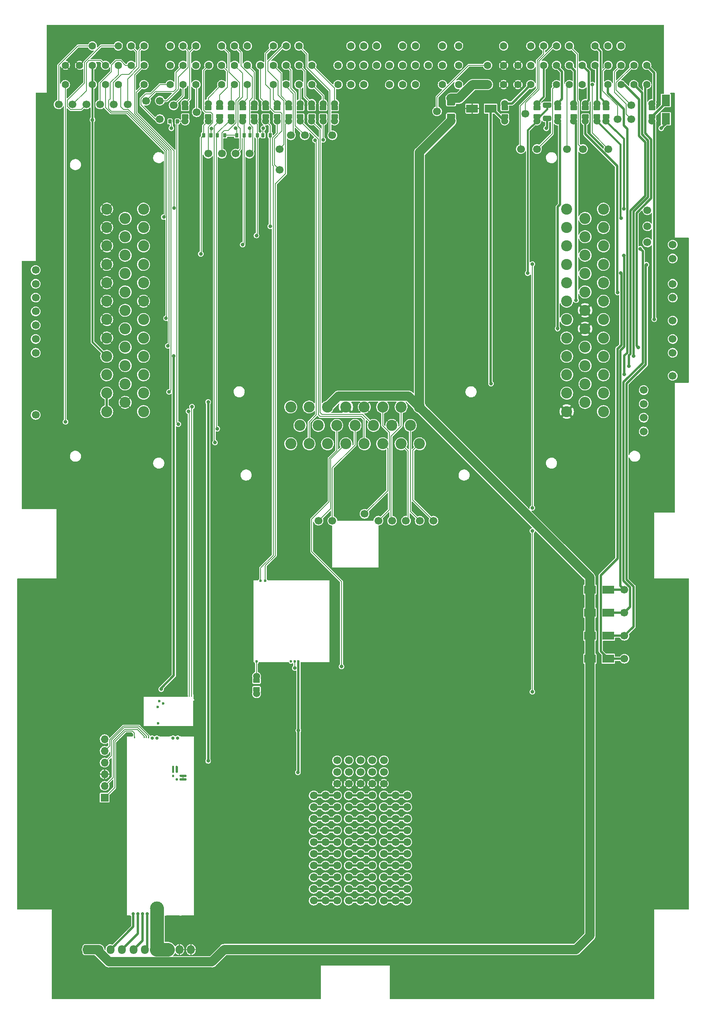
<source format=gtl>
G04 #@! TF.GenerationSoftware,KiCad,Pcbnew,(5.99.0-13086-gffd1139cfe)*
G04 #@! TF.CreationDate,2021-11-05T01:59:12+03:00*
G04 #@! TF.ProjectId,proteusOBD2Ahonda,70726f74-6575-4734-9f42-443241686f6e,a*
G04 #@! TF.SameCoordinates,PX3473bc0PY108ee440*
G04 #@! TF.FileFunction,Copper,L1,Top*
G04 #@! TF.FilePolarity,Positive*
%FSLAX46Y46*%
G04 Gerber Fmt 4.6, Leading zero omitted, Abs format (unit mm)*
G04 Created by KiCad (PCBNEW (5.99.0-13086-gffd1139cfe)) date 2021-11-05 01:59:12*
%MOMM*%
%LPD*%
G01*
G04 APERTURE LIST*
G04 #@! TA.AperFunction,ComponentPad*
%ADD10C,1.700000*%
G04 #@! TD*
G04 #@! TA.AperFunction,ComponentPad*
%ADD11C,1.524000*%
G04 #@! TD*
G04 #@! TA.AperFunction,SMDPad,CuDef*
%ADD12R,2.500000X1.800000*%
G04 #@! TD*
G04 #@! TA.AperFunction,ComponentPad*
%ADD13C,0.599999*%
G04 #@! TD*
G04 #@! TA.AperFunction,SMDPad,CuDef*
%ADD14R,0.250000X18.200000*%
G04 #@! TD*
G04 #@! TA.AperFunction,SMDPad,CuDef*
%ADD15R,1.250000X0.250000*%
G04 #@! TD*
G04 #@! TA.AperFunction,SMDPad,CuDef*
%ADD16R,0.350000X0.250000*%
G04 #@! TD*
G04 #@! TA.AperFunction,SMDPad,CuDef*
%ADD17R,13.650000X0.250000*%
G04 #@! TD*
G04 #@! TA.AperFunction,SMDPad,CuDef*
%ADD18R,6.500000X0.250000*%
G04 #@! TD*
G04 #@! TA.AperFunction,SMDPad,CuDef*
%ADD19R,6.450000X0.250000*%
G04 #@! TD*
G04 #@! TA.AperFunction,SMDPad,CuDef*
%ADD20O,0.200000X5.669999*%
G04 #@! TD*
G04 #@! TA.AperFunction,SMDPad,CuDef*
%ADD21O,9.800001X0.399999*%
G04 #@! TD*
G04 #@! TA.AperFunction,SMDPad,CuDef*
%ADD22O,0.499999X0.250000*%
G04 #@! TD*
G04 #@! TA.AperFunction,SMDPad,CuDef*
%ADD23O,11.100001X0.200000*%
G04 #@! TD*
G04 #@! TA.AperFunction,SMDPad,CuDef*
%ADD24O,0.200000X6.799999*%
G04 #@! TD*
G04 #@! TA.AperFunction,SMDPad,CuDef*
%ADD25O,0.250000X0.499999*%
G04 #@! TD*
G04 #@! TA.AperFunction,ComponentPad*
%ADD26C,2.400000*%
G04 #@! TD*
G04 #@! TA.AperFunction,ComponentPad*
%ADD27O,1.700000X1.950000*%
G04 #@! TD*
G04 #@! TA.AperFunction,ComponentPad*
%ADD28C,1.600000*%
G04 #@! TD*
G04 #@! TA.AperFunction,ComponentPad*
%ADD29C,0.700000*%
G04 #@! TD*
G04 #@! TA.AperFunction,SMDPad,CuDef*
%ADD30C,3.000000*%
G04 #@! TD*
G04 #@! TA.AperFunction,SMDPad,CuDef*
%ADD31R,3.000000X0.250000*%
G04 #@! TD*
G04 #@! TA.AperFunction,SMDPad,CuDef*
%ADD32R,0.250000X39.250000*%
G04 #@! TD*
G04 #@! TA.AperFunction,SMDPad,CuDef*
%ADD33R,0.950000X0.250000*%
G04 #@! TD*
G04 #@! TA.AperFunction,SMDPad,CuDef*
%ADD34R,3.100000X0.250000*%
G04 #@! TD*
G04 #@! TA.AperFunction,SMDPad,CuDef*
%ADD35R,1.450000X0.250000*%
G04 #@! TD*
G04 #@! TA.AperFunction,SMDPad,CuDef*
%ADD36R,2.250000X0.250000*%
G04 #@! TD*
G04 #@! TA.AperFunction,SMDPad,CuDef*
%ADD37R,2.950000X0.250000*%
G04 #@! TD*
G04 #@! TA.AperFunction,ComponentPad*
%ADD38R,1.700000X1.700000*%
G04 #@! TD*
G04 #@! TA.AperFunction,ComponentPad*
%ADD39O,1.700000X1.700000*%
G04 #@! TD*
G04 #@! TA.AperFunction,SMDPad,CuDef*
%ADD40R,1.800000X2.500000*%
G04 #@! TD*
G04 #@! TA.AperFunction,ViaPad*
%ADD41C,0.800000*%
G04 #@! TD*
G04 #@! TA.AperFunction,Conductor*
%ADD42C,0.500000*%
G04 #@! TD*
G04 #@! TA.AperFunction,Conductor*
%ADD43C,0.400000*%
G04 #@! TD*
G04 #@! TA.AperFunction,Conductor*
%ADD44C,3.000000*%
G04 #@! TD*
G04 #@! TA.AperFunction,Conductor*
%ADD45C,0.200000*%
G04 #@! TD*
G04 #@! TA.AperFunction,Conductor*
%ADD46C,2.000000*%
G04 #@! TD*
G04 APERTURE END LIST*
D10*
G04 #@! TO.P,P47,1,Pin_1*
G04 #@! TO.N,Net-(BRD1-PadA27(32))*
X146500000Y144500000D03*
G04 #@! TD*
G04 #@! TO.P,P20,1,Pin_1*
G04 #@! TO.N,Net-(J1-PadD16)*
X13000000Y198500000D03*
G04 #@! TD*
G04 #@! TO.P,G4,1*
G04 #@! TO.N,Net-(G4-Pad1)*
X76080000Y38120000D03*
G04 #@! TO.P,G4,2*
G04 #@! TO.N,Net-(G4-Pad12)*
X76080000Y40660000D03*
G04 #@! TO.P,G4,3*
G04 #@! TO.N,Net-(G4-Pad13)*
X76080000Y43200000D03*
G04 #@! TO.P,G4,4*
G04 #@! TO.N,Net-(G4-Pad14)*
X76080000Y45740000D03*
G04 #@! TO.P,G4,5*
G04 #@! TO.N,Net-(G4-Pad10)*
X76080000Y48280000D03*
G04 #@! TO.P,G4,6*
G04 #@! TO.N,Net-(G4-Pad1)*
X78620000Y38120000D03*
G04 #@! TO.P,G4,7*
G04 #@! TO.N,Net-(G4-Pad12)*
X78620000Y40660000D03*
G04 #@! TO.P,G4,8*
G04 #@! TO.N,Net-(G4-Pad13)*
X78620000Y43200000D03*
G04 #@! TO.P,G4,9*
G04 #@! TO.N,Net-(G4-Pad14)*
X78620000Y45740000D03*
G04 #@! TO.P,G4,10*
G04 #@! TO.N,Net-(G4-Pad10)*
X78620000Y48280000D03*
G04 #@! TO.P,G4,11*
G04 #@! TO.N,Net-(G4-Pad1)*
X81160000Y38120000D03*
G04 #@! TO.P,G4,12*
G04 #@! TO.N,Net-(G4-Pad12)*
X81160000Y40660000D03*
G04 #@! TO.P,G4,13*
G04 #@! TO.N,Net-(G4-Pad13)*
X81160000Y43200000D03*
G04 #@! TO.P,G4,14*
G04 #@! TO.N,Net-(G4-Pad14)*
X81160000Y45740000D03*
G04 #@! TO.P,G4,15*
G04 #@! TO.N,Net-(G4-Pad10)*
X81160000Y48280000D03*
G04 #@! TD*
G04 #@! TO.P,P33,1,Pin_1*
G04 #@! TO.N,Net-(BRD1-PadA21(15))*
X136000000Y93000000D03*
G04 #@! TD*
G04 #@! TO.P,R20,1,1*
G04 #@! TO.N,Net-(J1-PadC18)*
G04 #@! TA.AperFunction,SMDPad,CuDef*
G36*
G01*
X47375000Y198299521D02*
X48625000Y198299521D01*
G75*
G02*
X48725000Y198199521I0J-100000D01*
G01*
X48725000Y197399521D01*
G75*
G02*
X48625000Y197299521I-100000J0D01*
G01*
X47375000Y197299521D01*
G75*
G02*
X47275000Y197399521I0J100000D01*
G01*
X47275000Y198199521D01*
G75*
G02*
X47375000Y198299521I100000J0D01*
G01*
G37*
G04 #@! TD.AperFunction*
D11*
X48000000Y198754520D03*
G04 #@! TO.P,R20,2,2*
G04 #@! TO.N,/IN_VSS*
X48000000Y194944520D03*
G04 #@! TA.AperFunction,SMDPad,CuDef*
G36*
G01*
X47375000Y196399499D02*
X48625000Y196399499D01*
G75*
G02*
X48725000Y196299499I0J-100000D01*
G01*
X48725000Y195499499D01*
G75*
G02*
X48625000Y195399499I-100000J0D01*
G01*
X47375000Y195399499D01*
G75*
G02*
X47275000Y195499499I0J100000D01*
G01*
X47275000Y196299499D01*
G75*
G02*
X47375000Y196399499I100000J0D01*
G01*
G37*
G04 #@! TD.AperFunction*
G04 #@! TD*
D10*
G04 #@! TO.P,P21,1,Pin_1*
G04 #@! TO.N,Net-(J1-PadA5)*
X132500000Y188800000D03*
G04 #@! TD*
G04 #@! TO.P,P22,1,Pin_1*
G04 #@! TO.N,Net-(J1-PadA6)*
X123500000Y188800000D03*
G04 #@! TD*
G04 #@! TO.P,R18,1,1*
G04 #@! TO.N,Net-(J1-PadC15)*
G04 #@! TA.AperFunction,SMDPad,CuDef*
G36*
G01*
X57375000Y198250001D02*
X58625000Y198250001D01*
G75*
G02*
X58725000Y198150001I0J-100000D01*
G01*
X58725000Y197350001D01*
G75*
G02*
X58625000Y197250001I-100000J0D01*
G01*
X57375000Y197250001D01*
G75*
G02*
X57275000Y197350001I0J100000D01*
G01*
X57275000Y198150001D01*
G75*
G02*
X57375000Y198250001I100000J0D01*
G01*
G37*
G04 #@! TD.AperFunction*
D11*
X58000000Y198705000D03*
G04 #@! TO.P,R18,2,2*
G04 #@! TO.N,/IN_OIL_PRESSURE*
G04 #@! TA.AperFunction,SMDPad,CuDef*
G36*
G01*
X57375000Y196349979D02*
X58625000Y196349979D01*
G75*
G02*
X58725000Y196249979I0J-100000D01*
G01*
X58725000Y195449979D01*
G75*
G02*
X58625000Y195349979I-100000J0D01*
G01*
X57375000Y195349979D01*
G75*
G02*
X57275000Y195449979I0J100000D01*
G01*
X57275000Y196249979D01*
G75*
G02*
X57375000Y196349979I100000J0D01*
G01*
G37*
G04 #@! TD.AperFunction*
X58000000Y194895000D03*
G04 #@! TD*
D10*
G04 #@! TO.P,P29,1,Pin_1*
G04 #@! TO.N,Net-(J1-PadA29)*
X114500000Y196500000D03*
G04 #@! TD*
G04 #@! TO.P,P30,1,Pin_1*
G04 #@! TO.N,Net-(J1-PadA30)*
X113500000Y188800000D03*
G04 #@! TD*
G04 #@! TO.P,P32,1,Pin_1*
G04 #@! TO.N,Net-(BRD1-PadA9(4))*
X136000000Y83000000D03*
G04 #@! TD*
G04 #@! TO.P,R8,1*
G04 #@! TO.N,/IN_AT_PARK{slash}CLUTCH*
G04 #@! TA.AperFunction,SMDPad,CuDef*
G36*
G01*
X39150000Y195190000D02*
X39150000Y194410000D01*
G75*
G02*
X39080000Y194340000I-70000J0D01*
G01*
X38520000Y194340000D01*
G75*
G02*
X38450000Y194410000I0J70000D01*
G01*
X38450000Y195190000D01*
G75*
G02*
X38520000Y195260000I70000J0D01*
G01*
X39080000Y195260000D01*
G75*
G02*
X39150000Y195190000I0J-70000D01*
G01*
G37*
G04 #@! TD.AperFunction*
G04 #@! TO.P,R8,2*
G04 #@! TO.N,/12V*
G04 #@! TA.AperFunction,SMDPad,CuDef*
G36*
G01*
X37550000Y195190000D02*
X37550000Y194410000D01*
G75*
G02*
X37480000Y194340000I-70000J0D01*
G01*
X36920000Y194340000D01*
G75*
G02*
X36850000Y194410000I0J70000D01*
G01*
X36850000Y195190000D01*
G75*
G02*
X36920000Y195260000I70000J0D01*
G01*
X37480000Y195260000D01*
G75*
G02*
X37550000Y195190000I0J-70000D01*
G01*
G37*
G04 #@! TD.AperFunction*
G04 #@! TD*
D12*
G04 #@! TO.P,D3,1,K*
G04 #@! TO.N,/12V*
X128500000Y78000000D03*
G04 #@! TO.P,D3,2,A*
G04 #@! TO.N,Net-(BRD1-PadA20(16))*
X132500000Y78000000D03*
G04 #@! TD*
G04 #@! TO.P,R25,1,1*
G04 #@! TO.N,Net-(J1-PadA17)*
G04 #@! TA.AperFunction,SMDPad,CuDef*
G36*
G01*
X126875000Y198250001D02*
X128125000Y198250001D01*
G75*
G02*
X128225000Y198150001I0J-100000D01*
G01*
X128225000Y197350001D01*
G75*
G02*
X128125000Y197250001I-100000J0D01*
G01*
X126875000Y197250001D01*
G75*
G02*
X126775000Y197350001I0J100000D01*
G01*
X126775000Y198150001D01*
G75*
G02*
X126875000Y198250001I100000J0D01*
G01*
G37*
G04 #@! TD.AperFunction*
D11*
X127500000Y198705000D03*
G04 #@! TO.P,R25,2,2*
G04 #@! TO.N,/OUT_CONDITIONER_CLUTCH*
G04 #@! TA.AperFunction,SMDPad,CuDef*
G36*
G01*
X126875000Y196349979D02*
X128125000Y196349979D01*
G75*
G02*
X128225000Y196249979I0J-100000D01*
G01*
X128225000Y195449979D01*
G75*
G02*
X128125000Y195349979I-100000J0D01*
G01*
X126875000Y195349979D01*
G75*
G02*
X126775000Y195449979I0J100000D01*
G01*
X126775000Y196249979D01*
G75*
G02*
X126875000Y196349979I100000J0D01*
G01*
G37*
G04 #@! TD.AperFunction*
X127500000Y194895000D03*
G04 #@! TD*
D10*
G04 #@! TO.P,P62,1,Pin_1*
G04 #@! TO.N,Net-(BRD1-PadC18(18))*
X8000000Y150500000D03*
G04 #@! TD*
G04 #@! TO.P,P45,1,Pin_1*
G04 #@! TO.N,Net-(BRD1-PadA29(30))*
X146500000Y151500000D03*
G04 #@! TD*
G04 #@! TO.P,P1,1,Pin_1*
G04 #@! TO.N,Net-(J1-PadC3)*
X63500000Y191800000D03*
G04 #@! TD*
G04 #@! TO.P,P4,1,Pin_1*
G04 #@! TO.N,Net-(J1-PadC10)*
X35000000Y195300000D03*
G04 #@! TD*
G04 #@! TO.P,P64,1,Pin_1*
G04 #@! TO.N,Net-(BRD1-PadC31(28))*
X8000000Y144500000D03*
G04 #@! TD*
G04 #@! TO.P,P51,1,Pin_1*
G04 #@! TO.N,Net-(BRD1-PadB12(12))*
X72500000Y108000000D03*
G04 #@! TD*
D13*
G04 #@! TO.P,M1,E1,Thresh_IN*
G04 #@! TO.N,Net-(M1-PadE1)*
X56025000Y77400000D03*
G04 #@! TO.P,M1,E2,OUT_A*
G04 #@! TO.N,unconnected-(M1-PadE2)*
X63525000Y77400000D03*
G04 #@! TO.P,M1,E3,OUT*
G04 #@! TO.N,Net-(BRD1-PadB11(13))*
X64325000Y77400000D03*
G04 #@! TO.P,M1,E4,V5_IN*
G04 #@! TO.N,+5V*
X65125000Y77400000D03*
D14*
G04 #@! TO.P,M1,G,GND*
G04 #@! TO.N,GND*
X71950000Y86175000D03*
D15*
X55800000Y95150000D03*
D16*
X55350000Y77200000D03*
D17*
X65250000Y95150000D03*
D18*
X59775000Y77200000D03*
D19*
X68850000Y77200000D03*
D14*
X55300000Y86175000D03*
D13*
G04 #@! TO.P,M1,W1,VR-*
G04 #@! TO.N,/IN_CYP-*
X57925000Y94925000D03*
G04 #@! TO.P,M1,W2,VR+*
G04 #@! TO.N,/IN_CYP+*
X56925000Y94925000D03*
G04 #@! TD*
D10*
G04 #@! TO.P,P19,1,Pin_1*
G04 #@! TO.N,Net-(J1-PadD15)*
X19000001Y198500000D03*
G04 #@! TD*
G04 #@! TO.P,P25,1,Pin_1*
G04 #@! TO.N,Net-(J1-PadA14)*
X137500000Y195300000D03*
G04 #@! TD*
G04 #@! TO.P,P31,1,Pin_1*
G04 #@! TO.N,Net-(BRD1-PadA20(16))*
X136000000Y78000000D03*
G04 #@! TD*
G04 #@! TO.P,P35,1,Pin_1*
G04 #@! TO.N,Net-(BRD1-PadA1(12))*
X140200000Y127400000D03*
G04 #@! TD*
G04 #@! TO.P,P7,1,Pin_1*
G04 #@! TO.N,Net-(J1-PadC19)*
X45500000Y187800000D03*
G04 #@! TD*
G04 #@! TO.P,P24,1,Pin_1*
G04 #@! TO.N,Net-(J1-PadA13)*
X137500000Y198300000D03*
G04 #@! TD*
G04 #@! TO.P,G6,1*
G04 #@! TO.N,GND*
X83700000Y50820000D03*
G04 #@! TO.P,G6,2*
X81160000Y50820000D03*
G04 #@! TO.P,G6,3*
X78620000Y50820000D03*
G04 #@! TO.P,G6,4*
X76080000Y50820000D03*
G04 #@! TO.P,G6,5*
X73540000Y50820000D03*
G04 #@! TO.P,G6,6*
G04 #@! TO.N,+5V*
X83700000Y53360000D03*
G04 #@! TO.P,G6,7*
X81160000Y53360000D03*
G04 #@! TO.P,G6,8*
X78620000Y53360000D03*
G04 #@! TO.P,G6,9*
X76080000Y53360000D03*
G04 #@! TO.P,G6,10*
X73540000Y53360000D03*
G04 #@! TO.P,G6,11*
G04 #@! TO.N,+12V_PROT*
X83700000Y55900000D03*
G04 #@! TO.P,G6,12*
X81160000Y55900000D03*
G04 #@! TO.P,G6,13*
X78620000Y55900000D03*
G04 #@! TO.P,G6,14*
X76080000Y55900000D03*
G04 #@! TO.P,G6,15*
X73540000Y55900000D03*
G04 #@! TD*
D20*
G04 #@! TO.P,M3,E1,GND*
G04 #@! TO.N,GND*
X42362501Y66050836D03*
D21*
X36187499Y69913333D03*
D22*
X31562505Y69913333D03*
D23*
X36887500Y63313336D03*
D24*
X31387501Y66650835D03*
D25*
G04 #@! TO.P,M3,S1,CANL*
G04 #@! TO.N,Net-(BRD1-PadB16(23))*
X41912499Y69863335D03*
G04 #@! TO.P,M3,S2,CANH*
G04 #@! TO.N,Net-(BRD1-PadB17(22))*
X41412498Y69863335D03*
D13*
G04 #@! TO.P,M3,V1,V5*
G04 #@! TO.N,+5V*
X34862501Y68813337D03*
G04 #@! TO.P,M3,V2,CAN_VIO*
G04 #@! TO.N,Net-(M2-PadW2)*
X35737503Y68288337D03*
G04 #@! TO.P,M3,V5,CAN_TX*
G04 #@! TO.N,Net-(M2-PadW4)*
X34562499Y67538339D03*
G04 #@! TO.P,M3,V6,CAN_RX*
G04 #@! TO.N,Net-(M2-PadW3)*
X34637502Y63988338D03*
G04 #@! TD*
D10*
G04 #@! TO.P,P44,1,Pin_1*
G04 #@! TO.N,Net-(BRD1-PadA30(29))*
X146500000Y156500000D03*
G04 #@! TD*
D26*
G04 #@! TO.P,BRD1,A1(12),HS2*
G04 #@! TO.N,Net-(BRD1-PadA1(12))*
X131450001Y131725000D03*
G04 #@! TO.P,BRD1,A2(11),HS1*
G04 #@! TO.N,/OUT_VTEC*
X131450001Y135725000D03*
G04 #@! TO.P,BRD1,A3(10),LS1(INJ1)*
G04 #@! TO.N,/OUT_INJ1*
X131450001Y139725000D03*
G04 #@! TO.P,BRD1,A4(9),LS3(INJ3)*
G04 #@! TO.N,/OUT_INJ3*
X131450001Y143725000D03*
G04 #@! TO.P,BRD1,A5(8),LS5(INJ5)*
G04 #@! TO.N,/OUT_ALTERN_CONTROL*
X131450001Y147725000D03*
G04 #@! TO.P,BRD1,A6(7),LS6(INJ6)*
G04 #@! TO.N,/OUT_IDLE*
X131450001Y151725000D03*
G04 #@! TO.P,BRD1,A7(6),LS7(INJ7)*
G04 #@! TO.N,/OUT_CHECK_ENGINE*
X131450001Y155725000D03*
G04 #@! TO.P,BRD1,A8(5),LS9(INJ9)*
G04 #@! TO.N,/OUT_IGN_CONTROL*
X131450001Y159725000D03*
G04 #@! TO.P,BRD1,A9(4),LS11(INJ11)*
G04 #@! TO.N,Net-(BRD1-PadA9(4))*
X131450001Y163725000D03*
G04 #@! TO.P,BRD1,A10(3),LS13(MAIN)*
G04 #@! TO.N,Net-(BRD1-PadA10(3))*
X131450001Y167725000D03*
G04 #@! TO.P,BRD1,A11(2),LS14*
G04 #@! TO.N,Net-(BRD1-PadA11(2))*
X131450001Y171725000D03*
G04 #@! TO.P,BRD1,A12(1),LS15(FAN)*
G04 #@! TO.N,/OUT_FAN*
X131450001Y175725000D03*
G04 #@! TO.P,BRD1,A13(23),HS3*
G04 #@! TO.N,Net-(BRD1-PadA13(23))*
X127450001Y133725000D03*
G04 #@! TO.P,BRD1,A14(22),HS4*
G04 #@! TO.N,Net-(BRD1-PadA14(22))*
X127450001Y137725000D03*
G04 #@! TO.P,BRD1,A15(21),LS2(INJ2)*
G04 #@! TO.N,/OUT_INJ2*
X127450001Y141725000D03*
G04 #@! TO.P,BRD1,A16(20),LS4(INJ4)*
G04 #@! TO.N,/OUT_INJ4*
X127450001Y145725000D03*
G04 #@! TO.P,BRD1,A17(19),GND*
G04 #@! TO.N,GND*
X127450001Y149725000D03*
G04 #@! TO.P,BRD1,A18(18),GND*
X127450001Y153725000D03*
G04 #@! TO.P,BRD1,A19(17),LS8(INJ8)*
G04 #@! TO.N,/OUT_CONDITIONER_CLUTCH*
X127450001Y157725000D03*
G04 #@! TO.P,BRD1,A20(16),LS10(INJ10)*
G04 #@! TO.N,Net-(BRD1-PadA20(16))*
X127450001Y161725000D03*
G04 #@! TO.P,BRD1,A21(15),LS12(INJ12)*
G04 #@! TO.N,Net-(BRD1-PadA21(15))*
X127450001Y165725000D03*
G04 #@! TO.P,BRD1,A22(14),IGN3*
G04 #@! TO.N,Net-(BRD1-PadA22(14))*
X127450001Y169725000D03*
G04 #@! TO.P,BRD1,A23(13),LS16(FUEL)*
G04 #@! TO.N,/OUT_FUEL_PUMP*
X127450001Y173725000D03*
G04 #@! TO.P,BRD1,A24(35),GND*
G04 #@! TO.N,GND*
X123450001Y131725000D03*
G04 #@! TO.P,BRD1,A25(34),IGN12*
G04 #@! TO.N,Net-(BRD1-PadA25(34))*
X123450001Y135725000D03*
G04 #@! TO.P,BRD1,A26(33),IGN11*
G04 #@! TO.N,Net-(BRD1-PadA26(33))*
X123450001Y139725000D03*
G04 #@! TO.P,BRD1,A27(32),IGN10*
G04 #@! TO.N,Net-(BRD1-PadA27(32))*
X123450001Y143725000D03*
G04 #@! TO.P,BRD1,A28(31),IGN9*
G04 #@! TO.N,Net-(BRD1-PadA28(31))*
X123450001Y147725000D03*
G04 #@! TO.P,BRD1,A29(30),IGN8*
G04 #@! TO.N,Net-(BRD1-PadA29(30))*
X123450001Y151725000D03*
G04 #@! TO.P,BRD1,A30(29),IGN7*
G04 #@! TO.N,Net-(BRD1-PadA30(29))*
X123450001Y155725000D03*
G04 #@! TO.P,BRD1,A31(28),IGN6*
G04 #@! TO.N,Net-(BRD1-PadA31(28))*
X123450001Y159725000D03*
G04 #@! TO.P,BRD1,A32(27),IGN5*
G04 #@! TO.N,/VR_THRESH*
X123450001Y163725000D03*
G04 #@! TO.P,BRD1,A33(26),IGN4*
G04 #@! TO.N,Net-(BRD1-PadA33(26))*
X123450001Y167725000D03*
G04 #@! TO.P,BRD1,A34(25),IGN2*
G04 #@! TO.N,Net-(BRD1-PadA34(25))*
X123450001Y171725000D03*
G04 #@! TO.P,BRD1,A35(24),IGN1*
G04 #@! TO.N,Net-(BRD1-PadA35(24))*
X123450001Y175725000D03*
G04 #@! TO.P,BRD1,B1(8),D2*
G04 #@! TO.N,/IN_VSS*
X63450001Y124725000D03*
G04 #@! TO.P,BRD1,B2(7),D3*
G04 #@! TO.N,/IN_CRANK_FLUCT*
X67450001Y124725000D03*
G04 #@! TO.P,BRD1,B3(6),D4*
G04 #@! TO.N,/IN_STARTER_SW*
X71450001Y124725000D03*
G04 #@! TO.P,BRD1,B4(5),VR2+*
G04 #@! TO.N,Net-(BRD1-PadB4(5))*
X75450001Y124725000D03*
G04 #@! TO.P,BRD1,B5(4),VR1+*
G04 #@! TO.N,/IN_CRANK+*
X79450001Y124725000D03*
G04 #@! TO.P,BRD1,B6(3),ETB1-*
G04 #@! TO.N,Net-(BRD1-PadB6(3))*
X83450001Y124725000D03*
G04 #@! TO.P,BRD1,B7(2),ETB1+*
G04 #@! TO.N,Net-(BRD1-PadB7(2))*
X87450001Y124725000D03*
G04 #@! TO.P,BRD1,B8(1),ETB2-*
G04 #@! TO.N,Net-(BRD1-PadB8(1))*
X91450001Y124725000D03*
G04 #@! TO.P,BRD1,B9(15),D5*
G04 #@! TO.N,/IN_AT_PARK{slash}CLUTCH*
X65450001Y128725000D03*
G04 #@! TO.P,BRD1,B10(14),D1*
G04 #@! TO.N,/IN_BRAKE*
X69450001Y128725000D03*
G04 #@! TO.P,BRD1,B11(13),D6*
G04 #@! TO.N,Net-(BRD1-PadB11(13))*
X73450001Y128725000D03*
G04 #@! TO.P,BRD1,B12(12),VR2-*
G04 #@! TO.N,Net-(BRD1-PadB12(12))*
X77450001Y128725000D03*
G04 #@! TO.P,BRD1,B13(11),VR1-*
G04 #@! TO.N,/IN_CRANK-*
X81450001Y128725000D03*
G04 #@! TO.P,BRD1,B14(10),GND*
G04 #@! TO.N,GND*
X85450001Y128725000D03*
G04 #@! TO.P,BRD1,B15(9),ETB2+*
G04 #@! TO.N,Net-(BRD1-PadB15(9))*
X89450001Y128725000D03*
G04 #@! TO.P,BRD1,B16(23),CAN-*
G04 #@! TO.N,Net-(BRD1-PadB16(23))*
X63450001Y132725000D03*
G04 #@! TO.P,BRD1,B17(22),CAN+*
G04 #@! TO.N,Net-(BRD1-PadB17(22))*
X67450001Y132725000D03*
G04 #@! TO.P,BRD1,B18(21),12V_IGN*
G04 #@! TO.N,/12V*
X71450001Y132725000D03*
G04 #@! TO.P,BRD1,B19(20),GND*
G04 #@! TO.N,GND*
X75450001Y132725000D03*
G04 #@! TO.P,BRD1,B20(19),GND*
X79450001Y132725000D03*
G04 #@! TO.P,BRD1,B21(18),CAN2-*
G04 #@! TO.N,Net-(BRD1-PadB21(18))*
X83450001Y132725000D03*
G04 #@! TO.P,BRD1,B22(17),CAN2+*
G04 #@! TO.N,Net-(BRD1-PadB22(17))*
X87450001Y132725000D03*
G04 #@! TO.P,BRD1,B23(16),12V_MR*
G04 #@! TO.N,/12V*
X91450001Y132725000D03*
G04 #@! TO.P,BRD1,C1(12),GND_SENS*
G04 #@! TO.N,GND*
X23450001Y175725000D03*
G04 #@! TO.P,BRD1,C2(11),GND_SENS*
X23450001Y171725000D03*
G04 #@! TO.P,BRD1,C3(10),GND_SENS*
X23450001Y167725000D03*
G04 #@! TO.P,BRD1,C4(9),GND_SENS*
X23450001Y163725000D03*
G04 #@! TO.P,BRD1,C5(8),GND_SENS*
X23450001Y159725000D03*
G04 #@! TO.P,BRD1,C6(7),GND_SENS*
X23450001Y155725000D03*
G04 #@! TO.P,BRD1,C7(6),GND_SENS*
X23450001Y151725000D03*
G04 #@! TO.P,BRD1,C8(5),GND_SENS*
X23450001Y147725000D03*
G04 #@! TO.P,BRD1,C9(4),5V_1*
G04 #@! TO.N,+5V*
X23450001Y143725000D03*
G04 #@! TO.P,BRD1,C10(3),5V_2*
G04 #@! TO.N,unconnected-(BRD1-PadC10(3))*
X23450001Y139725000D03*
G04 #@! TO.P,BRD1,C11(2),12V_PROT*
G04 #@! TO.N,+12V_PROT*
X23450001Y135725000D03*
G04 #@! TO.P,BRD1,C12(1),12V_PROT*
X23450001Y131725000D03*
G04 #@! TO.P,BRD1,C13(23),AV1(MAP)*
G04 #@! TO.N,/IN_MAP*
X27450001Y173725000D03*
G04 #@! TO.P,BRD1,C14(22),AV3*
G04 #@! TO.N,/IN_STEERING*
X27450001Y169725000D03*
G04 #@! TO.P,BRD1,C15(21),AV5*
G04 #@! TO.N,/IN_SERVICE_CHECK*
X27450001Y165725000D03*
G04 #@! TO.P,BRD1,C16(20),AV7*
G04 #@! TO.N,Net-(BRD1-PadC16(20))*
X27450001Y161725000D03*
G04 #@! TO.P,BRD1,C17(19),AV9*
G04 #@! TO.N,Net-(BRD1-PadC17(19))*
X27450001Y157725000D03*
G04 #@! TO.P,BRD1,C18(18),AV11*
G04 #@! TO.N,Net-(BRD1-PadC18(18))*
X27450001Y153725000D03*
G04 #@! TO.P,BRD1,C19(17),AT1*
G04 #@! TO.N,Net-(BRD1-PadC19(17))*
X27450001Y149725000D03*
G04 #@! TO.P,BRD1,C20(16),AT3(CLT)*
G04 #@! TO.N,/IN_CLT*
X27450001Y145725000D03*
G04 #@! TO.P,BRD1,C21(15),5V_1*
G04 #@! TO.N,+5V*
X27450001Y141725000D03*
G04 #@! TO.P,BRD1,C22(14),5V_2*
G04 #@! TO.N,unconnected-(BRD1-PadC22(14))*
X27450001Y137725000D03*
G04 #@! TO.P,BRD1,C23(13),GND_SENS*
G04 #@! TO.N,GND*
X27450001Y133725000D03*
G04 #@! TO.P,BRD1,C24(35),AV2(TPS)*
G04 #@! TO.N,/IN_TPS*
X31450001Y175725000D03*
G04 #@! TO.P,BRD1,C25(34),AV4*
G04 #@! TO.N,/IN_OIL_PRESSURE*
X31450001Y171725000D03*
G04 #@! TO.P,BRD1,C26(33),AV6*
G04 #@! TO.N,/IN_AC_REQUEST*
X31450001Y167725000D03*
G04 #@! TO.P,BRD1,C27(32),AV8*
G04 #@! TO.N,Net-(BRD1-PadC27(32))*
X31450001Y163725000D03*
G04 #@! TO.P,BRD1,C28(31),AV10*
G04 #@! TO.N,Net-(BRD1-PadC28(31))*
X31450001Y159725000D03*
G04 #@! TO.P,BRD1,C29(30),GND_SENS*
G04 #@! TO.N,GND*
X31450001Y155725000D03*
G04 #@! TO.P,BRD1,C30(29),AT2(IAT)*
G04 #@! TO.N,/IN_IAT*
X31450001Y151725000D03*
G04 #@! TO.P,BRD1,C31(28),AT4*
G04 #@! TO.N,Net-(BRD1-PadC31(28))*
X31450001Y147725000D03*
G04 #@! TO.P,BRD1,C32(27),5V_1*
G04 #@! TO.N,+5V*
X31450001Y143725000D03*
G04 #@! TO.P,BRD1,C33(26),5V_2*
G04 #@! TO.N,unconnected-(BRD1-PadC33(26))*
X31450001Y139725000D03*
G04 #@! TO.P,BRD1,C34(25),KNOCK1*
G04 #@! TO.N,/IN_KNOCK*
X31450001Y135725000D03*
G04 #@! TO.P,BRD1,C35(24),KNOCK2*
G04 #@! TO.N,Net-(BRD1-PadC35(24))*
X31450001Y131725000D03*
G04 #@! TD*
D10*
G04 #@! TO.P,G5,1*
G04 #@! TO.N,Net-(G5-Pad1)*
X76080000Y25420000D03*
G04 #@! TO.P,G5,2*
G04 #@! TO.N,Net-(G5-Pad12)*
X76080000Y27960000D03*
G04 #@! TO.P,G5,3*
G04 #@! TO.N,Net-(G5-Pad13)*
X76080000Y30500000D03*
G04 #@! TO.P,G5,4*
G04 #@! TO.N,Net-(G5-Pad14)*
X76080000Y33040000D03*
G04 #@! TO.P,G5,5*
G04 #@! TO.N,Net-(G5-Pad10)*
X76080000Y35580000D03*
G04 #@! TO.P,G5,6*
G04 #@! TO.N,Net-(G5-Pad1)*
X78620000Y25420000D03*
G04 #@! TO.P,G5,7*
G04 #@! TO.N,Net-(G5-Pad12)*
X78620000Y27960000D03*
G04 #@! TO.P,G5,8*
G04 #@! TO.N,Net-(G5-Pad13)*
X78620000Y30500000D03*
G04 #@! TO.P,G5,9*
G04 #@! TO.N,Net-(G5-Pad14)*
X78620000Y33040000D03*
G04 #@! TO.P,G5,10*
G04 #@! TO.N,Net-(G5-Pad10)*
X78620000Y35580000D03*
G04 #@! TO.P,G5,11*
G04 #@! TO.N,Net-(G5-Pad1)*
X81160000Y25420000D03*
G04 #@! TO.P,G5,12*
G04 #@! TO.N,Net-(G5-Pad12)*
X81160000Y27960000D03*
G04 #@! TO.P,G5,13*
G04 #@! TO.N,Net-(G5-Pad13)*
X81160000Y30500000D03*
G04 #@! TO.P,G5,14*
G04 #@! TO.N,Net-(G5-Pad14)*
X81160000Y33040000D03*
G04 #@! TO.P,G5,15*
G04 #@! TO.N,Net-(G5-Pad10)*
X81160000Y35580000D03*
G04 #@! TD*
G04 #@! TO.P,J2,1,Pin_1*
G04 #@! TO.N,/12V*
G04 #@! TA.AperFunction,ComponentPad*
G36*
G01*
X18400000Y14044999D02*
X18400000Y15494999D01*
G75*
G02*
X18650000Y15744999I250000J0D01*
G01*
X19850000Y15744999D01*
G75*
G02*
X20100000Y15494999I0J-250000D01*
G01*
X20100000Y14044999D01*
G75*
G02*
X19850000Y13794999I-250000J0D01*
G01*
X18650000Y13794999D01*
G75*
G02*
X18400000Y14044999I0J250000D01*
G01*
G37*
G04 #@! TD.AperFunction*
D27*
G04 #@! TO.P,J2,2,Pin_2*
X21750000Y14769999D03*
G04 #@! TO.P,J2,3,Pin_3*
G04 #@! TO.N,/WBO_Vs*
X24250000Y14769999D03*
G04 #@! TO.P,J2,4,Pin_4*
G04 #@! TO.N,/WBO_Vs{slash}Ip*
X26750000Y14769999D03*
G04 #@! TO.P,J2,5,Pin_5*
G04 #@! TO.N,/WBO_Ip*
X29250000Y14769999D03*
G04 #@! TO.P,J2,6,Pin_6*
G04 #@! TO.N,/WBO_R_Trim*
X31750000Y14769999D03*
G04 #@! TO.P,J2,7,Pin_7*
G04 #@! TO.N,/WBO_H-*
X34250000Y14769999D03*
G04 #@! TO.P,J2,8,Pin_8*
X36750000Y14769999D03*
G04 #@! TO.P,J2,9,Pin_9*
G04 #@! TO.N,GND*
X39250000Y14769999D03*
G04 #@! TO.P,J2,10,Pin_10*
X41750000Y14769999D03*
G04 #@! TD*
D10*
G04 #@! TO.P,P27,1,Pin_1*
G04 #@! TO.N,Net-(J1-PadA24)*
X95268524Y197000000D03*
G04 #@! TD*
G04 #@! TO.P,P49,1,Pin_1*
G04 #@! TO.N,Net-(BRD1-PadA25(34))*
X140200000Y133400000D03*
G04 #@! TD*
G04 #@! TO.P,R5,1*
G04 #@! TO.N,/IN_SERVICE_CHECK*
G04 #@! TA.AperFunction,SMDPad,CuDef*
G36*
G01*
X44150000Y191410000D02*
X44150000Y192190000D01*
G75*
G02*
X44220000Y192260000I70000J0D01*
G01*
X44780000Y192260000D01*
G75*
G02*
X44850000Y192190000I0J-70000D01*
G01*
X44850000Y191410000D01*
G75*
G02*
X44780000Y191340000I-70000J0D01*
G01*
X44220000Y191340000D01*
G75*
G02*
X44150000Y191410000I0J70000D01*
G01*
G37*
G04 #@! TD.AperFunction*
G04 #@! TO.P,R5,2*
G04 #@! TO.N,/12V*
G04 #@! TA.AperFunction,SMDPad,CuDef*
G36*
G01*
X45750000Y191410000D02*
X45750000Y192190000D01*
G75*
G02*
X45820000Y192260000I70000J0D01*
G01*
X46380000Y192260000D01*
G75*
G02*
X46450000Y192190000I0J-70000D01*
G01*
X46450000Y191410000D01*
G75*
G02*
X46380000Y191340000I-70000J0D01*
G01*
X45820000Y191340000D01*
G75*
G02*
X45750000Y191410000I0J70000D01*
G01*
G37*
G04 #@! TD.AperFunction*
G04 #@! TD*
G04 #@! TO.P,R2,1,1*
G04 #@! TO.N,Net-(J1-PadA19)*
G04 #@! TA.AperFunction,SMDPad,CuDef*
G36*
G01*
X120875000Y198250001D02*
X122125000Y198250001D01*
G75*
G02*
X122225000Y198150001I0J-100000D01*
G01*
X122225000Y197350001D01*
G75*
G02*
X122125000Y197250001I-100000J0D01*
G01*
X120875000Y197250001D01*
G75*
G02*
X120775000Y197350001I0J100000D01*
G01*
X120775000Y198150001D01*
G75*
G02*
X120875000Y198250001I100000J0D01*
G01*
G37*
G04 #@! TD.AperFunction*
D11*
X121500000Y198705000D03*
G04 #@! TO.P,R2,2,2*
G04 #@! TO.N,/OUT_ALTERN_CONTROL*
G04 #@! TA.AperFunction,SMDPad,CuDef*
G36*
G01*
X120875000Y196349979D02*
X122125000Y196349979D01*
G75*
G02*
X122225000Y196249979I0J-100000D01*
G01*
X122225000Y195449979D01*
G75*
G02*
X122125000Y195349979I-100000J0D01*
G01*
X120875000Y195349979D01*
G75*
G02*
X120775000Y195449979I0J100000D01*
G01*
X120775000Y196249979D01*
G75*
G02*
X120875000Y196349979I100000J0D01*
G01*
G37*
G04 #@! TD.AperFunction*
X121500000Y194895000D03*
G04 #@! TD*
G04 #@! TO.P,R14,1,1*
G04 #@! TO.N,Net-(J1-PadC6)*
G04 #@! TA.AperFunction,SMDPad,CuDef*
G36*
G01*
X49875000Y198250001D02*
X51125000Y198250001D01*
G75*
G02*
X51225000Y198150001I0J-100000D01*
G01*
X51225000Y197350001D01*
G75*
G02*
X51125000Y197250001I-100000J0D01*
G01*
X49875000Y197250001D01*
G75*
G02*
X49775000Y197350001I0J100000D01*
G01*
X49775000Y198150001D01*
G75*
G02*
X49875000Y198250001I100000J0D01*
G01*
G37*
G04 #@! TD.AperFunction*
X50500000Y198705000D03*
G04 #@! TO.P,R14,2,2*
G04 #@! TO.N,/IN_STARTER_SW*
X50500000Y194895000D03*
G04 #@! TA.AperFunction,SMDPad,CuDef*
G36*
G01*
X49875000Y196349979D02*
X51125000Y196349979D01*
G75*
G02*
X51225000Y196249979I0J-100000D01*
G01*
X51225000Y195449979D01*
G75*
G02*
X51125000Y195349979I-100000J0D01*
G01*
X49875000Y195349979D01*
G75*
G02*
X49775000Y195449979I0J100000D01*
G01*
X49775000Y196249979D01*
G75*
G02*
X49875000Y196349979I100000J0D01*
G01*
G37*
G04 #@! TD.AperFunction*
G04 #@! TD*
G04 #@! TO.P,R16,1,1*
G04 #@! TO.N,Net-(J1-PadC12)*
G04 #@! TA.AperFunction,SMDPad,CuDef*
G36*
G01*
X67375000Y198250001D02*
X68625000Y198250001D01*
G75*
G02*
X68725000Y198150001I0J-100000D01*
G01*
X68725000Y197350001D01*
G75*
G02*
X68625000Y197250001I-100000J0D01*
G01*
X67375000Y197250001D01*
G75*
G02*
X67275000Y197350001I0J100000D01*
G01*
X67275000Y198150001D01*
G75*
G02*
X67375000Y198250001I100000J0D01*
G01*
G37*
G04 #@! TD.AperFunction*
X68000000Y198705000D03*
G04 #@! TO.P,R16,2,2*
G04 #@! TO.N,/IN_CRANK-*
X68000000Y194895000D03*
G04 #@! TA.AperFunction,SMDPad,CuDef*
G36*
G01*
X67375000Y196349979D02*
X68625000Y196349979D01*
G75*
G02*
X68725000Y196249979I0J-100000D01*
G01*
X68725000Y195449979D01*
G75*
G02*
X68625000Y195349979I-100000J0D01*
G01*
X67375000Y195349979D01*
G75*
G02*
X67275000Y195449979I0J100000D01*
G01*
X67275000Y196249979D01*
G75*
G02*
X67375000Y196349979I100000J0D01*
G01*
G37*
G04 #@! TD.AperFunction*
G04 #@! TD*
G04 #@! TO.P,F1,1,1*
G04 #@! TO.N,Net-(F1-Pad1)*
X98300000Y199810334D03*
G04 #@! TA.AperFunction,SMDPad,CuDef*
G36*
G01*
X97400000Y198465344D02*
X97400000Y199155344D01*
G75*
G02*
X97630000Y199385344I230000J0D01*
G01*
X98970000Y199385344D01*
G75*
G02*
X99200000Y199155344I0J-230000D01*
G01*
X99200000Y198465344D01*
G75*
G02*
X98970000Y198235344I-230000J0D01*
G01*
X97630000Y198235344D01*
G75*
G02*
X97400000Y198465344I0J230000D01*
G01*
G37*
G04 #@! TD.AperFunction*
G04 #@! TO.P,F1,2,2*
G04 #@! TO.N,/12V*
G04 #@! TA.AperFunction,SMDPad,CuDef*
G36*
G01*
X97400000Y195565324D02*
X97400000Y196255324D01*
G75*
G02*
X97630000Y196485324I230000J0D01*
G01*
X98970000Y196485324D01*
G75*
G02*
X99200000Y196255324I0J-230000D01*
G01*
X99200000Y195565324D01*
G75*
G02*
X98970000Y195335324I-230000J0D01*
G01*
X97630000Y195335324D01*
G75*
G02*
X97400000Y195565324I0J230000D01*
G01*
G37*
G04 #@! TD.AperFunction*
X98300000Y194910334D03*
G04 #@! TD*
G04 #@! TO.P,R24,1,1*
G04 #@! TO.N,Net-(J1-PadA16)*
X130000000Y198705000D03*
G04 #@! TA.AperFunction,SMDPad,CuDef*
G36*
G01*
X129375000Y198250001D02*
X130625000Y198250001D01*
G75*
G02*
X130725000Y198150001I0J-100000D01*
G01*
X130725000Y197350001D01*
G75*
G02*
X130625000Y197250001I-100000J0D01*
G01*
X129375000Y197250001D01*
G75*
G02*
X129275000Y197350001I0J100000D01*
G01*
X129275000Y198150001D01*
G75*
G02*
X129375000Y198250001I100000J0D01*
G01*
G37*
G04 #@! TD.AperFunction*
G04 #@! TO.P,R24,2,2*
G04 #@! TO.N,/OUT_FUEL_PUMP*
X130000000Y194895000D03*
G04 #@! TA.AperFunction,SMDPad,CuDef*
G36*
G01*
X129375000Y196349979D02*
X130625000Y196349979D01*
G75*
G02*
X130725000Y196249979I0J-100000D01*
G01*
X130725000Y195449979D01*
G75*
G02*
X130625000Y195349979I-100000J0D01*
G01*
X129375000Y195349979D01*
G75*
G02*
X129275000Y195449979I0J100000D01*
G01*
X129275000Y196249979D01*
G75*
G02*
X129375000Y196349979I100000J0D01*
G01*
G37*
G04 #@! TD.AperFunction*
G04 #@! TD*
D10*
G04 #@! TO.P,P16,1,Pin_1*
G04 #@! TO.N,Net-(J1-PadD9)*
X16000000Y198500000D03*
G04 #@! TD*
G04 #@! TO.P,P26,1,Pin_1*
G04 #@! TO.N,Net-(J1-PadA15)*
X134500000Y195300000D03*
G04 #@! TD*
G04 #@! TO.P,G8,1*
G04 #@! TO.N,Net-(G8-Pad1)*
X83700000Y38120000D03*
G04 #@! TO.P,G8,2*
G04 #@! TO.N,Net-(G8-Pad12)*
X83700000Y40660000D03*
G04 #@! TO.P,G8,3*
G04 #@! TO.N,Net-(G8-Pad13)*
X83700000Y43200000D03*
G04 #@! TO.P,G8,4*
G04 #@! TO.N,Net-(G8-Pad14)*
X83700000Y45740000D03*
G04 #@! TO.P,G8,5*
G04 #@! TO.N,Net-(G8-Pad10)*
X83700000Y48280000D03*
G04 #@! TO.P,G8,6*
G04 #@! TO.N,Net-(G8-Pad1)*
X86240000Y38120000D03*
G04 #@! TO.P,G8,7*
G04 #@! TO.N,Net-(G8-Pad12)*
X86240000Y40660000D03*
G04 #@! TO.P,G8,8*
G04 #@! TO.N,Net-(G8-Pad13)*
X86240000Y43200000D03*
G04 #@! TO.P,G8,9*
G04 #@! TO.N,Net-(G8-Pad14)*
X86240000Y45740000D03*
G04 #@! TO.P,G8,10*
G04 #@! TO.N,Net-(G8-Pad10)*
X86240000Y48280000D03*
G04 #@! TO.P,G8,11*
G04 #@! TO.N,Net-(G8-Pad1)*
X88780000Y38120000D03*
G04 #@! TO.P,G8,12*
G04 #@! TO.N,Net-(G8-Pad12)*
X88780000Y40660000D03*
G04 #@! TO.P,G8,13*
G04 #@! TO.N,Net-(G8-Pad13)*
X88780000Y43200000D03*
G04 #@! TO.P,G8,14*
G04 #@! TO.N,Net-(G8-Pad14)*
X88780000Y45740000D03*
G04 #@! TO.P,G8,15*
G04 #@! TO.N,Net-(G8-Pad10)*
X88780000Y48280000D03*
G04 #@! TD*
G04 #@! TO.P,R3,1*
G04 #@! TO.N,/IN_AC_REQUEST*
G04 #@! TA.AperFunction,SMDPad,CuDef*
G36*
G01*
X53650000Y192190000D02*
X53650000Y191410000D01*
G75*
G02*
X53580000Y191340000I-70000J0D01*
G01*
X53020000Y191340000D01*
G75*
G02*
X52950000Y191410000I0J70000D01*
G01*
X52950000Y192190000D01*
G75*
G02*
X53020000Y192260000I70000J0D01*
G01*
X53580000Y192260000D01*
G75*
G02*
X53650000Y192190000I0J-70000D01*
G01*
G37*
G04 #@! TD.AperFunction*
G04 #@! TO.P,R3,2*
G04 #@! TO.N,/12V*
G04 #@! TA.AperFunction,SMDPad,CuDef*
G36*
G01*
X52050000Y192190000D02*
X52050000Y191410000D01*
G75*
G02*
X51980000Y191340000I-70000J0D01*
G01*
X51420000Y191340000D01*
G75*
G02*
X51350000Y191410000I0J70000D01*
G01*
X51350000Y192190000D01*
G75*
G02*
X51420000Y192260000I70000J0D01*
G01*
X51980000Y192260000D01*
G75*
G02*
X52050000Y192190000I0J-70000D01*
G01*
G37*
G04 #@! TD.AperFunction*
G04 #@! TD*
D12*
G04 #@! TO.P,D1,1,K*
G04 #@! TO.N,/OUT_VTEC*
X106900000Y197600000D03*
G04 #@! TO.P,D1,2,A*
G04 #@! TO.N,GND*
X102900000Y197600000D03*
G04 #@! TD*
G04 #@! TO.P,R9,1*
G04 #@! TO.N,/OUT_IGN_CONTROL*
G04 #@! TA.AperFunction,SMDPad,CuDef*
G36*
G01*
X118300000Y198005010D02*
X118300000Y198695010D01*
G75*
G02*
X118530000Y198925010I230000J0D01*
G01*
X119870000Y198925010D01*
G75*
G02*
X120100000Y198695010I0J-230000D01*
G01*
X120100000Y198005010D01*
G75*
G02*
X119870000Y197775010I-230000J0D01*
G01*
X118530000Y197775010D01*
G75*
G02*
X118300000Y198005010I0J230000D01*
G01*
G37*
G04 #@! TD.AperFunction*
G04 #@! TO.P,R9,2*
G04 #@! TO.N,/12V*
G04 #@! TA.AperFunction,SMDPad,CuDef*
G36*
G01*
X118300000Y195104990D02*
X118300000Y195794990D01*
G75*
G02*
X118530000Y196024990I230000J0D01*
G01*
X119870000Y196024990D01*
G75*
G02*
X120100000Y195794990I0J-230000D01*
G01*
X120100000Y195104990D01*
G75*
G02*
X119870000Y194874990I-230000J0D01*
G01*
X118530000Y194874990D01*
G75*
G02*
X118300000Y195104990I0J230000D01*
G01*
G37*
G04 #@! TD.AperFunction*
G04 #@! TD*
D10*
G04 #@! TO.P,P65,1,Pin_1*
G04 #@! TO.N,Net-(BRD1-PadC35(24))*
X8000000Y131000000D03*
G04 #@! TD*
G04 #@! TO.P,P55,1,Pin_1*
G04 #@! TO.N,Net-(BRD1-PadB8(1))*
X94500000Y108000000D03*
G04 #@! TD*
G04 #@! TO.P,P10,1,Pin_1*
G04 #@! TO.N,Net-(J1-PadC24)*
X61000000Y188800000D03*
G04 #@! TD*
G04 #@! TO.P,G3,1*
G04 #@! TO.N,Net-(G3-Pad1)*
X68460000Y25420000D03*
G04 #@! TO.P,G3,2*
G04 #@! TO.N,Net-(G3-Pad12)*
X68460000Y27960000D03*
G04 #@! TO.P,G3,3*
G04 #@! TO.N,Net-(G3-Pad13)*
X68460000Y30500000D03*
G04 #@! TO.P,G3,4*
G04 #@! TO.N,Net-(G3-Pad14)*
X68460000Y33040000D03*
G04 #@! TO.P,G3,5*
G04 #@! TO.N,Net-(G3-Pad10)*
X68460000Y35580000D03*
G04 #@! TO.P,G3,6*
G04 #@! TO.N,Net-(G3-Pad1)*
X71000000Y25420000D03*
G04 #@! TO.P,G3,7*
G04 #@! TO.N,Net-(G3-Pad12)*
X71000000Y27960000D03*
G04 #@! TO.P,G3,8*
G04 #@! TO.N,Net-(G3-Pad13)*
X71000000Y30500000D03*
G04 #@! TO.P,G3,9*
G04 #@! TO.N,Net-(G3-Pad14)*
X71000000Y33040000D03*
G04 #@! TO.P,G3,10*
G04 #@! TO.N,Net-(G3-Pad10)*
X71000000Y35580000D03*
G04 #@! TO.P,G3,11*
G04 #@! TO.N,Net-(G3-Pad1)*
X73540000Y25420000D03*
G04 #@! TO.P,G3,12*
G04 #@! TO.N,Net-(G3-Pad12)*
X73540000Y27960000D03*
G04 #@! TO.P,G3,13*
G04 #@! TO.N,Net-(G3-Pad13)*
X73540000Y30500000D03*
G04 #@! TO.P,G3,14*
G04 #@! TO.N,Net-(G3-Pad14)*
X73540000Y33040000D03*
G04 #@! TO.P,G3,15*
G04 #@! TO.N,Net-(G3-Pad10)*
X73540000Y35580000D03*
G04 #@! TD*
G04 #@! TO.P,P36,1,Pin_1*
G04 #@! TO.N,Net-(BRD1-PadA13(23))*
X140200000Y130400000D03*
G04 #@! TD*
D12*
G04 #@! TO.P,D5,1,K*
G04 #@! TO.N,/12V*
X128500000Y93000000D03*
G04 #@! TO.P,D5,2,A*
G04 #@! TO.N,Net-(BRD1-PadA21(15))*
X132500000Y93000000D03*
G04 #@! TD*
D10*
G04 #@! TO.P,P6,1,Pin_1*
G04 #@! TO.N,Net-(J1-PadC17)*
X51500000Y187800000D03*
G04 #@! TD*
D28*
G04 #@! TO.P,J1,A1,A1*
G04 #@! TO.N,/OUT_INJ4*
X140850000Y202800000D03*
G04 #@! TO.P,J1,A2,A2*
G04 #@! TO.N,/OUT_INJ3*
X138050000Y202800000D03*
G04 #@! TO.P,J1,A3,A3*
G04 #@! TO.N,/OUT_INJ2*
X135250000Y202800000D03*
G04 #@! TO.P,J1,A4,A4*
G04 #@! TO.N,/OUT_INJ1*
X132450000Y202800000D03*
G04 #@! TO.P,J1,A5,A5*
G04 #@! TO.N,Net-(J1-PadA5)*
X126850000Y202800000D03*
G04 #@! TO.P,J1,A6,A6*
G04 #@! TO.N,Net-(J1-PadA6)*
X124050000Y202800000D03*
G04 #@! TO.P,J1,A7,A7*
G04 #@! TO.N,Net-(J1-PadA7)*
X121250000Y202800000D03*
G04 #@! TO.P,J1,A8,A8*
G04 #@! TO.N,Net-(J1-PadA8)*
X115650000Y202800000D03*
G04 #@! TO.P,J1,A9,A9*
G04 #@! TO.N,GND*
X112850000Y202800000D03*
G04 #@! TO.P,J1,A10,A10*
X109750000Y202800000D03*
G04 #@! TO.P,J1,A11,A11*
G04 #@! TO.N,Net-(F1-Pad1)*
X106250000Y202800000D03*
G04 #@! TO.P,J1,A12,A12*
G04 #@! TO.N,Net-(J1-PadA12)*
X140850000Y207000000D03*
G04 #@! TO.P,J1,A13,A13*
G04 #@! TO.N,Net-(J1-PadA13)*
X138050000Y207000000D03*
G04 #@! TO.P,J1,A14,A14*
G04 #@! TO.N,Net-(J1-PadA14)*
X135250000Y207000000D03*
G04 #@! TO.P,J1,A15,A15*
G04 #@! TO.N,Net-(J1-PadA15)*
X132450000Y207000000D03*
G04 #@! TO.P,J1,A16,A16*
G04 #@! TO.N,Net-(J1-PadA16)*
X129650000Y207000000D03*
G04 #@! TO.P,J1,A17,A17*
G04 #@! TO.N,Net-(J1-PadA17)*
X126850000Y207000000D03*
G04 #@! TO.P,J1,A18,A18*
G04 #@! TO.N,Net-(J1-PadA18)*
X124050000Y207000000D03*
G04 #@! TO.P,J1,A19,A19*
G04 #@! TO.N,Net-(J1-PadA19)*
X121250000Y207000000D03*
G04 #@! TO.P,J1,A20,A20*
G04 #@! TO.N,Net-(J1-PadA20)*
X118450000Y207000000D03*
G04 #@! TO.P,J1,A21,A21*
G04 #@! TO.N,unconnected-(J1-PadA21)*
X115650000Y207000000D03*
G04 #@! TO.P,J1,A22,A22*
G04 #@! TO.N,GND*
X112850000Y207000000D03*
G04 #@! TO.P,J1,A23,A23*
X109750000Y207000000D03*
G04 #@! TO.P,J1,A24,A24*
G04 #@! TO.N,Net-(J1-PadA24)*
X106250000Y207000000D03*
G04 #@! TO.P,J1,A25,A25*
G04 #@! TO.N,unconnected-(J1-PadA25)*
X135250000Y211200000D03*
G04 #@! TO.P,J1,A26,A26*
G04 #@! TO.N,unconnected-(J1-PadA26)*
X132450000Y211200000D03*
G04 #@! TO.P,J1,A27,A27*
G04 #@! TO.N,Net-(J1-PadA27)*
X129650000Y211200000D03*
G04 #@! TO.P,J1,A28,A28*
G04 #@! TO.N,Net-(J1-PadA28)*
X124050000Y211200000D03*
G04 #@! TO.P,J1,A29,A29*
G04 #@! TO.N,Net-(J1-PadA29)*
X121250000Y211200000D03*
G04 #@! TO.P,J1,A30,A30*
G04 #@! TO.N,Net-(J1-PadA30)*
X118450000Y211200000D03*
G04 #@! TO.P,J1,A31,A31*
G04 #@! TO.N,unconnected-(J1-PadA31)*
X115650000Y211200000D03*
G04 #@! TO.P,J1,A32,A32*
G04 #@! TO.N,unconnected-(J1-PadA32)*
X109750000Y211200000D03*
G04 #@! TO.P,J1,B1,B1*
G04 #@! TO.N,unconnected-(J1-PadB1)*
X99950000Y202800000D03*
G04 #@! TO.P,J1,B2,B2*
G04 #@! TO.N,unconnected-(J1-PadB2)*
X96450000Y202800000D03*
G04 #@! TO.P,J1,B3,B3*
G04 #@! TO.N,unconnected-(J1-PadB3)*
X90550000Y202800000D03*
G04 #@! TO.P,J1,B4,B4*
G04 #@! TO.N,unconnected-(J1-PadB4)*
X87750000Y202800000D03*
G04 #@! TO.P,J1,B5,B5*
G04 #@! TO.N,unconnected-(J1-PadB5)*
X84950000Y202800000D03*
G04 #@! TO.P,J1,B6,B6*
G04 #@! TO.N,unconnected-(J1-PadB6)*
X79350000Y202800000D03*
G04 #@! TO.P,J1,B7,B7*
G04 #@! TO.N,unconnected-(J1-PadB7)*
X76550000Y202800000D03*
G04 #@! TO.P,J1,B8,B8*
G04 #@! TO.N,unconnected-(J1-PadB8)*
X73750000Y202800000D03*
G04 #@! TO.P,J1,B9,B9*
G04 #@! TO.N,unconnected-(J1-PadB9)*
X99950000Y207000000D03*
G04 #@! TO.P,J1,B10,B10*
G04 #@! TO.N,unconnected-(J1-PadB10)*
X96450000Y207000000D03*
G04 #@! TO.P,J1,B11,B11*
G04 #@! TO.N,unconnected-(J1-PadB11)*
X93350000Y207000000D03*
G04 #@! TO.P,J1,B12,B12*
G04 #@! TO.N,unconnected-(J1-PadB12)*
X90550000Y207000000D03*
G04 #@! TO.P,J1,B13,B13*
G04 #@! TO.N,unconnected-(J1-PadB13)*
X87750000Y207000000D03*
G04 #@! TO.P,J1,B14,B14*
G04 #@! TO.N,unconnected-(J1-PadB14)*
X84950000Y207000000D03*
G04 #@! TO.P,J1,B15,B15*
G04 #@! TO.N,unconnected-(J1-PadB15)*
X82150000Y207000000D03*
G04 #@! TO.P,J1,B16,B16*
G04 #@! TO.N,unconnected-(J1-PadB16)*
X79350000Y207000000D03*
G04 #@! TO.P,J1,B17,B17*
G04 #@! TO.N,unconnected-(J1-PadB17)*
X76550000Y207000000D03*
G04 #@! TO.P,J1,B18,B18*
G04 #@! TO.N,unconnected-(J1-PadB18)*
X73750000Y207000000D03*
G04 #@! TO.P,J1,B19,B19*
G04 #@! TO.N,unconnected-(J1-PadB19)*
X99950000Y211200000D03*
G04 #@! TO.P,J1,B20,B20*
G04 #@! TO.N,unconnected-(J1-PadB20)*
X96450000Y211200000D03*
G04 #@! TO.P,J1,B21,B21*
G04 #@! TO.N,unconnected-(J1-PadB21)*
X90550000Y211200000D03*
G04 #@! TO.P,J1,B22,B22*
G04 #@! TO.N,unconnected-(J1-PadB22)*
X87750000Y211200000D03*
G04 #@! TO.P,J1,B23,B23*
G04 #@! TO.N,unconnected-(J1-PadB23)*
X82150000Y211200000D03*
G04 #@! TO.P,J1,B24,B24*
G04 #@! TO.N,unconnected-(J1-PadB24)*
X79350000Y211200000D03*
G04 #@! TO.P,J1,B25,B25*
G04 #@! TO.N,unconnected-(J1-PadB25)*
X76550000Y211200000D03*
G04 #@! TO.P,J1,C1,C1*
G04 #@! TO.N,Net-(J1-PadC1)*
X68050000Y202800000D03*
G04 #@! TO.P,J1,C2,C2*
G04 #@! TO.N,Net-(J1-PadC2)*
X65250000Y202800000D03*
G04 #@! TO.P,J1,C3,C3*
G04 #@! TO.N,Net-(J1-PadC3)*
X62450000Y202800000D03*
G04 #@! TO.P,J1,C4,C4*
G04 #@! TO.N,Net-(J1-PadC4)*
X59650000Y202800000D03*
G04 #@! TO.P,J1,C5,C5*
G04 #@! TO.N,Net-(J1-PadC5)*
X54050000Y202800000D03*
G04 #@! TO.P,J1,C6,C6*
G04 #@! TO.N,Net-(J1-PadC6)*
X51250000Y202800000D03*
G04 #@! TO.P,J1,C7,C7*
G04 #@! TO.N,Net-(J1-PadC7)*
X48450000Y202800000D03*
G04 #@! TO.P,J1,C8,C8*
G04 #@! TO.N,Net-(J1-PadC8)*
X42850000Y202800000D03*
G04 #@! TO.P,J1,C9,C9*
G04 #@! TO.N,Net-(J1-PadC9)*
X40050000Y202800000D03*
G04 #@! TO.P,J1,C10,C10*
G04 #@! TO.N,Net-(J1-PadC10)*
X37250000Y202800000D03*
G04 #@! TO.P,J1,C11,C11*
G04 #@! TO.N,Net-(J1-PadC11)*
X68050000Y207000000D03*
G04 #@! TO.P,J1,C12,C12*
G04 #@! TO.N,Net-(J1-PadC12)*
X65250000Y207000000D03*
G04 #@! TO.P,J1,C13,C13*
G04 #@! TO.N,Net-(J1-PadC13)*
X62450000Y207000000D03*
G04 #@! TO.P,J1,C14,C14*
G04 #@! TO.N,Net-(J1-PadC14)*
X59650000Y207000000D03*
G04 #@! TO.P,J1,C15,C15*
G04 #@! TO.N,Net-(J1-PadC15)*
X56850000Y207000000D03*
G04 #@! TO.P,J1,C16,C16*
G04 #@! TO.N,Net-(J1-PadC16)*
X54050000Y207000000D03*
G04 #@! TO.P,J1,C17,C17*
G04 #@! TO.N,Net-(J1-PadC17)*
X51250000Y207000000D03*
G04 #@! TO.P,J1,C18,C18*
G04 #@! TO.N,Net-(J1-PadC18)*
X48450000Y207000000D03*
G04 #@! TO.P,J1,C19,C19*
G04 #@! TO.N,Net-(J1-PadC19)*
X45650000Y207000000D03*
G04 #@! TO.P,J1,C20,C20*
G04 #@! TO.N,unconnected-(J1-PadC20)*
X42850000Y207000000D03*
G04 #@! TO.P,J1,C21,C21*
G04 #@! TO.N,Net-(J1-PadC21)*
X40050000Y207000000D03*
G04 #@! TO.P,J1,C22,C22*
G04 #@! TO.N,unconnected-(J1-PadC22)*
X37250000Y207000000D03*
G04 #@! TO.P,J1,C23,C23*
G04 #@! TO.N,Net-(J1-PadC23)*
X65250000Y211200000D03*
G04 #@! TO.P,J1,C24,C24*
G04 #@! TO.N,Net-(J1-PadC24)*
X62450000Y211200000D03*
G04 #@! TO.P,J1,C25,C25*
G04 #@! TO.N,Net-(J1-PadC25)*
X59650000Y211200000D03*
G04 #@! TO.P,J1,C26,C26*
G04 #@! TO.N,unconnected-(J1-PadC26)*
X54050000Y211200000D03*
G04 #@! TO.P,J1,C27,C27*
G04 #@! TO.N,Net-(J1-PadC27)*
X51250000Y211200000D03*
G04 #@! TO.P,J1,C28,C28*
G04 #@! TO.N,Net-(J1-PadC28)*
X48450000Y211200000D03*
G04 #@! TO.P,J1,C29,C29*
G04 #@! TO.N,Net-(J1-PadC29)*
X42850000Y211200000D03*
G04 #@! TO.P,J1,C30,C30*
G04 #@! TO.N,Net-(J1-PadC30)*
X40050000Y211200000D03*
G04 #@! TO.P,J1,C31,C31*
G04 #@! TO.N,unconnected-(J1-PadC31)*
X37250000Y211200000D03*
G04 #@! TO.P,J1,D1,D1*
G04 #@! TO.N,/IN_TPS*
X31550000Y202800000D03*
G04 #@! TO.P,J1,D2,D2*
G04 #@! TO.N,/IN_CLT*
X25950000Y202800000D03*
G04 #@! TO.P,J1,D3,D3*
G04 #@! TO.N,/IN_MAP*
X23150000Y202800000D03*
G04 #@! TO.P,J1,D4,D4*
G04 #@! TO.N,+5V*
X20350000Y202800000D03*
G04 #@! TO.P,J1,D5,D5*
G04 #@! TO.N,/IN_BRAKE*
X14450000Y202800000D03*
G04 #@! TO.P,J1,D6,D6*
G04 #@! TO.N,/IN_KNOCK*
X31550000Y207000000D03*
G04 #@! TO.P,J1,D7,D7*
G04 #@! TO.N,Net-(J1-PadD7)*
X28750000Y207000000D03*
G04 #@! TO.P,J1,D8,D8*
G04 #@! TO.N,/IN_IAT*
X25950000Y207000000D03*
G04 #@! TO.P,J1,D9,D9*
G04 #@! TO.N,Net-(J1-PadD9)*
X23150000Y207000000D03*
G04 #@! TO.P,J1,D10,D10*
G04 #@! TO.N,+5V*
X20350000Y207000000D03*
G04 #@! TO.P,J1,D11,D11*
G04 #@! TO.N,GND*
X17550000Y207000000D03*
G04 #@! TO.P,J1,D12,D12*
X14450000Y207000000D03*
G04 #@! TO.P,J1,D13,D13*
G04 #@! TO.N,Net-(J1-PadD13)*
X31550000Y211200000D03*
G04 #@! TO.P,J1,D14,D14*
G04 #@! TO.N,Net-(J1-PadD14)*
X28750000Y211200000D03*
G04 #@! TO.P,J1,D15,D15*
G04 #@! TO.N,Net-(J1-PadD15)*
X25950000Y211200000D03*
G04 #@! TO.P,J1,D16,D16*
G04 #@! TO.N,Net-(J1-PadD16)*
X20350000Y211200000D03*
G04 #@! TD*
D11*
G04 #@! TO.P,R15,1,1*
G04 #@! TO.N,Net-(J1-PadC7)*
X45500000Y198705000D03*
G04 #@! TA.AperFunction,SMDPad,CuDef*
G36*
G01*
X44875000Y198250001D02*
X46125000Y198250001D01*
G75*
G02*
X46225000Y198150001I0J-100000D01*
G01*
X46225000Y197350001D01*
G75*
G02*
X46125000Y197250001I-100000J0D01*
G01*
X44875000Y197250001D01*
G75*
G02*
X44775000Y197350001I0J100000D01*
G01*
X44775000Y198150001D01*
G75*
G02*
X44875000Y198250001I100000J0D01*
G01*
G37*
G04 #@! TD.AperFunction*
G04 #@! TO.P,R15,2,2*
G04 #@! TO.N,/IN_SERVICE_CHECK*
X45500000Y194895000D03*
G04 #@! TA.AperFunction,SMDPad,CuDef*
G36*
G01*
X44875000Y196349979D02*
X46125000Y196349979D01*
G75*
G02*
X46225000Y196249979I0J-100000D01*
G01*
X46225000Y195449979D01*
G75*
G02*
X46125000Y195349979I-100000J0D01*
G01*
X44875000Y195349979D01*
G75*
G02*
X44775000Y195449979I0J100000D01*
G01*
X44775000Y196249979D01*
G75*
G02*
X44875000Y196349979I100000J0D01*
G01*
G37*
G04 #@! TD.AperFunction*
G04 #@! TD*
G04 #@! TO.P,R7,1*
G04 #@! TO.N,/IN_STEERING*
G04 #@! TA.AperFunction,SMDPad,CuDef*
G36*
G01*
X56550000Y192190000D02*
X56550000Y191410000D01*
G75*
G02*
X56480000Y191340000I-70000J0D01*
G01*
X55920000Y191340000D01*
G75*
G02*
X55850000Y191410000I0J70000D01*
G01*
X55850000Y192190000D01*
G75*
G02*
X55920000Y192260000I70000J0D01*
G01*
X56480000Y192260000D01*
G75*
G02*
X56550000Y192190000I0J-70000D01*
G01*
G37*
G04 #@! TD.AperFunction*
G04 #@! TO.P,R7,2*
G04 #@! TO.N,/12V*
G04 #@! TA.AperFunction,SMDPad,CuDef*
G36*
G01*
X54950000Y192190000D02*
X54950000Y191410000D01*
G75*
G02*
X54880000Y191340000I-70000J0D01*
G01*
X54320000Y191340000D01*
G75*
G02*
X54250000Y191410000I0J70000D01*
G01*
X54250000Y192190000D01*
G75*
G02*
X54320000Y192260000I70000J0D01*
G01*
X54880000Y192260000D01*
G75*
G02*
X54950000Y192190000I0J-70000D01*
G01*
G37*
G04 #@! TD.AperFunction*
G04 #@! TD*
G04 #@! TO.P,R28,1,1*
G04 #@! TO.N,Net-(J1-PadA27)*
G04 #@! TA.AperFunction,SMDPad,CuDef*
G36*
G01*
X131375000Y198250001D02*
X132625000Y198250001D01*
G75*
G02*
X132725000Y198150001I0J-100000D01*
G01*
X132725000Y197350001D01*
G75*
G02*
X132625000Y197250001I-100000J0D01*
G01*
X131375000Y197250001D01*
G75*
G02*
X131275000Y197350001I0J100000D01*
G01*
X131275000Y198150001D01*
G75*
G02*
X131375000Y198250001I100000J0D01*
G01*
G37*
G04 #@! TD.AperFunction*
X132000000Y198705000D03*
G04 #@! TO.P,R28,2,2*
G04 #@! TO.N,/OUT_FAN*
G04 #@! TA.AperFunction,SMDPad,CuDef*
G36*
G01*
X131375000Y196349979D02*
X132625000Y196349979D01*
G75*
G02*
X132725000Y196249979I0J-100000D01*
G01*
X132725000Y195449979D01*
G75*
G02*
X132625000Y195349979I-100000J0D01*
G01*
X131375000Y195349979D01*
G75*
G02*
X131275000Y195449979I0J100000D01*
G01*
X131275000Y196249979D01*
G75*
G02*
X131375000Y196349979I100000J0D01*
G01*
G37*
G04 #@! TD.AperFunction*
X132000000Y194895000D03*
G04 #@! TD*
D10*
G04 #@! TO.P,P37,1,Pin_1*
G04 #@! TO.N,Net-(BRD1-PadA14(22))*
X140200000Y136400000D03*
G04 #@! TD*
D29*
G04 #@! TO.P,M2,E1,LSU_Un*
G04 #@! TO.N,/WBO_Vs*
X29225000Y22519999D03*
G04 #@! TO.P,M2,E2,LSU_Vm*
G04 #@! TO.N,/WBO_Vs{slash}Ip*
X30225000Y22519999D03*
G04 #@! TO.P,M2,E3,LSU_Ip*
G04 #@! TO.N,/WBO_Ip*
X31225000Y22519999D03*
G04 #@! TO.P,M2,E4,LSU_Rtrim*
G04 #@! TO.N,/WBO_R_Trim*
X32225000Y22519999D03*
D30*
G04 #@! TO.P,M2,E5,LSU_H+*
G04 #@! TO.N,/WBO_H-*
X34375000Y23769999D03*
D31*
G04 #@! TO.P,M2,E6,LSU_H-*
G04 #@! TO.N,GND*
X37875000Y22144999D03*
D32*
G04 #@! TO.P,M2,G,GND*
X27750000Y41644999D03*
X42500000Y41644999D03*
D33*
X28100000Y22144999D03*
D34*
X41075000Y61144999D03*
D35*
X28350000Y61144999D03*
D36*
X36100000Y61144999D03*
D37*
X41150000Y22144999D03*
G04 #@! TO.P,M2,J1,SEL1*
G04 #@! TO.N,Net-(M2-PadJ1)*
G04 #@! TA.AperFunction,SMDPad,CuDef*
G36*
G01*
X40675000Y51519999D02*
X39425000Y51519999D01*
G75*
G02*
X39300000Y51644999I0J125000D01*
G01*
X39300000Y51894999D01*
G75*
G02*
X39425000Y52019999I125000J0D01*
G01*
X40675000Y52019999D01*
G75*
G02*
X40800000Y51894999I0J-125000D01*
G01*
X40800000Y51644999D01*
G75*
G02*
X40675000Y51519999I-125000J0D01*
G01*
G37*
G04 #@! TD.AperFunction*
G04 #@! TO.P,M2,J2,SEL2*
G04 #@! TO.N,unconnected-(M2-PadJ2)*
G04 #@! TA.AperFunction,SMDPad,CuDef*
G36*
G01*
X38000000Y53194999D02*
X37750000Y53194999D01*
G75*
G02*
X37625000Y53319999I0J125000D01*
G01*
X37625000Y54569999D01*
G75*
G02*
X37750000Y54694999I125000J0D01*
G01*
X38000000Y54694999D01*
G75*
G02*
X38125000Y54569999I0J-125000D01*
G01*
X38125000Y53319999D01*
G75*
G02*
X38000000Y53194999I-125000J0D01*
G01*
G37*
G04 #@! TD.AperFunction*
G04 #@! TO.P,M2,J_GND1,PULL_DOWN1*
G04 #@! TO.N,Net-(M2-PadJ1)*
G04 #@! TA.AperFunction,SMDPad,CuDef*
G36*
G01*
X40675000Y52319999D02*
X39425000Y52319999D01*
G75*
G02*
X39300000Y52444999I0J125000D01*
G01*
X39300000Y52694999D01*
G75*
G02*
X39425000Y52819999I125000J0D01*
G01*
X40675000Y52819999D01*
G75*
G02*
X40800000Y52694999I0J-125000D01*
G01*
X40800000Y52444999D01*
G75*
G02*
X40675000Y52319999I-125000J0D01*
G01*
G37*
G04 #@! TD.AperFunction*
G04 #@! TO.P,M2,J_GND2,PULL_DOWN2*
G04 #@! TO.N,unconnected-(M2-PadJ_GND2)*
G04 #@! TA.AperFunction,SMDPad,CuDef*
G36*
G01*
X38125000Y52644999D02*
X38125000Y52394999D01*
G75*
G02*
X38000000Y52269999I-125000J0D01*
G01*
X37750000Y52269999D01*
G75*
G02*
X37625000Y52394999I0J125000D01*
G01*
X37625000Y52644999D01*
G75*
G02*
X37750000Y52769999I125000J0D01*
G01*
X38000000Y52769999D01*
G75*
G02*
X38125000Y52644999I0J-125000D01*
G01*
G37*
G04 #@! TD.AperFunction*
G04 #@! TO.P,M2,J_VCC1,PULL_UP1*
G04 #@! TO.N,unconnected-(M2-PadJ_VCC1)*
G04 #@! TA.AperFunction,SMDPad,CuDef*
G36*
G01*
X38800000Y51519999D02*
X38550000Y51519999D01*
G75*
G02*
X38425000Y51644999I0J125000D01*
G01*
X38425000Y51894999D01*
G75*
G02*
X38550000Y52019999I125000J0D01*
G01*
X38800000Y52019999D01*
G75*
G02*
X38925000Y51894999I0J-125000D01*
G01*
X38925000Y51644999D01*
G75*
G02*
X38800000Y51519999I-125000J0D01*
G01*
G37*
G04 #@! TD.AperFunction*
G04 #@! TO.P,M2,J_VCC2,PULL_UP2*
G04 #@! TO.N,unconnected-(M2-PadJ_VCC2)*
G04 #@! TA.AperFunction,SMDPad,CuDef*
G36*
G01*
X38800000Y53194999D02*
X38550000Y53194999D01*
G75*
G02*
X38425000Y53319999I0J125000D01*
G01*
X38425000Y54569999D01*
G75*
G02*
X38550000Y54694999I125000J0D01*
G01*
X38800000Y54694999D01*
G75*
G02*
X38925000Y54569999I0J-125000D01*
G01*
X38925000Y53319999D01*
G75*
G02*
X38800000Y53194999I-125000J0D01*
G01*
G37*
G04 #@! TD.AperFunction*
D29*
G04 #@! TO.P,M2,W1,V5_IN*
G04 #@! TO.N,+5V*
X38875000Y60769999D03*
G04 #@! TO.P,M2,W2,CAN_VIO*
G04 #@! TO.N,Net-(M2-PadW2)*
X37875000Y60769999D03*
G04 #@! TO.P,M2,W3,CAN_RX*
G04 #@! TO.N,Net-(M2-PadW3)*
X34325000Y60769999D03*
G04 #@! TO.P,M2,W4,CAN_TX*
G04 #@! TO.N,Net-(M2-PadW4)*
X33325000Y60769999D03*
G04 #@! TO.P,M2,W5,nReset*
G04 #@! TO.N,Net-(J4-Pad5)*
G04 #@! TA.AperFunction,SMDPad,CuDef*
G36*
G01*
X32575000Y61169999D02*
X32575000Y61169999D01*
G75*
G02*
X32700000Y61044999I0J-125000D01*
G01*
X32700000Y60794999D01*
G75*
G02*
X32575000Y60669999I-125000J0D01*
G01*
X32575000Y60669999D01*
G75*
G02*
X32450000Y60794999I0J125000D01*
G01*
X32450000Y61044999D01*
G75*
G02*
X32575000Y61169999I125000J0D01*
G01*
G37*
G04 #@! TD.AperFunction*
G04 #@! TO.P,M2,W6,SWDIO*
G04 #@! TO.N,Net-(J4-Pad4)*
G04 #@! TA.AperFunction,SMDPad,CuDef*
G36*
G01*
X32075000Y61169999D02*
X32075000Y61169999D01*
G75*
G02*
X32200000Y61044999I0J-125000D01*
G01*
X32200000Y60794999D01*
G75*
G02*
X32075000Y60669999I-125000J0D01*
G01*
X32075000Y60669999D01*
G75*
G02*
X31950000Y60794999I0J125000D01*
G01*
X31950000Y61044999D01*
G75*
G02*
X32075000Y61169999I125000J0D01*
G01*
G37*
G04 #@! TD.AperFunction*
G04 #@! TO.P,M2,W7,SWCLK*
G04 #@! TO.N,Net-(J4-Pad2)*
G04 #@! TA.AperFunction,SMDPad,CuDef*
G36*
G01*
X31575000Y61169999D02*
X31575000Y61169999D01*
G75*
G02*
X31700000Y61044999I0J-125000D01*
G01*
X31700000Y60794999D01*
G75*
G02*
X31575000Y60669999I-125000J0D01*
G01*
X31575000Y60669999D01*
G75*
G02*
X31450000Y60794999I0J125000D01*
G01*
X31450000Y61044999D01*
G75*
G02*
X31575000Y61169999I125000J0D01*
G01*
G37*
G04 #@! TD.AperFunction*
G04 #@! TO.P,M2,W8,V33_OUT*
G04 #@! TO.N,Net-(J4-Pad1)*
G04 #@! TA.AperFunction,SMDPad,CuDef*
G36*
G01*
X29475000Y61169999D02*
X29475000Y61169999D01*
G75*
G02*
X29600000Y61044999I0J-125000D01*
G01*
X29600000Y60794999D01*
G75*
G02*
X29475000Y60669999I-125000J0D01*
G01*
X29475000Y60669999D01*
G75*
G02*
X29350000Y60794999I0J125000D01*
G01*
X29350000Y61044999D01*
G75*
G02*
X29475000Y61169999I125000J0D01*
G01*
G37*
G04 #@! TD.AperFunction*
G04 #@! TD*
D10*
G04 #@! TO.P,P52,1,Pin_1*
G04 #@! TO.N,Net-(BRD1-PadB7(2))*
X88500000Y108000000D03*
G04 #@! TD*
G04 #@! TO.P,R10,1,1*
G04 #@! TO.N,Net-(J1-PadC1)*
G04 #@! TA.AperFunction,SMDPad,CuDef*
G36*
G01*
X69875000Y198250001D02*
X71125000Y198250001D01*
G75*
G02*
X71225000Y198150001I0J-100000D01*
G01*
X71225000Y197350001D01*
G75*
G02*
X71125000Y197250001I-100000J0D01*
G01*
X69875000Y197250001D01*
G75*
G02*
X69775000Y197350001I0J100000D01*
G01*
X69775000Y198150001D01*
G75*
G02*
X69875000Y198250001I100000J0D01*
G01*
G37*
G04 #@! TD.AperFunction*
D11*
X70500000Y198705000D03*
G04 #@! TO.P,R10,2,2*
G04 #@! TO.N,/IN_CRANK_FLUCT*
G04 #@! TA.AperFunction,SMDPad,CuDef*
G36*
G01*
X69875000Y196349979D02*
X71125000Y196349979D01*
G75*
G02*
X71225000Y196249979I0J-100000D01*
G01*
X71225000Y195449979D01*
G75*
G02*
X71125000Y195349979I-100000J0D01*
G01*
X69875000Y195349979D01*
G75*
G02*
X69775000Y195449979I0J100000D01*
G01*
X69775000Y196249979D01*
G75*
G02*
X69875000Y196349979I100000J0D01*
G01*
G37*
G04 #@! TD.AperFunction*
X70500000Y194895000D03*
G04 #@! TD*
D10*
G04 #@! TO.P,P34,1,Pin_1*
G04 #@! TO.N,Net-(BRD1-PadA10(3))*
X136000000Y88000000D03*
G04 #@! TD*
G04 #@! TO.P,R23,1,1*
G04 #@! TO.N,Net-(J1-PadA12)*
G04 #@! TA.AperFunction,SMDPad,CuDef*
G36*
G01*
X141375000Y198250001D02*
X142625000Y198250001D01*
G75*
G02*
X142725000Y198150001I0J-100000D01*
G01*
X142725000Y197350001D01*
G75*
G02*
X142625000Y197250001I-100000J0D01*
G01*
X141375000Y197250001D01*
G75*
G02*
X141275000Y197350001I0J100000D01*
G01*
X141275000Y198150001D01*
G75*
G02*
X141375000Y198250001I100000J0D01*
G01*
G37*
G04 #@! TD.AperFunction*
D11*
X142000000Y198705000D03*
G04 #@! TO.P,R23,2,2*
G04 #@! TO.N,/OUT_IDLE*
X142000000Y194895000D03*
G04 #@! TA.AperFunction,SMDPad,CuDef*
G36*
G01*
X141375000Y196349979D02*
X142625000Y196349979D01*
G75*
G02*
X142725000Y196249979I0J-100000D01*
G01*
X142725000Y195449979D01*
G75*
G02*
X142625000Y195349979I-100000J0D01*
G01*
X141375000Y195349979D01*
G75*
G02*
X141275000Y195449979I0J100000D01*
G01*
X141275000Y196249979D01*
G75*
G02*
X141375000Y196349979I100000J0D01*
G01*
G37*
G04 #@! TD.AperFunction*
G04 #@! TD*
D10*
G04 #@! TO.P,P14,1,Pin_1*
G04 #@! TO.N,Net-(J1-PadC30)*
X35000000Y199300000D03*
G04 #@! TD*
G04 #@! TO.P,P5,1,Pin_1*
G04 #@! TO.N,Net-(J1-PadC13)*
X66500000Y191800000D03*
G04 #@! TD*
G04 #@! TO.P,R4,1*
G04 #@! TO.N,/IN_STARTER_SW*
G04 #@! TA.AperFunction,SMDPad,CuDef*
G36*
G01*
X47150000Y191410000D02*
X47150000Y192190000D01*
G75*
G02*
X47220000Y192260000I70000J0D01*
G01*
X47780000Y192260000D01*
G75*
G02*
X47850000Y192190000I0J-70000D01*
G01*
X47850000Y191410000D01*
G75*
G02*
X47780000Y191340000I-70000J0D01*
G01*
X47220000Y191340000D01*
G75*
G02*
X47150000Y191410000I0J70000D01*
G01*
G37*
G04 #@! TD.AperFunction*
G04 #@! TO.P,R4,2*
G04 #@! TO.N,/12V*
G04 #@! TA.AperFunction,SMDPad,CuDef*
G36*
G01*
X48750000Y191410000D02*
X48750000Y192190000D01*
G75*
G02*
X48820000Y192260000I70000J0D01*
G01*
X49380000Y192260000D01*
G75*
G02*
X49450000Y192190000I0J-70000D01*
G01*
X49450000Y191410000D01*
G75*
G02*
X49380000Y191340000I-70000J0D01*
G01*
X48820000Y191340000D01*
G75*
G02*
X48750000Y191410000I0J70000D01*
G01*
G37*
G04 #@! TD.AperFunction*
G04 #@! TD*
G04 #@! TO.P,G7,1*
G04 #@! TO.N,Net-(G7-Pad1)*
X83700000Y25420000D03*
G04 #@! TO.P,G7,2*
G04 #@! TO.N,Net-(G7-Pad12)*
X83700000Y27960000D03*
G04 #@! TO.P,G7,3*
G04 #@! TO.N,Net-(G7-Pad13)*
X83700000Y30500000D03*
G04 #@! TO.P,G7,4*
G04 #@! TO.N,Net-(G7-Pad14)*
X83700000Y33040000D03*
G04 #@! TO.P,G7,5*
G04 #@! TO.N,Net-(G7-Pad10)*
X83700000Y35580000D03*
G04 #@! TO.P,G7,6*
G04 #@! TO.N,Net-(G7-Pad1)*
X86240000Y25420000D03*
G04 #@! TO.P,G7,7*
G04 #@! TO.N,Net-(G7-Pad12)*
X86240000Y27960000D03*
G04 #@! TO.P,G7,8*
G04 #@! TO.N,Net-(G7-Pad13)*
X86240000Y30500000D03*
G04 #@! TO.P,G7,9*
G04 #@! TO.N,Net-(G7-Pad14)*
X86240000Y33040000D03*
G04 #@! TO.P,G7,10*
G04 #@! TO.N,Net-(G7-Pad10)*
X86240000Y35580000D03*
G04 #@! TO.P,G7,11*
G04 #@! TO.N,Net-(G7-Pad1)*
X88780000Y25420000D03*
G04 #@! TO.P,G7,12*
G04 #@! TO.N,Net-(G7-Pad12)*
X88780000Y27960000D03*
G04 #@! TO.P,G7,13*
G04 #@! TO.N,Net-(G7-Pad13)*
X88780000Y30500000D03*
G04 #@! TO.P,G7,14*
G04 #@! TO.N,Net-(G7-Pad14)*
X88780000Y33040000D03*
G04 #@! TO.P,G7,15*
G04 #@! TO.N,Net-(G7-Pad10)*
X88780000Y35580000D03*
G04 #@! TD*
D38*
G04 #@! TO.P,J4,1,Pin_1*
G04 #@! TO.N,Net-(J4-Pad1)*
X23000000Y47800000D03*
D39*
G04 #@! TO.P,J4,2,Pin_2*
G04 #@! TO.N,Net-(J4-Pad2)*
X23000000Y50340000D03*
G04 #@! TO.P,J4,3,Pin_3*
G04 #@! TO.N,GND*
X23000000Y52880000D03*
G04 #@! TO.P,J4,4,Pin_4*
G04 #@! TO.N,Net-(J4-Pad4)*
X23000000Y55420000D03*
G04 #@! TO.P,J4,5,Pin_5*
G04 #@! TO.N,Net-(J4-Pad5)*
X23000000Y57960000D03*
G04 #@! TO.P,J4,6,Pin_6*
G04 #@! TO.N,unconnected-(J4-Pad6)*
X23000000Y60500000D03*
G04 #@! TD*
D10*
G04 #@! TO.P,P12,1,Pin_1*
G04 #@! TO.N,Net-(J1-PadC27)*
X54500000Y187800000D03*
G04 #@! TD*
G04 #@! TO.P,P59,1,Pin_1*
G04 #@! TO.N,Net-(BRD1-PadC27(32))*
X8000000Y162500000D03*
G04 #@! TD*
G04 #@! TO.P,P50,1,Pin_1*
G04 #@! TO.N,Net-(BRD1-PadB4(5))*
X69500000Y108000000D03*
G04 #@! TD*
G04 #@! TO.P,R12,1,1*
G04 #@! TO.N,Net-(J1-PadC4)*
G04 #@! TA.AperFunction,SMDPad,CuDef*
G36*
G01*
X59895000Y198250001D02*
X61145000Y198250001D01*
G75*
G02*
X61245000Y198150001I0J-100000D01*
G01*
X61245000Y197350001D01*
G75*
G02*
X61145000Y197250001I-100000J0D01*
G01*
X59895000Y197250001D01*
G75*
G02*
X59795000Y197350001I0J100000D01*
G01*
X59795000Y198150001D01*
G75*
G02*
X59895000Y198250001I100000J0D01*
G01*
G37*
G04 #@! TD.AperFunction*
D11*
X60520000Y198705000D03*
G04 #@! TO.P,R12,2,2*
G04 #@! TO.N,/IN_CYP+*
X60520000Y194895000D03*
G04 #@! TA.AperFunction,SMDPad,CuDef*
G36*
G01*
X59895000Y196349979D02*
X61145000Y196349979D01*
G75*
G02*
X61245000Y196249979I0J-100000D01*
G01*
X61245000Y195449979D01*
G75*
G02*
X61145000Y195349979I-100000J0D01*
G01*
X59895000Y195349979D01*
G75*
G02*
X59795000Y195449979I0J100000D01*
G01*
X59795000Y196249979D01*
G75*
G02*
X59895000Y196349979I100000J0D01*
G01*
G37*
G04 #@! TD.AperFunction*
G04 #@! TD*
G04 #@! TO.P,R21,1,1*
G04 #@! TO.N,Net-(J1-PadC29)*
X40500000Y198705000D03*
G04 #@! TA.AperFunction,SMDPad,CuDef*
G36*
G01*
X39875000Y198250001D02*
X41125000Y198250001D01*
G75*
G02*
X41225000Y198150001I0J-100000D01*
G01*
X41225000Y197350001D01*
G75*
G02*
X41125000Y197250001I-100000J0D01*
G01*
X39875000Y197250001D01*
G75*
G02*
X39775000Y197350001I0J100000D01*
G01*
X39775000Y198150001D01*
G75*
G02*
X39875000Y198250001I100000J0D01*
G01*
G37*
G04 #@! TD.AperFunction*
G04 #@! TO.P,R21,2,2*
G04 #@! TO.N,/IN_AT_PARK{slash}CLUTCH*
X40500000Y194895000D03*
G04 #@! TA.AperFunction,SMDPad,CuDef*
G36*
G01*
X39875000Y196349979D02*
X41125000Y196349979D01*
G75*
G02*
X41225000Y196249979I0J-100000D01*
G01*
X41225000Y195449979D01*
G75*
G02*
X41125000Y195349979I-100000J0D01*
G01*
X39875000Y195349979D01*
G75*
G02*
X39775000Y195449979I0J100000D01*
G01*
X39775000Y196249979D01*
G75*
G02*
X39875000Y196349979I100000J0D01*
G01*
G37*
G04 #@! TD.AperFunction*
G04 #@! TD*
D10*
G04 #@! TO.P,P40,1,Pin_1*
G04 #@! TO.N,Net-(BRD1-PadA34(25))*
X141000000Y168500000D03*
G04 #@! TD*
G04 #@! TO.P,P17,1,Pin_1*
G04 #@! TO.N,Net-(J1-PadD13)*
X28000001Y198500000D03*
G04 #@! TD*
G04 #@! TO.P,P15,1,Pin_1*
G04 #@! TO.N,Net-(J1-PadD7)*
X22000000Y198500000D03*
G04 #@! TD*
G04 #@! TO.P,P38,1,Pin_1*
G04 #@! TO.N,Net-(BRD1-PadA11(2))*
X141000000Y172000000D03*
G04 #@! TD*
G04 #@! TO.P,R13,1,1*
G04 #@! TO.N,Net-(J1-PadC5)*
G04 #@! TA.AperFunction,SMDPad,CuDef*
G36*
G01*
X52375000Y198250001D02*
X53625000Y198250001D01*
G75*
G02*
X53725000Y198150001I0J-100000D01*
G01*
X53725000Y197350001D01*
G75*
G02*
X53625000Y197250001I-100000J0D01*
G01*
X52375000Y197250001D01*
G75*
G02*
X52275000Y197350001I0J100000D01*
G01*
X52275000Y198150001D01*
G75*
G02*
X52375000Y198250001I100000J0D01*
G01*
G37*
G04 #@! TD.AperFunction*
D11*
X53000000Y198705000D03*
G04 #@! TO.P,R13,2,2*
G04 #@! TO.N,/IN_AC_REQUEST*
X53000000Y194895000D03*
G04 #@! TA.AperFunction,SMDPad,CuDef*
G36*
G01*
X52375000Y196349979D02*
X53625000Y196349979D01*
G75*
G02*
X53725000Y196249979I0J-100000D01*
G01*
X53725000Y195449979D01*
G75*
G02*
X53625000Y195349979I-100000J0D01*
G01*
X52375000Y195349979D01*
G75*
G02*
X52275000Y195449979I0J100000D01*
G01*
X52275000Y196249979D01*
G75*
G02*
X52375000Y196349979I100000J0D01*
G01*
G37*
G04 #@! TD.AperFunction*
G04 #@! TD*
D10*
G04 #@! TO.P,P46,1,Pin_1*
G04 #@! TO.N,Net-(BRD1-PadA28(31))*
X146500000Y147500000D03*
G04 #@! TD*
D11*
G04 #@! TO.P,R27,1,1*
G04 #@! TO.N,Net-(J1-PadA20)*
X117000000Y198705000D03*
G04 #@! TA.AperFunction,SMDPad,CuDef*
G36*
G01*
X116375000Y198250001D02*
X117625000Y198250001D01*
G75*
G02*
X117725000Y198150001I0J-100000D01*
G01*
X117725000Y197350001D01*
G75*
G02*
X117625000Y197250001I-100000J0D01*
G01*
X116375000Y197250001D01*
G75*
G02*
X116275000Y197350001I0J100000D01*
G01*
X116275000Y198150001D01*
G75*
G02*
X116375000Y198250001I100000J0D01*
G01*
G37*
G04 #@! TD.AperFunction*
G04 #@! TO.P,R27,2,2*
G04 #@! TO.N,/OUT_IGN_CONTROL*
X117000000Y194895000D03*
G04 #@! TA.AperFunction,SMDPad,CuDef*
G36*
G01*
X116375000Y196349979D02*
X117625000Y196349979D01*
G75*
G02*
X117725000Y196249979I0J-100000D01*
G01*
X117725000Y195449979D01*
G75*
G02*
X117625000Y195349979I-100000J0D01*
G01*
X116375000Y195349979D01*
G75*
G02*
X116275000Y195449979I0J100000D01*
G01*
X116275000Y196249979D01*
G75*
G02*
X116375000Y196349979I100000J0D01*
G01*
G37*
G04 #@! TD.AperFunction*
G04 #@! TD*
D12*
G04 #@! TO.P,D6,1,K*
G04 #@! TO.N,/12V*
X128500000Y88000000D03*
G04 #@! TO.P,D6,2,A*
G04 #@! TO.N,Net-(BRD1-PadA10(3))*
X132500000Y88000000D03*
G04 #@! TD*
D10*
G04 #@! TO.P,P43,1,Pin_1*
G04 #@! TO.N,Net-(BRD1-PadA31(28))*
X146500000Y159500000D03*
G04 #@! TD*
G04 #@! TO.P,P53,1,Pin_1*
G04 #@! TO.N,Net-(BRD1-PadB6(3))*
X79500000Y109500000D03*
G04 #@! TD*
D40*
G04 #@! TO.P,D2,1,K*
G04 #@! TO.N,/12V*
X145000000Y195374889D03*
G04 #@! TO.P,D2,2,A*
G04 #@! TO.N,/OUT_IDLE*
X145000000Y199374889D03*
G04 #@! TD*
D10*
G04 #@! TO.P,P41,1,Pin_1*
G04 #@! TO.N,Net-(BRD1-PadA22(14))*
X146500000Y168000000D03*
G04 #@! TD*
G04 #@! TO.P,P63,1,Pin_1*
G04 #@! TO.N,Net-(BRD1-PadC19(17))*
X8000000Y147500000D03*
G04 #@! TD*
G04 #@! TO.P,P28,1,Pin_1*
G04 #@! TO.N,Net-(J1-PadA28)*
X127000000Y188800000D03*
G04 #@! TD*
G04 #@! TO.P,P2,1,Pin_1*
G04 #@! TO.N,Net-(J1-PadC8)*
X43000000Y196800000D03*
G04 #@! TD*
D11*
G04 #@! TO.P,R17,1,1*
G04 #@! TO.N,Net-(J1-PadC14)*
X63000000Y198705000D03*
G04 #@! TA.AperFunction,SMDPad,CuDef*
G36*
G01*
X62375000Y198250001D02*
X63625000Y198250001D01*
G75*
G02*
X63725000Y198150001I0J-100000D01*
G01*
X63725000Y197350001D01*
G75*
G02*
X63625000Y197250001I-100000J0D01*
G01*
X62375000Y197250001D01*
G75*
G02*
X62275000Y197350001I0J100000D01*
G01*
X62275000Y198150001D01*
G75*
G02*
X62375000Y198250001I100000J0D01*
G01*
G37*
G04 #@! TD.AperFunction*
G04 #@! TO.P,R17,2,2*
G04 #@! TO.N,/IN_CYP-*
G04 #@! TA.AperFunction,SMDPad,CuDef*
G36*
G01*
X62375000Y196349979D02*
X63625000Y196349979D01*
G75*
G02*
X63725000Y196249979I0J-100000D01*
G01*
X63725000Y195449979D01*
G75*
G02*
X63625000Y195349979I-100000J0D01*
G01*
X62375000Y195349979D01*
G75*
G02*
X62275000Y195449979I0J100000D01*
G01*
X62275000Y196249979D01*
G75*
G02*
X62375000Y196349979I100000J0D01*
G01*
G37*
G04 #@! TD.AperFunction*
X63000000Y194895000D03*
G04 #@! TD*
G04 #@! TO.P,R1,1,1*
G04 #@! TO.N,Net-(J1-PadC11)*
G04 #@! TA.AperFunction,SMDPad,CuDef*
G36*
G01*
X72375000Y198250001D02*
X73625000Y198250001D01*
G75*
G02*
X73725000Y198150001I0J-100000D01*
G01*
X73725000Y197350001D01*
G75*
G02*
X73625000Y197250001I-100000J0D01*
G01*
X72375000Y197250001D01*
G75*
G02*
X72275000Y197350001I0J100000D01*
G01*
X72275000Y198150001D01*
G75*
G02*
X72375000Y198250001I100000J0D01*
G01*
G37*
G04 #@! TD.AperFunction*
X73000000Y198705000D03*
G04 #@! TO.P,R1,2,2*
G04 #@! TO.N,+5V*
X73000000Y194895000D03*
G04 #@! TA.AperFunction,SMDPad,CuDef*
G36*
G01*
X72375000Y196349979D02*
X73625000Y196349979D01*
G75*
G02*
X73725000Y196249979I0J-100000D01*
G01*
X73725000Y195449979D01*
G75*
G02*
X73625000Y195349979I-100000J0D01*
G01*
X72375000Y195349979D01*
G75*
G02*
X72275000Y195449979I0J100000D01*
G01*
X72275000Y196249979D01*
G75*
G02*
X72375000Y196349979I100000J0D01*
G01*
G37*
G04 #@! TD.AperFunction*
G04 #@! TD*
G04 #@! TO.P,R22,1,1*
G04 #@! TO.N,Net-(J1-PadA8)*
G04 #@! TA.AperFunction,SMDPad,CuDef*
G36*
G01*
X109375000Y198250001D02*
X110625000Y198250001D01*
G75*
G02*
X110725000Y198150001I0J-100000D01*
G01*
X110725000Y197350001D01*
G75*
G02*
X110625000Y197250001I-100000J0D01*
G01*
X109375000Y197250001D01*
G75*
G02*
X109275000Y197350001I0J100000D01*
G01*
X109275000Y198150001D01*
G75*
G02*
X109375000Y198250001I100000J0D01*
G01*
G37*
G04 #@! TD.AperFunction*
X110000000Y198705000D03*
G04 #@! TO.P,R22,2,2*
G04 #@! TO.N,/OUT_VTEC*
G04 #@! TA.AperFunction,SMDPad,CuDef*
G36*
G01*
X109375000Y196349979D02*
X110625000Y196349979D01*
G75*
G02*
X110725000Y196249979I0J-100000D01*
G01*
X110725000Y195449979D01*
G75*
G02*
X110625000Y195349979I-100000J0D01*
G01*
X109375000Y195349979D01*
G75*
G02*
X109275000Y195449979I0J100000D01*
G01*
X109275000Y196249979D01*
G75*
G02*
X109375000Y196349979I100000J0D01*
G01*
G37*
G04 #@! TD.AperFunction*
X110000000Y194895000D03*
G04 #@! TD*
D10*
G04 #@! TO.P,P18,1,Pin_1*
G04 #@! TO.N,Net-(J1-PadD14)*
X25000000Y198500000D03*
G04 #@! TD*
G04 #@! TO.P,R26,1,1*
G04 #@! TO.N,Net-(J1-PadA18)*
G04 #@! TA.AperFunction,SMDPad,CuDef*
G36*
G01*
X124375000Y198250001D02*
X125625000Y198250001D01*
G75*
G02*
X125725000Y198150001I0J-100000D01*
G01*
X125725000Y197350001D01*
G75*
G02*
X125625000Y197250001I-100000J0D01*
G01*
X124375000Y197250001D01*
G75*
G02*
X124275000Y197350001I0J100000D01*
G01*
X124275000Y198150001D01*
G75*
G02*
X124375000Y198250001I100000J0D01*
G01*
G37*
G04 #@! TD.AperFunction*
D11*
X125000000Y198705000D03*
G04 #@! TO.P,R26,2,2*
G04 #@! TO.N,/OUT_CHECK_ENGINE*
X125000000Y194895000D03*
G04 #@! TA.AperFunction,SMDPad,CuDef*
G36*
G01*
X124375000Y196349979D02*
X125625000Y196349979D01*
G75*
G02*
X125725000Y196249979I0J-100000D01*
G01*
X125725000Y195449979D01*
G75*
G02*
X125625000Y195349979I-100000J0D01*
G01*
X124375000Y195349979D01*
G75*
G02*
X124275000Y195449979I0J100000D01*
G01*
X124275000Y196249979D01*
G75*
G02*
X124375000Y196349979I100000J0D01*
G01*
G37*
G04 #@! TD.AperFunction*
G04 #@! TD*
D10*
G04 #@! TO.P,P8,1,Pin_1*
G04 #@! TO.N,Net-(J1-PadC21)*
X32000000Y199300000D03*
G04 #@! TD*
G04 #@! TO.P,R6,1*
G04 #@! TO.N,/IN_OIL_PRESSURE*
G04 #@! TA.AperFunction,SMDPad,CuDef*
G36*
G01*
X59350000Y192190000D02*
X59350000Y191410000D01*
G75*
G02*
X59280000Y191340000I-70000J0D01*
G01*
X58720000Y191340000D01*
G75*
G02*
X58650000Y191410000I0J70000D01*
G01*
X58650000Y192190000D01*
G75*
G02*
X58720000Y192260000I70000J0D01*
G01*
X59280000Y192260000D01*
G75*
G02*
X59350000Y192190000I0J-70000D01*
G01*
G37*
G04 #@! TD.AperFunction*
G04 #@! TO.P,R6,2*
G04 #@! TO.N,/12V*
G04 #@! TA.AperFunction,SMDPad,CuDef*
G36*
G01*
X57750000Y192190000D02*
X57750000Y191410000D01*
G75*
G02*
X57680000Y191340000I-70000J0D01*
G01*
X57120000Y191340000D01*
G75*
G02*
X57050000Y191410000I0J70000D01*
G01*
X57050000Y192190000D01*
G75*
G02*
X57120000Y192260000I70000J0D01*
G01*
X57680000Y192260000D01*
G75*
G02*
X57750000Y192190000I0J-70000D01*
G01*
G37*
G04 #@! TD.AperFunction*
G04 #@! TD*
G04 #@! TO.P,P11,1,Pin_1*
G04 #@! TO.N,Net-(J1-PadC25)*
X61000000Y184300000D03*
G04 #@! TD*
G04 #@! TO.P,P54,1,Pin_1*
G04 #@! TO.N,Net-(BRD1-PadB15(9))*
X91500000Y108000000D03*
G04 #@! TD*
G04 #@! TO.P,G2,1*
G04 #@! TO.N,Net-(G2-Pad1)*
X68460000Y38120000D03*
G04 #@! TO.P,G2,2*
G04 #@! TO.N,Net-(G2-Pad12)*
X68460000Y40660000D03*
G04 #@! TO.P,G2,3*
G04 #@! TO.N,Net-(G2-Pad13)*
X68460000Y43200000D03*
G04 #@! TO.P,G2,4*
G04 #@! TO.N,Net-(G2-Pad14)*
X68460000Y45740000D03*
G04 #@! TO.P,G2,5*
G04 #@! TO.N,Net-(G2-Pad10)*
X68460000Y48280000D03*
G04 #@! TO.P,G2,6*
G04 #@! TO.N,Net-(G2-Pad1)*
X71000000Y38120000D03*
G04 #@! TO.P,G2,7*
G04 #@! TO.N,Net-(G2-Pad12)*
X71000000Y40660000D03*
G04 #@! TO.P,G2,8*
G04 #@! TO.N,Net-(G2-Pad13)*
X71000000Y43200000D03*
G04 #@! TO.P,G2,9*
G04 #@! TO.N,Net-(G2-Pad14)*
X71000000Y45740000D03*
G04 #@! TO.P,G2,10*
G04 #@! TO.N,Net-(G2-Pad10)*
X71000000Y48280000D03*
G04 #@! TO.P,G2,11*
G04 #@! TO.N,Net-(G2-Pad1)*
X73540000Y38120000D03*
G04 #@! TO.P,G2,12*
G04 #@! TO.N,Net-(G2-Pad12)*
X73540000Y40660000D03*
G04 #@! TO.P,G2,13*
G04 #@! TO.N,Net-(G2-Pad13)*
X73540000Y43200000D03*
G04 #@! TO.P,G2,14*
G04 #@! TO.N,Net-(G2-Pad14)*
X73540000Y45740000D03*
G04 #@! TO.P,G2,15*
G04 #@! TO.N,Net-(G2-Pad10)*
X73540000Y48280000D03*
G04 #@! TD*
G04 #@! TO.P,P42,1,Pin_1*
G04 #@! TO.N,Net-(BRD1-PadA33(26))*
X146500000Y165000000D03*
G04 #@! TD*
G04 #@! TO.P,P48,1,Pin_1*
G04 #@! TO.N,Net-(BRD1-PadA26(33))*
X146500000Y139500000D03*
G04 #@! TD*
G04 #@! TO.P,P57,1,Pin_1*
G04 #@! TO.N,Net-(BRD1-PadB21(18))*
X82500000Y108000000D03*
G04 #@! TD*
G04 #@! TO.P,P9,1,Pin_1*
G04 #@! TO.N,Net-(J1-PadC23)*
X72500000Y191800000D03*
G04 #@! TD*
G04 #@! TO.P,P61,1,Pin_1*
G04 #@! TO.N,Net-(BRD1-PadC28(31))*
X8000000Y156500000D03*
G04 #@! TD*
G04 #@! TO.P,P58,1,Pin_1*
G04 #@! TO.N,Net-(BRD1-PadC16(20))*
X8000000Y159500000D03*
G04 #@! TD*
G04 #@! TO.P,P23,1,Pin_1*
G04 #@! TO.N,Net-(J1-PadA7)*
X117000000Y188800000D03*
G04 #@! TD*
G04 #@! TO.P,P60,1,Pin_1*
G04 #@! TO.N,Net-(BRD1-PadC17(19))*
X8000000Y153500000D03*
G04 #@! TD*
G04 #@! TO.P,P3,1,Pin_1*
G04 #@! TO.N,Net-(J1-PadC9)*
X38000000Y198300000D03*
G04 #@! TD*
G04 #@! TO.P,P13,1,Pin_1*
G04 #@! TO.N,Net-(J1-PadC28)*
X48500000Y187800000D03*
G04 #@! TD*
G04 #@! TO.P,P56,1,Pin_1*
G04 #@! TO.N,Net-(BRD1-PadB22(17))*
X85500000Y108000000D03*
G04 #@! TD*
G04 #@! TO.P,P39,1,Pin_1*
G04 #@! TO.N,Net-(BRD1-PadA35(24))*
X141000000Y175500000D03*
G04 #@! TD*
G04 #@! TO.P,R19,1,1*
G04 #@! TO.N,Net-(J1-PadC16)*
G04 #@! TA.AperFunction,SMDPad,CuDef*
G36*
G01*
X54875000Y198250001D02*
X56125000Y198250001D01*
G75*
G02*
X56225000Y198150001I0J-100000D01*
G01*
X56225000Y197350001D01*
G75*
G02*
X56125000Y197250001I-100000J0D01*
G01*
X54875000Y197250001D01*
G75*
G02*
X54775000Y197350001I0J100000D01*
G01*
X54775000Y198150001D01*
G75*
G02*
X54875000Y198250001I100000J0D01*
G01*
G37*
G04 #@! TD.AperFunction*
D11*
X55500000Y198705000D03*
G04 #@! TO.P,R19,2,2*
G04 #@! TO.N,/IN_STEERING*
G04 #@! TA.AperFunction,SMDPad,CuDef*
G36*
G01*
X54875000Y196349979D02*
X56125000Y196349979D01*
G75*
G02*
X56225000Y196249979I0J-100000D01*
G01*
X56225000Y195449979D01*
G75*
G02*
X56125000Y195349979I-100000J0D01*
G01*
X54875000Y195349979D01*
G75*
G02*
X54775000Y195449979I0J100000D01*
G01*
X54775000Y196249979D01*
G75*
G02*
X54875000Y196349979I100000J0D01*
G01*
G37*
G04 #@! TD.AperFunction*
X55500000Y194895000D03*
G04 #@! TD*
G04 #@! TO.P,R11,1,1*
G04 #@! TO.N,Net-(J1-PadC2)*
X65500000Y198705000D03*
G04 #@! TA.AperFunction,SMDPad,CuDef*
G36*
G01*
X64875000Y198250001D02*
X66125000Y198250001D01*
G75*
G02*
X66225000Y198150001I0J-100000D01*
G01*
X66225000Y197350001D01*
G75*
G02*
X66125000Y197250001I-100000J0D01*
G01*
X64875000Y197250001D01*
G75*
G02*
X64775000Y197350001I0J100000D01*
G01*
X64775000Y198150001D01*
G75*
G02*
X64875000Y198250001I100000J0D01*
G01*
G37*
G04 #@! TD.AperFunction*
G04 #@! TO.P,R11,2,2*
G04 #@! TO.N,/IN_CRANK+*
G04 #@! TA.AperFunction,SMDPad,CuDef*
G36*
G01*
X64875000Y196349979D02*
X66125000Y196349979D01*
G75*
G02*
X66225000Y196249979I0J-100000D01*
G01*
X66225000Y195449979D01*
G75*
G02*
X66125000Y195349979I-100000J0D01*
G01*
X64875000Y195349979D01*
G75*
G02*
X64775000Y195449979I0J100000D01*
G01*
X64775000Y196249979D01*
G75*
G02*
X64875000Y196349979I100000J0D01*
G01*
G37*
G04 #@! TD.AperFunction*
X65500000Y194895000D03*
G04 #@! TD*
D12*
G04 #@! TO.P,D4,1,K*
G04 #@! TO.N,/12V*
X128500000Y83000000D03*
G04 #@! TO.P,D4,2,A*
G04 #@! TO.N,Net-(BRD1-PadA9(4))*
X132500000Y83000000D03*
G04 #@! TD*
G04 #@! TO.P,R29,1,1*
G04 #@! TO.N,Net-(M1-PadE1)*
G04 #@! TA.AperFunction,SMDPad,CuDef*
G36*
G01*
X55400000Y73750001D02*
X56650000Y73750001D01*
G75*
G02*
X56750000Y73650001I0J-100000D01*
G01*
X56750000Y72850001D01*
G75*
G02*
X56650000Y72750001I-100000J0D01*
G01*
X55400000Y72750001D01*
G75*
G02*
X55300000Y72850001I0J100000D01*
G01*
X55300000Y73650001D01*
G75*
G02*
X55400000Y73750001I100000J0D01*
G01*
G37*
G04 #@! TD.AperFunction*
D11*
X56025000Y74205000D03*
G04 #@! TO.P,R29,2,2*
G04 #@! TO.N,/VR_THRESH*
G04 #@! TA.AperFunction,SMDPad,CuDef*
G36*
G01*
X55400000Y71849979D02*
X56650000Y71849979D01*
G75*
G02*
X56750000Y71749979I0J-100000D01*
G01*
X56750000Y70949979D01*
G75*
G02*
X56650000Y70849979I-100000J0D01*
G01*
X55400000Y70849979D01*
G75*
G02*
X55300000Y70949979I0J100000D01*
G01*
X55300000Y71749979D01*
G75*
G02*
X55400000Y71849979I100000J0D01*
G01*
G37*
G04 #@! TD.AperFunction*
X56025000Y70395000D03*
G04 #@! TD*
D41*
G04 #@! TO.N,GND*
X131000000Y73100000D03*
X132300000Y80600000D03*
X116900000Y104400000D03*
X114900000Y112300000D03*
X117400000Y109700000D03*
X114400000Y106700000D03*
X13300000Y15000000D03*
X17400000Y33500000D03*
X35400000Y215200000D03*
X46900000Y60700000D03*
X5200000Y93600000D03*
X81100000Y176000000D03*
X50000000Y31000000D03*
X143800000Y215000000D03*
X63800000Y64000000D03*
X56000000Y96300000D03*
X72400000Y211000000D03*
X66200000Y186700000D03*
X73000000Y94300000D03*
X87100000Y151100000D03*
X49700000Y153100000D03*
X46900000Y57300000D03*
X12700000Y155300000D03*
X21700000Y173600000D03*
X104700000Y174500000D03*
X115100000Y214800000D03*
X88200000Y185200000D03*
X109200000Y74000000D03*
X43400000Y79600000D03*
X59000000Y96300000D03*
X149000000Y94300000D03*
X128100000Y175900000D03*
X75700000Y65200000D03*
X97100000Y204900000D03*
X30500000Y64300000D03*
X21400000Y159400000D03*
X11200000Y214400000D03*
X65600000Y9700000D03*
X140900000Y22700000D03*
X11700000Y201900000D03*
X29100000Y176200000D03*
X15700000Y201700000D03*
X21500000Y154600000D03*
X138900000Y37400000D03*
X67000000Y74800000D03*
X64300000Y151000000D03*
X39900000Y112400000D03*
X16800000Y111900000D03*
X84600000Y12000000D03*
X43481358Y46218031D03*
X91000000Y126800000D03*
X149200000Y39800000D03*
X39600000Y96200000D03*
X87900000Y95300000D03*
X13900000Y102400000D03*
X123700000Y69200000D03*
X55200000Y173200000D03*
X73000000Y77300000D03*
X144000000Y201700000D03*
X45500000Y201500000D03*
X17000000Y159800000D03*
X12800000Y163700000D03*
X104800000Y190200000D03*
X129100000Y188300000D03*
X50000000Y71800000D03*
X25300000Y89400000D03*
X21400000Y151400000D03*
X119100000Y140900000D03*
X81800000Y126600000D03*
X63300000Y54400000D03*
X41600000Y4700000D03*
X6000000Y79600000D03*
X54800000Y183100000D03*
X8800000Y123200000D03*
X73300000Y164100000D03*
X56700000Y136400000D03*
X102500000Y199800000D03*
X103300000Y141000000D03*
X44000000Y102400000D03*
X99300000Y4400000D03*
X16200000Y85400000D03*
X142200000Y74900000D03*
X67800000Y130900000D03*
X129100000Y163800000D03*
X5700000Y25000000D03*
X98500000Y189100000D03*
X125600000Y141500000D03*
X149300000Y24500000D03*
X132700000Y204900000D03*
X103100000Y159800000D03*
X43600000Y112900000D03*
X112900000Y85100000D03*
X12700000Y145000000D03*
X50100000Y179400000D03*
X86000000Y4600000D03*
X29000000Y4700000D03*
X50000000Y19100000D03*
X12600000Y131400000D03*
X70800000Y12300000D03*
X139100000Y204700000D03*
X26500000Y50800000D03*
X36000000Y62300000D03*
X17400000Y155000000D03*
X37000000Y20800000D03*
X66000000Y136700000D03*
X94000000Y149000000D03*
X82700000Y18700000D03*
X96700000Y38400000D03*
X64400000Y167400000D03*
X39600000Y86200000D03*
X102500000Y195300000D03*
X109300000Y4600000D03*
X43500000Y52800000D03*
X10700000Y148800000D03*
X16800000Y68600000D03*
X37100000Y204700000D03*
X58400000Y71500000D03*
X50200000Y163500000D03*
X94200000Y165400000D03*
X89600000Y131700000D03*
X58500000Y75800000D03*
X81800000Y185900000D03*
X38000000Y20800000D03*
X26500000Y45300000D03*
X21800000Y204600000D03*
X77100000Y197600000D03*
X80100000Y73500000D03*
X70500000Y74800000D03*
X84200000Y214900000D03*
X129600000Y180200000D03*
X123200000Y94800000D03*
X78500000Y126700000D03*
X26100000Y116500000D03*
X77100000Y191400000D03*
X87400000Y172900000D03*
X64400000Y204700000D03*
X26500000Y33800000D03*
X26500000Y56300000D03*
X17400000Y190900000D03*
X146200000Y191000000D03*
X146100000Y111000000D03*
X97900000Y84700000D03*
X113200000Y120600000D03*
X80600000Y139100000D03*
X71400000Y128600000D03*
X145500000Y178700000D03*
X120700000Y46600000D03*
X27300000Y71700000D03*
X113700000Y205100000D03*
X40400000Y173400000D03*
X71000000Y96300000D03*
X54900000Y52700000D03*
X58600000Y214900000D03*
X41400000Y189800000D03*
X9200000Y166000000D03*
X26500000Y39300000D03*
X6200000Y112500000D03*
X26500000Y28300000D03*
X76000000Y127100000D03*
X111400000Y57500000D03*
X43500000Y37800000D03*
X87900000Y126800000D03*
X55200000Y65700000D03*
X144100000Y156700000D03*
X132400000Y13200000D03*
X64700000Y36800000D03*
X48100000Y205200000D03*
X33500000Y70800000D03*
X66900000Y51300000D03*
X54500000Y83300000D03*
X39800000Y126600000D03*
X127900000Y131200000D03*
X12800000Y5400000D03*
X14000000Y51600000D03*
X93600000Y177200000D03*
X17400000Y147200000D03*
X91400000Y192000000D03*
X39400000Y72500000D03*
X110400000Y164200000D03*
X103200000Y182200000D03*
X43500000Y24800000D03*
X74000000Y204700000D03*
X68900000Y4800000D03*
X44900000Y136000000D03*
X17500000Y163900000D03*
X6100000Y40000000D03*
X43500000Y68300000D03*
X57600000Y4900000D03*
X17400000Y151300000D03*
X42000000Y20300000D03*
X108100000Y96400000D03*
X64500000Y96300000D03*
X141400000Y165100000D03*
X94600000Y124400000D03*
X22700000Y181400000D03*
X110000000Y46400000D03*
X41200000Y147700000D03*
X94900000Y60700000D03*
X84400000Y204500000D03*
X142400000Y86800000D03*
X118300000Y154200000D03*
X120300000Y204700000D03*
X11100000Y182600000D03*
X82200000Y204800000D03*
X89700000Y197200000D03*
X78400000Y87100000D03*
X43500000Y60300000D03*
X30500000Y204600000D03*
X63700000Y60600000D03*
X57400000Y24000000D03*
X43800000Y127200000D03*
X94700000Y133200000D03*
X94900000Y48800000D03*
X142400000Y144400000D03*
X123200000Y54800000D03*
X28900000Y189700000D03*
X73036468Y85912014D03*
X30500000Y69300000D03*
X54800000Y44000000D03*
X128900000Y102500000D03*
X37000000Y70800000D03*
X74200000Y151000000D03*
X40488857Y70819740D03*
X142000000Y140000000D03*
X141200000Y4800000D03*
X148800000Y83800000D03*
X133200000Y153100000D03*
X5800000Y60100000D03*
X26500000Y22800000D03*
X15800000Y131700000D03*
X66600000Y57900000D03*
X145900000Y170800000D03*
X64000000Y57100000D03*
X12600000Y160000000D03*
X94500000Y18900000D03*
X149100000Y55800000D03*
X109300000Y190000000D03*
X57600000Y188300000D03*
X73600000Y180300000D03*
X142500000Y148400000D03*
X17100000Y175300000D03*
X48800000Y96000000D03*
X140900000Y103600000D03*
X51000000Y12100000D03*
X110200000Y140500000D03*
X80600000Y159600000D03*
X8600000Y199300000D03*
X33900000Y180600000D03*
X6400000Y141500000D03*
X30300000Y123900000D03*
X62000000Y75800000D03*
X54500000Y89800000D03*
X63900000Y71500000D03*
X57600000Y173200000D03*
X145900000Y135800000D03*
X126100000Y4500000D03*
X17200000Y193600000D03*
X54500000Y94300000D03*
X12500000Y151400000D03*
X53600000Y125900000D03*
X104100000Y210600000D03*
X54500000Y77800000D03*
X89300000Y137000000D03*
X99500000Y102700000D03*
X43500000Y30800000D03*
X28600000Y101900000D03*
X14200000Y205000000D03*
X12400000Y190300000D03*
X148700000Y141600000D03*
X91800000Y77100000D03*
X138900000Y59800000D03*
X39000000Y20800000D03*
X26500000Y60300000D03*
X118000000Y168700000D03*
X43500000Y63800000D03*
X66400000Y54500000D03*
X28900000Y181200000D03*
X149200000Y68900000D03*
X148700000Y161900000D03*
G04 #@! TO.N,/OUT_VTEC*
X107000000Y137800000D03*
G04 #@! TO.N,/OUT_INJ1*
X136000000Y139800000D03*
G04 #@! TO.N,/OUT_INJ3*
X138000000Y143800000D03*
G04 #@! TO.N,/OUT_ALTERN_CONTROL*
X121500000Y149800000D03*
G04 #@! TO.N,/OUT_IDLE*
X142500000Y151800000D03*
G04 #@! TO.N,/OUT_CHECK_ENGINE*
X125500000Y155949500D03*
G04 #@! TO.N,/OUT_IGN_CONTROL*
X115000000Y161800000D03*
G04 #@! TO.N,/OUT_FAN*
X135849020Y175800000D03*
G04 #@! TO.N,/OUT_INJ2*
X137000000Y141625989D03*
G04 #@! TO.N,/OUT_INJ4*
X139000000Y145625989D03*
G04 #@! TO.N,/OUT_CONDITIONER_CLUTCH*
X134500000Y157625989D03*
G04 #@! TO.N,/OUT_FUEL_PUMP*
X135299500Y173800000D03*
G04 #@! TO.N,/VR_THRESH*
X116000000Y105800000D03*
X116000000Y70800000D03*
X116000000Y163800000D03*
X116000000Y110800000D03*
G04 #@! TO.N,/IN_VSS*
X47000000Y125000000D03*
G04 #@! TO.N,/IN_CRANK_FLUCT*
X70500000Y190800000D03*
X68763484Y190712984D03*
G04 #@! TO.N,/IN_STARTER_SW*
X47500000Y128000000D03*
G04 #@! TO.N,/IN_AT_PARK{slash}CLUTCH*
X39000000Y129000000D03*
G04 #@! TO.N,/IN_BRAKE*
X14500000Y129500000D03*
G04 #@! TO.N,/12V*
X119000000Y193300000D03*
X57500000Y193300000D03*
X144000000Y193300000D03*
X54500000Y193300000D03*
X46200989Y193264929D03*
X37500000Y193300000D03*
X51500000Y193300000D03*
G04 #@! TO.N,+5V*
X38045829Y143800000D03*
X20350000Y195150000D03*
X35300680Y71379966D03*
X65125000Y62425000D03*
X65000000Y53300000D03*
G04 #@! TO.N,/IN_MAP*
X35850500Y174000000D03*
G04 #@! TO.N,/IN_STEERING*
X56000000Y170000000D03*
G04 #@! TO.N,/IN_SERVICE_CHECK*
X43900000Y166000000D03*
G04 #@! TO.N,/IN_CLT*
X36746829Y146000000D03*
G04 #@! TO.N,/IN_TPS*
X38050500Y176000000D03*
G04 #@! TO.N,/IN_OIL_PRESSURE*
X59000000Y172000000D03*
G04 #@! TO.N,/IN_AC_REQUEST*
X53000000Y168000000D03*
G04 #@! TO.N,/IN_IAT*
X36350500Y152000000D03*
G04 #@! TO.N,/IN_KNOCK*
X37000000Y136000000D03*
G04 #@! TO.N,Net-(J1-PadA5)*
X129049011Y202800000D03*
G04 #@! TO.N,Net-(BRD1-PadA9(4))*
X140799500Y163650481D03*
G04 #@! TO.N,Net-(BRD1-PadA10(3))*
X139460729Y167120739D03*
G04 #@! TO.N,Net-(BRD1-PadA20(16))*
X135199511Y161800000D03*
G04 #@! TO.N,Net-(BRD1-PadA21(15))*
X135849031Y165625989D03*
G04 #@! TO.N,Net-(BRD1-PadB11(13))*
X64325000Y75975000D03*
X74500000Y76300000D03*
G04 #@! TO.N,Net-(BRD1-PadB16(23))*
X42000000Y132800000D03*
G04 #@! TO.N,Net-(BRD1-PadB17(22))*
X41214257Y131800000D03*
G04 #@! TO.N,+12V_PROT*
X45500000Y133800000D03*
X45500000Y55800000D03*
G04 #@! TD*
D42*
G04 #@! TO.N,/OUT_VTEC*
X106900000Y137900000D02*
X107000000Y137800000D01*
X107295000Y197600000D02*
X110000000Y194895000D01*
X106900000Y197600000D02*
X106900000Y137900000D01*
X106900000Y197600000D02*
X107295000Y197600000D01*
G04 #@! TO.N,/OUT_INJ1*
X136000000Y143849240D02*
X136000000Y139800000D01*
X135900969Y197515800D02*
X135900969Y193899031D01*
X132450000Y200966769D02*
X135900969Y197515800D01*
X136648531Y193151469D02*
X136648531Y144497771D01*
X136648531Y144497771D02*
X136000000Y143849240D01*
X135900969Y193899031D02*
X136648531Y193151469D01*
X132450000Y202800000D02*
X132450000Y200966769D01*
G04 #@! TO.N,/OUT_INJ3*
X138050000Y202800000D02*
X139850480Y200999520D01*
X138000000Y175185636D02*
X138000000Y143800000D01*
X141149519Y178335155D02*
X138000000Y175185636D01*
X141149519Y190650481D02*
X141149519Y178335155D01*
X139850480Y191949521D02*
X141149519Y190650481D01*
X139850480Y200999520D02*
X139850480Y191949521D01*
G04 #@! TO.N,/OUT_ALTERN_CONTROL*
X121500000Y194895000D02*
X122000000Y194395000D01*
X121500000Y176200000D02*
X121500000Y149600000D01*
X122000000Y176700000D02*
X121500000Y176200000D01*
X122000000Y194395000D02*
X122000000Y176700000D01*
G04 #@! TO.N,/OUT_IDLE*
X142000000Y194895000D02*
X142000000Y195800000D01*
X142448558Y194446442D02*
X142448558Y151851442D01*
X142000000Y195800000D02*
X145000000Y198800000D01*
X145000000Y198800000D02*
X145000000Y199374889D01*
X142448558Y151851442D02*
X142500000Y151800000D01*
X142000000Y194895000D02*
X142448558Y194446442D01*
G04 #@! TO.N,/OUT_CHECK_ENGINE*
X125500000Y155949500D02*
X125500000Y194395000D01*
X125500000Y194395000D02*
X125000000Y194895000D01*
D43*
G04 #@! TO.N,/OUT_IGN_CONTROL*
X119200000Y198350010D02*
X119200000Y197500000D01*
X117000000Y194895000D02*
X115000000Y192895000D01*
X119200000Y197500000D02*
X117000000Y195300000D01*
X115000000Y192895000D02*
X115000000Y161800000D01*
X117000000Y195300000D02*
X117000000Y194895000D01*
G04 #@! TO.N,/OUT_FAN*
X135849020Y175800000D02*
X135849020Y191045980D01*
X135849020Y191045980D02*
X132000000Y194895000D01*
D44*
G04 #@! TO.N,/WBO_H-*
X34375000Y23769999D02*
X34375000Y14894999D01*
X34250000Y14769999D02*
X36750000Y14769999D01*
X34375000Y14894999D02*
X34250000Y14769999D01*
D42*
G04 #@! TO.N,/WBO_R_Trim*
X32225000Y15244999D02*
X31750000Y14769999D01*
X32225000Y22519999D02*
X32225000Y15244999D01*
G04 #@! TO.N,/WBO_Ip*
X31225000Y16744999D02*
X29250000Y14769999D01*
X31225000Y22519999D02*
X31225000Y16744999D01*
G04 #@! TO.N,/WBO_Vs{slash}Ip*
X30225000Y18244999D02*
X26750000Y14769999D01*
X30225000Y22519999D02*
X30225000Y18244999D01*
G04 #@! TO.N,/WBO_Vs*
X29225000Y19744999D02*
X24250000Y14769999D01*
X29225000Y22519999D02*
X29225000Y19744999D01*
G04 #@! TO.N,/OUT_INJ2*
X136000000Y202800000D02*
X139200960Y199599040D01*
X139200960Y191599040D02*
X140500000Y190300000D01*
X135250000Y202800000D02*
X136000000Y202800000D01*
X140500000Y178604196D02*
X137298051Y175402247D01*
X137298051Y175402247D02*
X137298051Y144228731D01*
X140500000Y190300000D02*
X140500000Y178604196D01*
X139200960Y199599040D02*
X139200960Y191599040D01*
X137298051Y144228731D02*
X137000000Y143930680D01*
X137000000Y143930680D02*
X137000000Y141625989D01*
G04 #@! TO.N,/OUT_INJ4*
X140500000Y192218560D02*
X141799038Y190919522D01*
X138649520Y174916596D02*
X138649520Y145976469D01*
X138649520Y145976469D02*
X139000000Y145625989D01*
X140500000Y202450000D02*
X140500000Y192218560D01*
X141799038Y178066114D02*
X141418558Y177685635D01*
X141418558Y177685635D02*
X138649520Y174916596D01*
X141799038Y190919522D02*
X141799038Y178066114D01*
X140850000Y202800000D02*
X140500000Y202450000D01*
G04 #@! TO.N,/OUT_CONDITIONER_CLUTCH*
X134400000Y185132924D02*
X134400000Y157725989D01*
X134400000Y157725989D02*
X134500000Y157625989D01*
X127500000Y192032924D02*
X134400000Y185132924D01*
X127500000Y194895000D02*
X127500000Y192032924D01*
D43*
G04 #@! TO.N,/OUT_FUEL_PUMP*
X135099520Y173999980D02*
X135099520Y189795480D01*
X135099520Y189795480D02*
X130000000Y194895000D01*
X135299500Y173800000D02*
X135099520Y173999980D01*
D45*
G04 #@! TO.N,/VR_THRESH*
X116000000Y105800000D02*
X116000000Y70800000D01*
X116000000Y163800000D02*
X116000000Y110800000D01*
G04 #@! TO.N,/IN_VSS*
X46850489Y193795009D02*
X46850489Y125149511D01*
X48000000Y194944520D02*
X46850489Y193795009D01*
X46850489Y125149511D02*
X47000000Y125000000D01*
G04 #@! TO.N,/IN_CRANK_FLUCT*
X69000000Y190300000D02*
X69000000Y130999998D01*
X69000000Y190300000D02*
X69000000Y190476468D01*
X67450001Y129449999D02*
X67450001Y124725000D01*
X69000000Y130999998D02*
X67450001Y129449999D01*
X69000000Y190476468D02*
X68763484Y190712984D01*
X70500000Y190800000D02*
X70500000Y194895000D01*
G04 #@! TO.N,/IN_STARTER_SW*
X47280919Y128219081D02*
X47500000Y128000000D01*
X47500000Y191800000D02*
X47280919Y191580919D01*
X47280919Y191580919D02*
X47280919Y128219081D01*
X47500000Y192300000D02*
X47500000Y191800000D01*
X50500000Y194895000D02*
X50095000Y194895000D01*
X50095000Y194895000D02*
X47500000Y192300000D01*
G04 #@! TO.N,/IN_CRANK+*
X78849520Y130650480D02*
X79450001Y130049999D01*
X79450001Y130049999D02*
X79450001Y124725000D01*
X69855224Y130650480D02*
X78849520Y130650480D01*
X65500000Y194895000D02*
X69500001Y190894999D01*
X69500001Y190894999D02*
X69500001Y131005703D01*
X69500001Y131005703D02*
X69855224Y130650480D01*
G04 #@! TO.N,/IN_AT_PARK{slash}CLUTCH*
X38700000Y129300000D02*
X39000000Y129000000D01*
X38700000Y194700000D02*
X38700000Y129300000D01*
X38895000Y194895000D02*
X38800000Y194800000D01*
X40500000Y194895000D02*
X38895000Y194895000D01*
X38800000Y194800000D02*
X38700000Y194700000D01*
G04 #@! TO.N,/IN_BRAKE*
X14450000Y129550000D02*
X14500000Y129500000D01*
X14450000Y202800000D02*
X14450000Y129550000D01*
G04 #@! TO.N,/IN_CRANK-*
X68000000Y194895000D02*
X69850489Y193044511D01*
X79075001Y131100000D02*
X81450001Y128725000D01*
X69850489Y193044511D02*
X69850489Y131549511D01*
X70300000Y131100000D02*
X79075001Y131100000D01*
X69850489Y131549511D02*
X70300000Y131100000D01*
D46*
G04 #@! TO.N,/12V*
X23946772Y12120479D02*
X46320479Y12120479D01*
D45*
X54600000Y193200000D02*
X54500000Y193300000D01*
D46*
X91450001Y132725000D02*
X128500000Y95675001D01*
D45*
X57400000Y193200000D02*
X57500000Y193300000D01*
D46*
X73799512Y135074511D02*
X89100490Y135074511D01*
D45*
X57400000Y191800000D02*
X57400000Y193200000D01*
X49100000Y191800000D02*
X51700000Y191800000D01*
D46*
X46320479Y12120479D02*
X49000000Y14800000D01*
D45*
X51700000Y191800000D02*
X51700000Y193100000D01*
D42*
X145000000Y194300000D02*
X144000000Y193300000D01*
D46*
X21750000Y14769999D02*
X21750000Y14317251D01*
D42*
X145000000Y195374889D02*
X145000000Y194300000D01*
D45*
X51700000Y193100000D02*
X51500000Y193300000D01*
D46*
X49000000Y14800000D02*
X125500000Y14800000D01*
X71450001Y132725000D02*
X73799512Y135074511D01*
X128500000Y95675001D02*
X128500000Y78000000D01*
D45*
X37500000Y194500000D02*
X37200000Y194800000D01*
X37500000Y193300000D02*
X37500000Y194500000D01*
D46*
X91450001Y188060335D02*
X91450001Y132725000D01*
X98300000Y194910334D02*
X91450001Y188060335D01*
X128500000Y17800000D02*
X128500000Y78000000D01*
X21750000Y14317251D02*
X23946772Y12120479D01*
X125500000Y14800000D02*
X128500000Y17800000D01*
X89100490Y135074511D02*
X91450001Y132725000D01*
D42*
X119000000Y193300000D02*
X119200000Y193500000D01*
D45*
X46100000Y193163940D02*
X46100000Y191800000D01*
D42*
X119200000Y193500000D02*
X119200000Y195449990D01*
D46*
X19250000Y14769999D02*
X21750000Y14769999D01*
D45*
X46200989Y193264929D02*
X46100000Y193163940D01*
X54600000Y191800000D02*
X54600000Y193200000D01*
D43*
G04 #@! TO.N,+5V*
X20350000Y195150000D02*
X20350000Y146825001D01*
D42*
X38045829Y74345829D02*
X38045829Y143800000D01*
X65125000Y62425000D02*
X65125000Y53425000D01*
D43*
X20350000Y202800000D02*
X20350000Y195150000D01*
X20350000Y146825001D02*
X23450001Y143725000D01*
D42*
X65125000Y77400000D02*
X65125000Y62425000D01*
X35300680Y71379966D02*
X35300680Y71600680D01*
X65125000Y53425000D02*
X65000000Y53300000D01*
X35300680Y71600680D02*
X38045829Y74345829D01*
D43*
X20350000Y207000000D02*
X20350000Y202800000D01*
D45*
G04 #@! TO.N,/IN_MAP*
X24349519Y196650481D02*
X27855223Y196650481D01*
X23150000Y197850000D02*
X24349519Y196650481D01*
X23150000Y202800000D02*
X23150000Y197850000D01*
X27855223Y196650481D02*
X36150480Y188355224D01*
X36150480Y174299980D02*
X35850500Y174000000D01*
X36150480Y188355224D02*
X36150480Y174299980D01*
G04 #@! TO.N,/IN_STEERING*
X56200000Y194195000D02*
X55500000Y194895000D01*
X56000000Y170000000D02*
X56200000Y170200000D01*
X56200000Y170200000D02*
X56200000Y194195000D01*
G04 #@! TO.N,/IN_SERVICE_CHECK*
X44500000Y193895000D02*
X45500000Y194895000D01*
X43900000Y166000000D02*
X44000000Y166100000D01*
X44500000Y191800000D02*
X44500000Y193895000D01*
X44000000Y166100000D02*
X44000000Y191300000D01*
X44000000Y191300000D02*
X44500000Y191800000D01*
G04 #@! TO.N,/IN_CLT*
X37000000Y146253171D02*
X36746829Y146000000D01*
X25950000Y202800000D02*
X26500000Y202250000D01*
X28105215Y197400489D02*
X37000000Y188505704D01*
X26500000Y198000000D02*
X27099511Y197400489D01*
X27099511Y197400489D02*
X28105215Y197400489D01*
X37000000Y188505704D02*
X37000000Y146253171D01*
X26500000Y202250000D02*
X26500000Y198000000D01*
G04 #@! TO.N,/IN_TPS*
X38050500Y188449500D02*
X38050500Y176000000D01*
X31550000Y202800000D02*
X29849520Y201099520D01*
X29849520Y201099520D02*
X29849520Y196650480D01*
X37500000Y189000000D02*
X38000000Y188500000D01*
X38000000Y188500000D02*
X38050500Y188449500D01*
X29849520Y196650480D02*
X37500000Y189000000D01*
G04 #@! TO.N,/IN_OIL_PRESSURE*
X59000000Y193895000D02*
X59000000Y172000000D01*
X58000000Y194895000D02*
X59000000Y193895000D01*
G04 #@! TO.N,/IN_AC_REQUEST*
X53300000Y168300000D02*
X53000000Y168000000D01*
X53300000Y194595000D02*
X53300000Y168300000D01*
X53000000Y194895000D02*
X53300000Y194595000D01*
G04 #@! TO.N,/IN_IAT*
X23900489Y199400489D02*
X23900489Y197599511D01*
X28000000Y197000000D02*
X36500000Y188500000D01*
X24199511Y199699511D02*
X23900489Y199400489D01*
X24199511Y203199511D02*
X24199511Y199699511D01*
X25950000Y207000000D02*
X25950000Y204950000D01*
X24500000Y197000000D02*
X28000000Y197000000D01*
X36500000Y188500000D02*
X36500000Y152000000D01*
X25950000Y204950000D02*
X24199511Y203199511D01*
X23900489Y197599511D02*
X24500000Y197000000D01*
X36500000Y152000000D02*
X36350500Y152000000D01*
G04 #@! TO.N,/IN_KNOCK*
X29500000Y204950000D02*
X31550000Y207000000D01*
X37396329Y136396329D02*
X37396329Y188603671D01*
X37396329Y188603671D02*
X29500000Y196500000D01*
X29500000Y196500000D02*
X29500000Y204950000D01*
X37000000Y136000000D02*
X37396329Y136396329D01*
D46*
G04 #@! TO.N,Net-(F1-Pad1)*
X100010334Y199810334D02*
X98300000Y199810334D01*
X106250000Y202800000D02*
X103000000Y202800000D01*
X103000000Y202800000D02*
X100010334Y199810334D01*
D45*
G04 #@! TO.N,Net-(J1-PadA5)*
X128988489Y202739478D02*
X128988489Y192311511D01*
X128988489Y192311511D02*
X132500000Y188800000D01*
X129049011Y202800000D02*
X128988489Y202739478D01*
G04 #@! TO.N,Net-(J1-PadA6)*
X123500000Y188800000D02*
X123500000Y202250000D01*
X123500000Y202250000D02*
X124050000Y202800000D01*
G04 #@! TO.N,Net-(J1-PadA7)*
X120349520Y192149520D02*
X117000000Y188800000D01*
X121250000Y202800000D02*
X120349520Y201899520D01*
X120349520Y201899520D02*
X120349520Y192149520D01*
G04 #@! TO.N,Net-(J1-PadA13)*
X134200489Y203234723D02*
X134200489Y201599511D01*
X134200489Y201599511D02*
X137500000Y198300000D01*
X137965766Y207000000D02*
X134200489Y203234723D01*
X138050000Y207000000D02*
X137965766Y207000000D01*
G04 #@! TO.N,Net-(J1-PadA14)*
X136400489Y198605216D02*
X133850969Y201154736D01*
X137500000Y195300000D02*
X136400489Y196399511D01*
X133850969Y205600969D02*
X135250000Y207000000D01*
X133850969Y201154736D02*
X133850969Y205600969D01*
X136400489Y196399511D02*
X136400489Y198605216D01*
G04 #@! TO.N,Net-(J1-PadA15)*
X134500000Y198210341D02*
X131249031Y201461310D01*
X134500000Y195300000D02*
X134500000Y198210341D01*
X131249031Y201461310D02*
X131249031Y205799031D01*
X131249031Y205799031D02*
X132450000Y207000000D01*
D42*
G04 #@! TO.N,Net-(J1-PadA19)*
X122449511Y199654511D02*
X121500000Y198705000D01*
X121250000Y206800000D02*
X122449511Y205600489D01*
X122449511Y205600489D02*
X122449511Y199654511D01*
D45*
G04 #@! TO.N,Net-(J1-PadA24)*
X95268524Y197000000D02*
X95268524Y200134290D01*
X95268524Y200134290D02*
X102134234Y207000000D01*
X102134234Y207000000D02*
X106250000Y207000000D01*
G04 #@! TO.N,Net-(J1-PadA28)*
X126011511Y189788489D02*
X127000000Y188800000D01*
X125800489Y209449511D02*
X124050000Y211200000D01*
X126011511Y199123983D02*
X126011511Y189788489D01*
X125800489Y199335005D02*
X126011511Y199123983D01*
X125800489Y209449511D02*
X125800489Y199335005D01*
G04 #@! TO.N,Net-(J1-PadA29)*
X114500000Y198805704D02*
X117400489Y201706193D01*
X117400489Y207900489D02*
X120700000Y211200000D01*
X120700000Y211200000D02*
X121250000Y211200000D01*
X117400489Y201706193D02*
X117400489Y207900489D01*
X114500000Y196500000D02*
X114500000Y198805704D01*
G04 #@! TO.N,Net-(J1-PadA30)*
X113400489Y198200489D02*
X113400489Y188899511D01*
X117050969Y208045265D02*
X117050969Y201850969D01*
X118450000Y211200000D02*
X118450000Y209444296D01*
X117050969Y201850969D02*
X113400489Y198200489D01*
X113400489Y188899511D02*
X113500000Y188800000D01*
X118450000Y209444296D02*
X117050969Y208045265D01*
G04 #@! TO.N,Net-(J1-PadC3)*
X64011511Y192311511D02*
X63500000Y191800000D01*
X62450000Y202800000D02*
X62450000Y202350000D01*
X64011511Y200788489D02*
X64011511Y192311511D01*
X62450000Y202350000D02*
X64011511Y200788489D01*
G04 #@! TO.N,/IN_CYP+*
X60520000Y192196190D02*
X60520000Y194895000D01*
X59550969Y191227159D02*
X60520000Y192196190D01*
X59649511Y100449511D02*
X59649511Y185156193D01*
X59649511Y185156193D02*
X59550969Y185254735D01*
X59550969Y185254735D02*
X59550969Y191227159D01*
X56925000Y94925000D02*
X56925000Y97725000D01*
X56925000Y97725000D02*
X59649511Y100449511D01*
G04 #@! TO.N,Net-(J1-PadC8)*
X43000000Y196800000D02*
X43000000Y202650000D01*
X43000000Y202650000D02*
X42850000Y202800000D01*
G04 #@! TO.N,Net-(J1-PadC9)*
X40050000Y200350000D02*
X40050000Y202800000D01*
X38000000Y198300000D02*
X40050000Y200350000D01*
G04 #@! TO.N,Net-(J1-PadC10)*
X37250000Y202800000D02*
X35005704Y202800000D01*
X30900489Y198399511D02*
X34000000Y195300000D01*
X33005704Y200800000D02*
X31945056Y200800000D01*
X34000000Y195300000D02*
X35000000Y195300000D01*
X31945056Y200800000D02*
X30900489Y199755433D01*
X35005704Y202800000D02*
X33005704Y200800000D01*
X30900489Y199755433D02*
X30900489Y198399511D01*
G04 #@! TO.N,Net-(J1-PadC11)*
X73000000Y202050000D02*
X68050000Y207000000D01*
X73000000Y198705000D02*
X73000000Y202050000D01*
G04 #@! TO.N,Net-(J1-PadC13)*
X64426049Y193873951D02*
X66500000Y191800000D01*
X63499511Y205950489D02*
X63499511Y202000489D01*
X64426049Y201073951D02*
X64426049Y193873951D01*
X63499511Y202000489D02*
X64426049Y201073951D01*
X62450000Y207000000D02*
X63499511Y205950489D01*
G04 #@! TO.N,/IN_CYP-*
X62325255Y194220255D02*
X63000000Y194895000D01*
X57925000Y98225000D02*
X60100000Y100400000D01*
X57925000Y94925000D02*
X57925000Y98225000D01*
X60100000Y181200000D02*
X62325255Y183425255D01*
X62325255Y183425255D02*
X62325255Y194220255D01*
X60100000Y100400000D02*
X60100000Y181200000D01*
G04 #@! TO.N,Net-(J1-PadC17)*
X51988489Y193730059D02*
X52500000Y193218548D01*
X52500000Y188800000D02*
X51500000Y187800000D01*
X53000000Y200135494D02*
X51988489Y199123983D01*
X53000000Y205250000D02*
X53000000Y200135494D01*
X51988489Y199123983D02*
X51988489Y193730059D01*
X51250000Y207000000D02*
X53000000Y205250000D01*
X52500000Y193218548D02*
X52500000Y188800000D01*
G04 #@! TO.N,Net-(J1-PadC19)*
X45500000Y187800000D02*
X45500000Y193482488D01*
X45901001Y193883489D02*
X45918983Y193883489D01*
X46511511Y196360534D02*
X46072045Y196800000D01*
X45500000Y193482488D02*
X45901001Y193883489D01*
X45918983Y193883489D02*
X46511511Y194476017D01*
X44488489Y197239446D02*
X44488489Y205838489D01*
X46072045Y196800000D02*
X44927935Y196800000D01*
X44488489Y205838489D02*
X45650000Y207000000D01*
X44927935Y196800000D02*
X44488489Y197239446D01*
X46511511Y194476017D02*
X46511511Y196360534D01*
G04 #@! TO.N,Net-(J1-PadC21)*
X40050000Y207000000D02*
X38500000Y205450000D01*
X38002081Y201300000D02*
X34000000Y201300000D01*
X38500000Y205450000D02*
X38500000Y201797919D01*
X38500000Y201797919D02*
X38002081Y201300000D01*
X34000000Y201300000D02*
X32000000Y199300000D01*
G04 #@! TO.N,Net-(J1-PadC23)*
X67000000Y206500000D02*
X71988489Y201511511D01*
X71988489Y201511511D02*
X71988489Y192311511D01*
X65250000Y211200000D02*
X67000000Y209450000D01*
X71988489Y192311511D02*
X72500000Y191800000D01*
X67000000Y209450000D02*
X67000000Y206500000D01*
G04 #@! TO.N,Net-(J1-PadC24)*
X61975735Y199234969D02*
X60699511Y200511193D01*
X61900000Y211200000D02*
X62450000Y211200000D01*
X61975735Y189775735D02*
X61975735Y199234969D01*
X60699511Y200511193D02*
X60699511Y203600489D01*
X58500000Y205800000D02*
X58500000Y207800000D01*
X60699511Y203600489D02*
X58500000Y205800000D01*
X58500000Y207800000D02*
X61900000Y211200000D01*
X61000000Y188800000D02*
X61975735Y189775735D01*
G04 #@! TO.N,Net-(J1-PadC25)*
X59011511Y197736424D02*
X59011511Y201788489D01*
X59900489Y185399511D02*
X59900489Y191082383D01*
X58000000Y202800000D02*
X58000000Y209550000D01*
X61200481Y196800000D02*
X59947935Y196800000D01*
X59011511Y201788489D02*
X58000000Y202800000D01*
X59900489Y191082383D02*
X61531511Y192713405D01*
X61000000Y184300000D02*
X59900489Y185399511D01*
X61531511Y192713405D02*
X61531511Y196468970D01*
X61531511Y196468970D02*
X61200481Y196800000D01*
X59947935Y196800000D02*
X59011511Y197736424D01*
X58000000Y209550000D02*
X59650000Y211200000D01*
G04 #@! TO.N,Net-(J1-PadC27)*
X52649031Y209800969D02*
X51250000Y211200000D01*
X55099511Y204466255D02*
X55099511Y199899511D01*
X52649031Y209800969D02*
X52649031Y206916735D01*
X55099511Y199899511D02*
X54488489Y199288489D01*
X55199520Y188499520D02*
X54500000Y187800000D01*
X55199520Y193519028D02*
X55199520Y188499520D01*
X54488489Y194230059D02*
X55199520Y193519028D01*
X52649031Y206916735D02*
X55099511Y204466255D01*
X54488489Y199288489D02*
X54488489Y194230059D01*
G04 #@! TO.N,Net-(J1-PadC28)*
X49835494Y192800000D02*
X48976190Y192800000D01*
X52299511Y200099511D02*
X51511511Y199311511D01*
X48500000Y192323810D02*
X48500000Y187800000D01*
X50000000Y209650000D02*
X50000000Y205534234D01*
X51511511Y194476017D02*
X49835494Y192800000D01*
X51511511Y199311511D02*
X51511511Y194476017D01*
X52299511Y203234723D02*
X52299511Y200099511D01*
X48450000Y211200000D02*
X50000000Y209650000D01*
X50000000Y205534234D02*
X52299511Y203234723D01*
X48976190Y192800000D02*
X48500000Y192323810D01*
G04 #@! TO.N,Net-(J1-PadC30)*
X41099511Y206565277D02*
X41099511Y210150489D01*
X36496376Y199300000D02*
X39000489Y201804113D01*
X39000489Y204466255D02*
X41099511Y206565277D01*
X35000000Y199300000D02*
X36496376Y199300000D01*
X39000489Y201804113D02*
X39000489Y204466255D01*
X41099511Y210150489D02*
X40050000Y211200000D01*
G04 #@! TO.N,Net-(J1-PadD7)*
X22000000Y203134234D02*
X24500000Y205634234D01*
X24500000Y207034234D02*
X25515277Y208049511D01*
X27500000Y207000000D02*
X28750000Y207000000D01*
X24500000Y205634234D02*
X24500000Y207034234D01*
X26450489Y208049511D02*
X27500000Y207000000D01*
X22000000Y198500000D02*
X22000000Y203134234D01*
X25515277Y208049511D02*
X26450489Y208049511D01*
G04 #@! TO.N,Net-(J1-PadD9)*
X22100489Y208049511D02*
X19549511Y208049511D01*
X23150000Y207000000D02*
X22100489Y208049511D01*
X19549511Y208049511D02*
X19000000Y207500000D01*
X19000000Y207500000D02*
X19000000Y201500000D01*
X19000000Y201500000D02*
X16000000Y198500000D01*
G04 #@! TO.N,Net-(J1-PadD13)*
X28000001Y198500000D02*
X28000001Y204000001D01*
X30500489Y210150489D02*
X31550000Y211200000D01*
X30500489Y206500489D02*
X30500489Y210150489D01*
X28000001Y204000001D02*
X30500489Y206500489D01*
G04 #@! TO.N,Net-(J1-PadD14)*
X25000000Y198500000D02*
X24900489Y198599511D01*
X26665766Y205000000D02*
X28234234Y205000000D01*
X30000000Y209950000D02*
X28750000Y211200000D01*
X28234234Y205000000D02*
X30000000Y206765766D01*
X24900489Y198599511D02*
X24900489Y203234723D01*
X30000000Y206765766D02*
X30000000Y209950000D01*
X24900489Y203234723D02*
X26665766Y205000000D01*
G04 #@! TO.N,Net-(J1-PadD15)*
X14900489Y199400489D02*
X18650480Y203150480D01*
X15544567Y197400489D02*
X14900489Y198044567D01*
X14900489Y198044567D02*
X14900489Y199400489D01*
X19000001Y198500000D02*
X17900490Y197400489D01*
X17900490Y197400489D02*
X15544567Y197400489D01*
X22200000Y211200000D02*
X25950000Y211200000D01*
X18650480Y203150480D02*
X18650480Y207650480D01*
X18650480Y207650480D02*
X22200000Y211200000D01*
G04 #@! TO.N,Net-(J1-PadD16)*
X20350000Y211200000D02*
X17165766Y211200000D01*
X17165766Y211200000D02*
X13000000Y207034234D01*
X13000000Y207034234D02*
X13000000Y198500000D01*
G04 #@! TO.N,Net-(J4-Pad1)*
X29475000Y60919999D02*
X29475000Y61825000D01*
X29475000Y61825000D02*
X29000000Y62300000D01*
X29000000Y62300000D02*
X27500000Y62300000D01*
X25199040Y59999040D02*
X25199040Y49999040D01*
X27500000Y62300000D02*
X25199040Y59999040D01*
X25199040Y49999040D02*
X23000000Y47800000D01*
G04 #@! TO.N,Net-(J4-Pad2)*
X31575000Y61175702D02*
X31575000Y60919999D01*
X27349519Y62649519D02*
X30101183Y62649519D01*
X23000000Y50340000D02*
X24849520Y52189520D01*
X24849520Y52189520D02*
X24849520Y60149520D01*
X24849520Y60149520D02*
X27349519Y62649519D01*
X30101183Y62649519D02*
X31575000Y61175702D01*
G04 #@! TO.N,Net-(J4-Pad4)*
X32075000Y61169998D02*
X32075000Y60919999D01*
X24500000Y60294296D02*
X27204742Y62999038D01*
X24500000Y56920000D02*
X24500000Y60294296D01*
X30245960Y62999038D02*
X32075000Y61169998D01*
X23000000Y55420000D02*
X24500000Y56920000D01*
X27204742Y62999038D02*
X30245960Y62999038D01*
G04 #@! TO.N,Net-(J4-Pad5)*
X32575000Y61225000D02*
X30451442Y63348558D01*
X32575000Y60919999D02*
X32575000Y61225000D01*
X24099511Y59059511D02*
X23000000Y57960000D01*
X27059965Y63348557D02*
X24099511Y60388103D01*
X24099511Y60388103D02*
X24099511Y59059511D01*
X30451442Y63348558D02*
X27059965Y63348557D01*
G04 #@! TO.N,Net-(M2-PadJ1)*
X40050000Y52569999D02*
X40050000Y51769999D01*
D42*
G04 #@! TO.N,Net-(BRD1-PadA9(4))*
X138000000Y85000000D02*
X138000000Y93685636D01*
X140649519Y163500500D02*
X140799500Y163650481D01*
X132500000Y83000000D02*
X136000000Y83000000D01*
X136449040Y95236596D02*
X136449040Y137749040D01*
X138000000Y93685636D02*
X136449040Y95236596D01*
X136000000Y83000000D02*
X138000000Y85000000D01*
X136449040Y137749040D02*
X140649519Y141949519D01*
X140649519Y141949519D02*
X140649519Y163500500D01*
G04 #@! TO.N,Net-(BRD1-PadA10(3))*
X136000000Y88000000D02*
X137249511Y89249511D01*
X137249511Y93517565D02*
X135799520Y94967556D01*
X135799520Y138099520D02*
X140000000Y142300000D01*
X140000000Y166581468D02*
X139460729Y167120739D01*
X137249511Y89249511D02*
X137249511Y93517565D01*
X135799520Y94967556D02*
X135799520Y138099520D01*
X132500000Y88000000D02*
X136000000Y88000000D01*
X140000000Y142300000D02*
X140000000Y166581468D01*
G04 #@! TO.N,Net-(BRD1-PadA20(16))*
X135349491Y161300000D02*
X135349491Y161650020D01*
X134500480Y99800000D02*
X134500480Y145450989D01*
X130850489Y96150009D02*
X134500480Y99800000D01*
X132500000Y78000000D02*
X136000000Y78000000D01*
X130850489Y79649511D02*
X130850489Y96150009D01*
X134500480Y145450989D02*
X134650989Y145450989D01*
X134650989Y145450989D02*
X135349491Y146149491D01*
X135349491Y161650020D02*
X135199511Y161800000D01*
X135349491Y146149491D02*
X135349491Y161300000D01*
X132500000Y78000000D02*
X130850489Y79649511D01*
G04 #@! TO.N,Net-(BRD1-PadA21(15))*
X135999011Y165476009D02*
X135999011Y145799011D01*
X135150000Y93850000D02*
X136000000Y93000000D01*
X135150000Y144950000D02*
X135150000Y93850000D01*
X135999011Y145799011D02*
X135150000Y144950000D01*
X132500000Y93000000D02*
X136000000Y93000000D01*
X135849031Y165625989D02*
X135999011Y165476009D01*
D45*
G04 #@! TO.N,Net-(BRD1-PadB4(5))*
X69500000Y108000000D02*
X72150480Y110650480D01*
X72150480Y110650480D02*
X72150480Y121425479D01*
X72150480Y121425479D02*
X75450001Y124725000D01*
G04 #@! TO.N,Net-(BRD1-PadB6(3))*
X84549992Y114549992D02*
X84549992Y123625009D01*
X84549992Y123625009D02*
X83450001Y124725000D01*
X79500000Y109500000D02*
X84549992Y114549992D01*
G04 #@! TO.N,Net-(BRD1-PadB7(2))*
X89000000Y123175001D02*
X87450001Y124725000D01*
X88500000Y108000000D02*
X89000000Y108500000D01*
X89000000Y108500000D02*
X89000000Y123175001D01*
G04 #@! TO.N,Net-(BRD1-PadB8(1))*
X90000000Y112500000D02*
X90000000Y123274999D01*
X94500000Y108000000D02*
X90000000Y112500000D01*
X90000000Y123274999D02*
X91450001Y124725000D01*
G04 #@! TO.N,Net-(BRD1-PadB11(13))*
X64325000Y77400000D02*
X64325000Y75975000D01*
X68000000Y101300000D02*
X68000000Y108300000D01*
X71800960Y121570255D02*
X73450001Y123219296D01*
X74500000Y94800000D02*
X68000000Y101300000D01*
X68000000Y108300000D02*
X71800960Y112100960D01*
X74500000Y76300000D02*
X74500000Y94800000D01*
X71800960Y112100960D02*
X71800960Y121570255D01*
X73450001Y123219296D02*
X73450001Y128725000D01*
G04 #@! TO.N,Net-(BRD1-PadB12(12))*
X72500000Y108000000D02*
X72500000Y119500000D01*
X72500000Y119500000D02*
X77450001Y124450001D01*
X77450001Y124450001D02*
X77450001Y128725000D01*
G04 #@! TO.N,Net-(BRD1-PadB15(9))*
X91500000Y108000000D02*
X89450001Y110049999D01*
X89450001Y110049999D02*
X89450001Y128725000D01*
G04 #@! TO.N,Net-(BRD1-PadB16(23))*
X41912499Y69863335D02*
X41912499Y132712499D01*
X41912499Y132712499D02*
X42000000Y132800000D01*
G04 #@! TO.N,Net-(BRD1-PadB17(22))*
X41350489Y131663768D02*
X41350489Y69925344D01*
X41350489Y69925344D02*
X41412498Y69863335D01*
X41214257Y131800000D02*
X41350489Y131663768D01*
G04 #@! TO.N,Net-(BRD1-PadB21(18))*
X82500000Y108000000D02*
X84899512Y110399512D01*
X84899512Y110399512D02*
X84899512Y127225570D01*
X83450001Y128675081D02*
X83450001Y132725000D01*
X84899512Y127225570D02*
X83450001Y128675081D01*
G04 #@! TO.N,Net-(BRD1-PadB22(17))*
X85249032Y126349030D02*
X87450001Y128549999D01*
X87450001Y128549999D02*
X87450001Y132725000D01*
X85500000Y108000000D02*
X85249032Y108250968D01*
X85249032Y108250968D02*
X85249032Y126349030D01*
D42*
G04 #@! TO.N,+12V_PROT*
X23450001Y135725000D02*
X23450001Y131725000D01*
X45500000Y55800000D02*
X45500000Y133800000D01*
G04 #@! TO.N,Net-(G2-Pad1)*
X68460000Y38120000D02*
X73540000Y38120000D01*
G04 #@! TO.N,Net-(G2-Pad12)*
X68460000Y40660000D02*
X73540000Y40660000D01*
G04 #@! TO.N,Net-(G2-Pad13)*
X68460000Y43200000D02*
X73540000Y43200000D01*
G04 #@! TO.N,Net-(G2-Pad14)*
X73540000Y45740000D02*
X68460000Y45740000D01*
G04 #@! TO.N,Net-(G2-Pad10)*
X68460000Y48280000D02*
X73540000Y48280000D01*
G04 #@! TO.N,Net-(G3-Pad1)*
X68460000Y25420000D02*
X73540000Y25420000D01*
G04 #@! TO.N,Net-(G3-Pad12)*
X68460000Y27960000D02*
X73540000Y27960000D01*
G04 #@! TO.N,Net-(G3-Pad13)*
X68460000Y30500000D02*
X73540000Y30500000D01*
G04 #@! TO.N,Net-(G3-Pad14)*
X73540000Y33040000D02*
X68460000Y33040000D01*
G04 #@! TO.N,Net-(G3-Pad10)*
X68460000Y35580000D02*
X73540000Y35580000D01*
G04 #@! TO.N,Net-(G4-Pad1)*
X76080000Y38120000D02*
X81160000Y38120000D01*
G04 #@! TO.N,Net-(G4-Pad12)*
X76080000Y40660000D02*
X81160000Y40660000D01*
G04 #@! TO.N,Net-(G4-Pad13)*
X76080000Y43200000D02*
X81160000Y43200000D01*
G04 #@! TO.N,Net-(G4-Pad14)*
X81160000Y45740000D02*
X76080000Y45740000D01*
G04 #@! TO.N,Net-(G4-Pad10)*
X76080000Y48280000D02*
X81160000Y48280000D01*
G04 #@! TO.N,Net-(G5-Pad1)*
X76080000Y25420000D02*
X81160000Y25420000D01*
G04 #@! TO.N,Net-(G5-Pad12)*
X76080000Y27960000D02*
X81160000Y27960000D01*
G04 #@! TO.N,Net-(G5-Pad13)*
X76080000Y30500000D02*
X81160000Y30500000D01*
G04 #@! TO.N,Net-(G5-Pad14)*
X81160000Y33040000D02*
X76080000Y33040000D01*
G04 #@! TO.N,Net-(G5-Pad10)*
X76080000Y35580000D02*
X81160000Y35580000D01*
G04 #@! TO.N,Net-(G7-Pad1)*
X83700000Y25420000D02*
X88780000Y25420000D01*
G04 #@! TO.N,Net-(G7-Pad12)*
X83700000Y27960000D02*
X88780000Y27960000D01*
G04 #@! TO.N,Net-(G7-Pad13)*
X83700000Y30500000D02*
X88780000Y30500000D01*
G04 #@! TO.N,Net-(G7-Pad14)*
X88780000Y33040000D02*
X83700000Y33040000D01*
G04 #@! TO.N,Net-(G7-Pad10)*
X83700000Y35580000D02*
X88780000Y35580000D01*
G04 #@! TO.N,Net-(G8-Pad1)*
X83700000Y38120000D02*
X88780000Y38120000D01*
G04 #@! TO.N,Net-(G8-Pad12)*
X83700000Y40660000D02*
X88780000Y40660000D01*
G04 #@! TO.N,Net-(G8-Pad13)*
X83700000Y43200000D02*
X88780000Y43200000D01*
G04 #@! TO.N,Net-(G8-Pad14)*
X88780000Y45740000D02*
X83700000Y45740000D01*
G04 #@! TO.N,Net-(G8-Pad10)*
X83700000Y48280000D02*
X88780000Y48280000D01*
G04 #@! TO.N,Net-(J1-PadA8)*
X110000000Y198705000D02*
X111555000Y198705000D01*
X111555000Y198705000D02*
X115650000Y202800000D01*
G04 #@! TO.N,Net-(J1-PadA12)*
X142000000Y198705000D02*
X142500000Y199205000D01*
X142500000Y199205000D02*
X142500000Y205350000D01*
X142500000Y205350000D02*
X140850000Y207000000D01*
D43*
G04 #@! TO.N,Net-(J1-PadA16)*
X130000000Y206650000D02*
X129650000Y207000000D01*
X130000000Y198705000D02*
X130000000Y206650000D01*
D42*
G04 #@! TO.N,Net-(J1-PadA17)*
X126850000Y207000000D02*
X128249511Y205600489D01*
X128249511Y199454511D02*
X127500000Y198705000D01*
X128249511Y205600489D02*
X128249511Y199454511D01*
G04 #@! TO.N,Net-(J1-PadA18)*
X125249511Y198954511D02*
X125000000Y198705000D01*
X125249511Y205800489D02*
X125249511Y198954511D01*
X124050000Y207000000D02*
X125249511Y205800489D01*
D43*
G04 #@! TO.N,Net-(J1-PadA20)*
X118450000Y200155000D02*
X117000000Y198705000D01*
X118450000Y207000000D02*
X118450000Y200155000D01*
G04 #@! TO.N,Net-(J1-PadA27)*
X132000000Y198705000D02*
X130799511Y199905489D01*
X130799511Y199905489D02*
X130799511Y210050489D01*
X130799511Y210050489D02*
X129650000Y211200000D01*
D45*
G04 #@! TO.N,Net-(J1-PadC1)*
X70500000Y198705000D02*
X70500000Y200350000D01*
X70500000Y200350000D02*
X68050000Y202800000D01*
G04 #@! TO.N,Net-(J1-PadC2)*
X65500000Y202550000D02*
X65500000Y198705000D01*
X65250000Y202800000D02*
X65500000Y202550000D01*
G04 #@! TO.N,Net-(J1-PadC4)*
X60520000Y198705000D02*
X59650000Y199575000D01*
X59650000Y199575000D02*
X59650000Y202800000D01*
G04 #@! TO.N,Net-(J1-PadC5)*
X53000000Y198705000D02*
X54050000Y199755000D01*
X54050000Y199755000D02*
X54050000Y202800000D01*
G04 #@! TO.N,Net-(J1-PadC6)*
X50500000Y202050000D02*
X51250000Y202800000D01*
X50500000Y198705000D02*
X50500000Y202050000D01*
G04 #@! TO.N,Net-(J1-PadC7)*
X45500000Y199850000D02*
X48450000Y202800000D01*
X45500000Y198705000D02*
X45500000Y199850000D01*
G04 #@! TO.N,Net-(J1-PadC12)*
X66500000Y205705704D02*
X66500000Y200205000D01*
X65250000Y207000000D02*
X66522148Y205727852D01*
X66500000Y200205000D02*
X68000000Y198705000D01*
X66522148Y205727852D02*
X66500000Y205705704D01*
G04 #@! TO.N,Net-(J1-PadC14)*
X61361853Y200343147D02*
X61361853Y205288147D01*
X63000000Y198705000D02*
X61361853Y200343147D01*
X61361853Y205288147D02*
X59650000Y207000000D01*
G04 #@! TO.N,Net-(J1-PadC15)*
X58000000Y198705000D02*
X56850000Y199855000D01*
X56850000Y199855000D02*
X56850000Y207000000D01*
G04 #@! TO.N,Net-(J1-PadC16)*
X55500000Y205550000D02*
X54050000Y207000000D01*
X55500000Y198705000D02*
X55500000Y205550000D01*
G04 #@! TO.N,Net-(J1-PadC18)*
X49650480Y205799520D02*
X49650480Y202189072D01*
X49650480Y202189072D02*
X48000000Y200538592D01*
X48450000Y207000000D02*
X49650480Y205799520D01*
X48000000Y200538592D02*
X48000000Y198754520D01*
G04 #@! TO.N,Net-(J1-PadC29)*
X40500000Y198705000D02*
X41500000Y199705000D01*
X41500000Y209850000D02*
X42850000Y211200000D01*
X41500000Y199705000D02*
X41500000Y209850000D01*
G04 #@! TO.N,Net-(M1-PadE1)*
X56025000Y77400000D02*
X56025000Y74205000D01*
G04 #@! TD*
G04 #@! TA.AperFunction,Conductor*
G04 #@! TO.N,GND*
G36*
X144559191Y215781093D02*
G01*
X144595155Y215731593D01*
X144600000Y215701000D01*
X144600000Y201000000D01*
X144605330Y201000000D01*
X144638038Y200954981D01*
X144638037Y200893795D01*
X144602073Y200844296D01*
X144543883Y200825389D01*
X144080252Y200825389D01*
X144054005Y200820168D01*
X144031334Y200815659D01*
X144031332Y200815658D01*
X144021769Y200813756D01*
X143955448Y200769441D01*
X143911133Y200703120D01*
X143909231Y200693557D01*
X143909230Y200693555D01*
X143908773Y200691256D01*
X143899500Y200644637D01*
X143899500Y198377611D01*
X143880593Y198319420D01*
X143870504Y198307607D01*
X143094504Y197531607D01*
X143039987Y197503830D01*
X142979555Y197513401D01*
X142936290Y197556666D01*
X142925500Y197601611D01*
X142925500Y198194647D01*
X142923434Y198212008D01*
X142923260Y198213470D01*
X142923260Y198213471D01*
X142922382Y198220847D01*
X142898476Y198274668D01*
X142892133Y198335523D01*
X142895013Y198346104D01*
X142941596Y198486137D01*
X142941596Y198486139D01*
X142943123Y198490728D01*
X142944295Y198500000D01*
X142961531Y198636442D01*
X142966780Y198677995D01*
X142966858Y198683538D01*
X142966996Y198693458D01*
X142967157Y198705000D01*
X142954772Y198831314D01*
X142949211Y198888035D01*
X142949210Y198888039D01*
X142948738Y198892855D01*
X142920982Y198984786D01*
X142921364Y199043248D01*
X142926942Y199060887D01*
X142927916Y199063807D01*
X142944312Y199110497D01*
X142945070Y199112654D01*
X142945070Y199112655D01*
X142947520Y199119631D01*
X142947758Y199125673D01*
X142948280Y199128353D01*
X142949980Y199133730D01*
X142950500Y199140337D01*
X142950500Y199193531D01*
X142950576Y199197417D01*
X142952548Y199247604D01*
X142952548Y199247606D01*
X142952838Y199254994D01*
X142951041Y199261772D01*
X142950500Y199271598D01*
X142950500Y205317374D01*
X142951186Y205329010D01*
X142953521Y205348741D01*
X142955364Y205364311D01*
X142954035Y205371587D01*
X142954035Y205371591D01*
X142944750Y205422427D01*
X142944239Y205425495D01*
X142936549Y205476645D01*
X142935449Y205483962D01*
X142932321Y205490475D01*
X142931025Y205497573D01*
X142903793Y205549998D01*
X142902403Y205552779D01*
X142901444Y205554777D01*
X142876809Y205606079D01*
X142872705Y205610519D01*
X142871180Y205612782D01*
X142868579Y205617789D01*
X142864275Y205622828D01*
X142826643Y205660460D01*
X142823949Y205663263D01*
X142789876Y205700124D01*
X142789873Y205700126D01*
X142784854Y205705556D01*
X142778790Y205709078D01*
X142771465Y205715638D01*
X141843508Y206643595D01*
X141815731Y206698112D01*
X141819574Y206744850D01*
X141828828Y206772668D01*
X141828828Y206772670D01*
X141830358Y206777268D01*
X141854949Y206971929D01*
X141855341Y207000000D01*
X141854438Y207009217D01*
X141839840Y207158088D01*
X141836194Y207195272D01*
X141779484Y207383106D01*
X141714285Y207505727D01*
X141689643Y207552073D01*
X141689641Y207552077D01*
X141687370Y207556347D01*
X141681571Y207563458D01*
X141566422Y207704645D01*
X141566421Y207704646D01*
X141563361Y207708398D01*
X141446573Y207805013D01*
X141415907Y207830382D01*
X141415906Y207830383D01*
X141412180Y207833465D01*
X141239585Y207926787D01*
X141052152Y207984807D01*
X141047342Y207985313D01*
X141047340Y207985313D01*
X140861835Y208004811D01*
X140861833Y208004811D01*
X140857019Y208005317D01*
X140792891Y207999481D01*
X140666438Y207987973D01*
X140666435Y207987972D01*
X140661618Y207987534D01*
X140656976Y207986168D01*
X140656972Y207986167D01*
X140478040Y207933504D01*
X140478037Y207933503D01*
X140473393Y207932136D01*
X140299512Y207841233D01*
X140295743Y207838203D01*
X140295742Y207838202D01*
X140286909Y207831100D01*
X140146600Y207718289D01*
X140135146Y207704639D01*
X140023589Y207571690D01*
X140023586Y207571686D01*
X140020480Y207567984D01*
X139925956Y207396046D01*
X139924492Y207391432D01*
X139924491Y207391429D01*
X139878250Y207245658D01*
X139866628Y207209022D01*
X139866088Y207204210D01*
X139866088Y207204209D01*
X139845454Y207020247D01*
X139844757Y207014037D01*
X139850996Y206939741D01*
X139860763Y206823426D01*
X139861175Y206818517D01*
X139862508Y206813869D01*
X139862508Y206813868D01*
X139913241Y206636944D01*
X139915258Y206629909D01*
X139917473Y206625599D01*
X140002731Y206459704D01*
X140002734Y206459700D01*
X140004944Y206455399D01*
X140126818Y206301631D01*
X140130505Y206298493D01*
X140130507Y206298491D01*
X140272550Y206177603D01*
X140272555Y206177600D01*
X140276238Y206174465D01*
X140280460Y206172105D01*
X140280465Y206172102D01*
X140372706Y206120551D01*
X140447513Y206078743D01*
X140503530Y206060542D01*
X140629513Y206019607D01*
X140629516Y206019606D01*
X140634118Y206018111D01*
X140828946Y205994879D01*
X140833768Y205995250D01*
X140833771Y205995250D01*
X141019748Y206009560D01*
X141019753Y206009561D01*
X141024576Y206009932D01*
X141029240Y206011234D01*
X141051810Y206017536D01*
X141108310Y206033311D01*
X141169439Y206030749D01*
X141204935Y206007962D01*
X142020504Y205192393D01*
X142048281Y205137876D01*
X142049500Y205122389D01*
X142049500Y202844010D01*
X142032219Y202790823D01*
X142037254Y202786095D01*
X142049500Y202738401D01*
X142049500Y199766423D01*
X142030593Y199708232D01*
X141981093Y199672268D01*
X141959475Y199667831D01*
X141918845Y199664133D01*
X141823592Y199655465D01*
X141823588Y199655464D01*
X141818773Y199655026D01*
X141749977Y199634778D01*
X141642344Y199603100D01*
X141642341Y199603099D01*
X141637697Y199601732D01*
X141621400Y199593212D01*
X141474717Y199516529D01*
X141474713Y199516526D01*
X141470420Y199514282D01*
X141466644Y199511246D01*
X141466641Y199511244D01*
X141327088Y199399040D01*
X141323316Y199396007D01*
X141320207Y199392302D01*
X141320204Y199392299D01*
X141206432Y199256711D01*
X141201986Y199251412D01*
X141199650Y199247164D01*
X141199650Y199247163D01*
X141136254Y199131846D01*
X141091652Y199089962D01*
X141030949Y199082294D01*
X140977332Y199111770D01*
X140951281Y199167132D01*
X140950500Y199179540D01*
X140950500Y201714279D01*
X140969407Y201772470D01*
X141018907Y201808434D01*
X141024598Y201809854D01*
X141024576Y201809932D01*
X141059227Y201819607D01*
X141213556Y201862697D01*
X141217869Y201864876D01*
X141217875Y201864878D01*
X141384368Y201948980D01*
X141384370Y201948982D01*
X141388689Y201951163D01*
X141392992Y201954525D01*
X141539487Y202068978D01*
X141539491Y202068982D01*
X141543303Y202071960D01*
X141546786Y202075994D01*
X141668345Y202216823D01*
X141668347Y202216825D01*
X141671509Y202220489D01*
X141674066Y202224990D01*
X141766036Y202386885D01*
X141766038Y202386890D01*
X141768425Y202391091D01*
X141770020Y202395884D01*
X141828831Y202572677D01*
X141828831Y202572679D01*
X141830358Y202577268D01*
X141830966Y202582075D01*
X141852281Y202750809D01*
X141869669Y202787761D01*
X141851973Y202834349D01*
X141836666Y202990454D01*
X141836194Y202995272D01*
X141779484Y203183106D01*
X141724297Y203286898D01*
X141689643Y203352073D01*
X141689641Y203352077D01*
X141687370Y203356347D01*
X141681571Y203363458D01*
X141566422Y203504645D01*
X141566421Y203504646D01*
X141563361Y203508398D01*
X141439701Y203610698D01*
X141415907Y203630382D01*
X141415906Y203630383D01*
X141412180Y203633465D01*
X141304168Y203691867D01*
X141243839Y203724487D01*
X141243838Y203724487D01*
X141239585Y203726787D01*
X141052152Y203784807D01*
X141047342Y203785313D01*
X141047340Y203785313D01*
X140861835Y203804811D01*
X140861833Y203804811D01*
X140857019Y203805317D01*
X140803650Y203800460D01*
X140666438Y203787973D01*
X140666435Y203787972D01*
X140661618Y203787534D01*
X140656976Y203786168D01*
X140656972Y203786167D01*
X140478040Y203733504D01*
X140478037Y203733503D01*
X140473393Y203732136D01*
X140299512Y203641233D01*
X140295743Y203638203D01*
X140295742Y203638202D01*
X140288184Y203632125D01*
X140146600Y203518289D01*
X140135149Y203504642D01*
X140023589Y203371690D01*
X140023586Y203371686D01*
X140020480Y203367984D01*
X139925956Y203196046D01*
X139924493Y203191434D01*
X139924491Y203191429D01*
X139877595Y203043595D01*
X139866628Y203009022D01*
X139866088Y203004210D01*
X139866088Y203004209D01*
X139848192Y202844658D01*
X139844757Y202814037D01*
X139849092Y202762417D01*
X139860763Y202623426D01*
X139861175Y202618517D01*
X139862507Y202613871D01*
X139862508Y202613868D01*
X139913241Y202436944D01*
X139915258Y202429909D01*
X139917473Y202425599D01*
X140002731Y202259704D01*
X140002734Y202259700D01*
X140004944Y202255399D01*
X140028087Y202226200D01*
X140049500Y202164708D01*
X140049500Y201676611D01*
X140030593Y201618420D01*
X139981093Y201582456D01*
X139919907Y201582456D01*
X139880496Y201606607D01*
X139043508Y202443595D01*
X139015731Y202498112D01*
X139019574Y202544850D01*
X139028828Y202572668D01*
X139028828Y202572670D01*
X139030358Y202577268D01*
X139054949Y202771929D01*
X139055015Y202776611D01*
X139055213Y202790823D01*
X139055341Y202800000D01*
X139054438Y202809217D01*
X139036666Y202990454D01*
X139036194Y202995272D01*
X138979484Y203183106D01*
X138924297Y203286898D01*
X138889643Y203352073D01*
X138889641Y203352077D01*
X138887370Y203356347D01*
X138881571Y203363458D01*
X138766422Y203504645D01*
X138766421Y203504646D01*
X138763361Y203508398D01*
X138639701Y203610698D01*
X138615907Y203630382D01*
X138615906Y203630383D01*
X138612180Y203633465D01*
X138504168Y203691867D01*
X138443839Y203724487D01*
X138443838Y203724487D01*
X138439585Y203726787D01*
X138252152Y203784807D01*
X138247342Y203785313D01*
X138247340Y203785313D01*
X138061835Y203804811D01*
X138061833Y203804811D01*
X138057019Y203805317D01*
X138003650Y203800460D01*
X137866438Y203787973D01*
X137866435Y203787972D01*
X137861618Y203787534D01*
X137856976Y203786168D01*
X137856972Y203786167D01*
X137678040Y203733504D01*
X137678037Y203733503D01*
X137673393Y203732136D01*
X137499512Y203641233D01*
X137495743Y203638203D01*
X137495742Y203638202D01*
X137488184Y203632125D01*
X137346600Y203518289D01*
X137335149Y203504642D01*
X137223589Y203371690D01*
X137223586Y203371686D01*
X137220480Y203367984D01*
X137125956Y203196046D01*
X137124493Y203191434D01*
X137124491Y203191429D01*
X137077595Y203043595D01*
X137066628Y203009022D01*
X137066088Y203004210D01*
X137066088Y203004209D01*
X137048192Y202844658D01*
X137044757Y202814037D01*
X137060771Y202623336D01*
X137060776Y202623272D01*
X137046804Y202563703D01*
X137000487Y202523724D01*
X136939516Y202518604D01*
X136892119Y202544984D01*
X136341619Y203095484D01*
X136333877Y203104197D01*
X136331749Y203106897D01*
X136311872Y203132110D01*
X136263251Y203165714D01*
X136260728Y203167517D01*
X136219139Y203198236D01*
X136219137Y203198237D01*
X136213184Y203202634D01*
X136206368Y203205027D01*
X136200431Y203209131D01*
X136193375Y203211362D01*
X136186728Y203214619D01*
X136187820Y203216849D01*
X136147401Y203245734D01*
X136139624Y203258072D01*
X136089643Y203352073D01*
X136089641Y203352077D01*
X136087370Y203356347D01*
X136081571Y203363458D01*
X135966422Y203504645D01*
X135966421Y203504646D01*
X135963361Y203508398D01*
X135839701Y203610698D01*
X135815907Y203630382D01*
X135815906Y203630383D01*
X135812180Y203633465D01*
X135704168Y203691867D01*
X135643839Y203724487D01*
X135643838Y203724487D01*
X135639585Y203726787D01*
X135452152Y203784807D01*
X135447342Y203785313D01*
X135447340Y203785313D01*
X135408273Y203789419D01*
X135352378Y203814306D01*
X135321785Y203867294D01*
X135328181Y203928144D01*
X135348618Y203957881D01*
X137480364Y206089627D01*
X137534881Y206117404D01*
X137598665Y206106043D01*
X137638261Y206083914D01*
X137647513Y206078743D01*
X137703530Y206060542D01*
X137829513Y206019607D01*
X137829516Y206019606D01*
X137834118Y206018111D01*
X138028946Y205994879D01*
X138033768Y205995250D01*
X138033771Y205995250D01*
X138219748Y206009560D01*
X138219753Y206009561D01*
X138224576Y206009932D01*
X138413556Y206062697D01*
X138417869Y206064876D01*
X138417875Y206064878D01*
X138584368Y206148980D01*
X138584370Y206148982D01*
X138588689Y206151163D01*
X138592506Y206154145D01*
X138739487Y206268978D01*
X138739491Y206268982D01*
X138743303Y206271960D01*
X138762891Y206294652D01*
X138868345Y206416823D01*
X138868347Y206416825D01*
X138871509Y206420489D01*
X138878498Y206432792D01*
X138966036Y206586885D01*
X138966037Y206586888D01*
X138968425Y206591091D01*
X138969954Y206595685D01*
X139028831Y206772677D01*
X139028832Y206772681D01*
X139030358Y206777268D01*
X139030966Y206782075D01*
X139050883Y206939741D01*
X139054949Y206971929D01*
X139055341Y207000000D01*
X139054438Y207009217D01*
X139039840Y207158088D01*
X139036194Y207195272D01*
X138979484Y207383106D01*
X138914285Y207505727D01*
X138889643Y207552073D01*
X138889641Y207552077D01*
X138887370Y207556347D01*
X138881571Y207563458D01*
X138766422Y207704645D01*
X138766421Y207704646D01*
X138763361Y207708398D01*
X138646573Y207805013D01*
X138615907Y207830382D01*
X138615906Y207830383D01*
X138612180Y207833465D01*
X138439585Y207926787D01*
X138252152Y207984807D01*
X138247342Y207985313D01*
X138247340Y207985313D01*
X138061835Y208004811D01*
X138061833Y208004811D01*
X138057019Y208005317D01*
X137992891Y207999481D01*
X137866438Y207987973D01*
X137866435Y207987972D01*
X137861618Y207987534D01*
X137856976Y207986168D01*
X137856972Y207986167D01*
X137678040Y207933504D01*
X137678037Y207933503D01*
X137673393Y207932136D01*
X137499512Y207841233D01*
X137495743Y207838203D01*
X137495742Y207838202D01*
X137486909Y207831100D01*
X137346600Y207718289D01*
X137335146Y207704639D01*
X137223589Y207571690D01*
X137223586Y207571686D01*
X137220480Y207567984D01*
X137125956Y207396046D01*
X137124492Y207391432D01*
X137124491Y207391429D01*
X137078250Y207245658D01*
X137066628Y207209022D01*
X137066088Y207204210D01*
X137066088Y207204209D01*
X137045454Y207020247D01*
X137044757Y207014037D01*
X137050996Y206939741D01*
X137060763Y206823426D01*
X137061175Y206818517D01*
X137062508Y206813869D01*
X137062508Y206813868D01*
X137073003Y206777268D01*
X137103618Y206670504D01*
X137111540Y206642876D01*
X137109405Y206581728D01*
X137086379Y206545584D01*
X134320473Y203779678D01*
X134265956Y203751901D01*
X134205524Y203761472D01*
X134162259Y203804737D01*
X134151469Y203849682D01*
X134151469Y205435490D01*
X134170376Y205493681D01*
X134180465Y205505494D01*
X134734839Y206059868D01*
X134789356Y206087645D01*
X134844140Y206080628D01*
X134847513Y206078743D01*
X134852113Y206077249D01*
X134852116Y206077247D01*
X135029513Y206019607D01*
X135029516Y206019606D01*
X135034118Y206018111D01*
X135228946Y205994879D01*
X135233768Y205995250D01*
X135233771Y205995250D01*
X135419748Y206009560D01*
X135419753Y206009561D01*
X135424576Y206009932D01*
X135613556Y206062697D01*
X135617869Y206064876D01*
X135617875Y206064878D01*
X135784368Y206148980D01*
X135784370Y206148982D01*
X135788689Y206151163D01*
X135792506Y206154145D01*
X135939487Y206268978D01*
X135939491Y206268982D01*
X135943303Y206271960D01*
X135962891Y206294652D01*
X136068345Y206416823D01*
X136068347Y206416825D01*
X136071509Y206420489D01*
X136078498Y206432792D01*
X136166036Y206586885D01*
X136166037Y206586888D01*
X136168425Y206591091D01*
X136169954Y206595685D01*
X136228831Y206772677D01*
X136228832Y206772681D01*
X136230358Y206777268D01*
X136230966Y206782075D01*
X136250883Y206939741D01*
X136254949Y206971929D01*
X136255341Y207000000D01*
X136254438Y207009217D01*
X136239840Y207158088D01*
X136236194Y207195272D01*
X136179484Y207383106D01*
X136114285Y207505727D01*
X136089643Y207552073D01*
X136089641Y207552077D01*
X136087370Y207556347D01*
X136081571Y207563458D01*
X135966422Y207704645D01*
X135966421Y207704646D01*
X135963361Y207708398D01*
X135846573Y207805013D01*
X135815907Y207830382D01*
X135815906Y207830383D01*
X135812180Y207833465D01*
X135639585Y207926787D01*
X135452152Y207984807D01*
X135447342Y207985313D01*
X135447340Y207985313D01*
X135261835Y208004811D01*
X135261833Y208004811D01*
X135257019Y208005317D01*
X135192891Y207999481D01*
X135066438Y207987973D01*
X135066435Y207987972D01*
X135061618Y207987534D01*
X135056976Y207986168D01*
X135056972Y207986167D01*
X134878040Y207933504D01*
X134878037Y207933503D01*
X134873393Y207932136D01*
X134699512Y207841233D01*
X134695743Y207838203D01*
X134695742Y207838202D01*
X134686909Y207831100D01*
X134546600Y207718289D01*
X134535146Y207704639D01*
X134423589Y207571690D01*
X134423586Y207571686D01*
X134420480Y207567984D01*
X134325956Y207396046D01*
X134324492Y207391432D01*
X134324491Y207391429D01*
X134278250Y207245658D01*
X134266628Y207209022D01*
X134266088Y207204210D01*
X134266088Y207204209D01*
X134245454Y207020247D01*
X134244757Y207014037D01*
X134250996Y206939741D01*
X134260763Y206823426D01*
X134261175Y206818517D01*
X134262508Y206813869D01*
X134262508Y206813868D01*
X134313241Y206636944D01*
X134315258Y206629909D01*
X134317470Y206625604D01*
X134317474Y206625595D01*
X134329675Y206601857D01*
X134339459Y206541459D01*
X134311628Y206486599D01*
X133676318Y205851289D01*
X133673189Y205848589D01*
X133668700Y205846394D01*
X133662482Y205839691D01*
X133635076Y205810147D01*
X133632500Y205807471D01*
X133618721Y205793692D01*
X133616176Y205789982D01*
X133612740Y205786069D01*
X133604392Y205777070D01*
X133592568Y205764323D01*
X133589181Y205755835D01*
X133589181Y205755834D01*
X133588303Y205753633D01*
X133577989Y205734317D01*
X133576648Y205732362D01*
X133576647Y205732359D01*
X133571477Y205724823D01*
X133567575Y205708380D01*
X133565328Y205698911D01*
X133560955Y205685085D01*
X133556099Y205672912D01*
X133551086Y205660347D01*
X133550469Y205654054D01*
X133550469Y205647885D01*
X133547794Y205625026D01*
X133545629Y205615903D01*
X133548824Y205592430D01*
X133549565Y205586982D01*
X133550469Y205573632D01*
X133550469Y203258598D01*
X133531562Y203200407D01*
X133482062Y203164443D01*
X133420876Y203164443D01*
X133371376Y203200407D01*
X133364057Y203212120D01*
X133289643Y203352073D01*
X133289641Y203352077D01*
X133287370Y203356347D01*
X133281571Y203363458D01*
X133166422Y203504645D01*
X133166421Y203504646D01*
X133163361Y203508398D01*
X133039701Y203610698D01*
X133015907Y203630382D01*
X133015906Y203630383D01*
X133012180Y203633465D01*
X132904168Y203691867D01*
X132843839Y203724487D01*
X132843838Y203724487D01*
X132839585Y203726787D01*
X132652152Y203784807D01*
X132647342Y203785313D01*
X132647340Y203785313D01*
X132461835Y203804811D01*
X132461833Y203804811D01*
X132457019Y203805317D01*
X132403650Y203800460D01*
X132266438Y203787973D01*
X132266435Y203787972D01*
X132261618Y203787534D01*
X132256976Y203786168D01*
X132256972Y203786167D01*
X132078040Y203733504D01*
X132078037Y203733503D01*
X132073393Y203732136D01*
X131899512Y203641233D01*
X131895743Y203638203D01*
X131895742Y203638202D01*
X131888184Y203632125D01*
X131746600Y203518289D01*
X131733745Y203502969D01*
X131724370Y203491796D01*
X131672482Y203459373D01*
X131611445Y203463641D01*
X131564575Y203502969D01*
X131549531Y203555432D01*
X131549531Y205633552D01*
X131568438Y205691743D01*
X131578527Y205703556D01*
X131934839Y206059868D01*
X131989356Y206087645D01*
X132044140Y206080628D01*
X132047513Y206078743D01*
X132052113Y206077249D01*
X132052116Y206077247D01*
X132229513Y206019607D01*
X132229516Y206019606D01*
X132234118Y206018111D01*
X132428946Y205994879D01*
X132433768Y205995250D01*
X132433771Y205995250D01*
X132619748Y206009560D01*
X132619753Y206009561D01*
X132624576Y206009932D01*
X132813556Y206062697D01*
X132817869Y206064876D01*
X132817875Y206064878D01*
X132984368Y206148980D01*
X132984370Y206148982D01*
X132988689Y206151163D01*
X132992506Y206154145D01*
X133139487Y206268978D01*
X133139491Y206268982D01*
X133143303Y206271960D01*
X133162891Y206294652D01*
X133268345Y206416823D01*
X133268347Y206416825D01*
X133271509Y206420489D01*
X133278498Y206432792D01*
X133366036Y206586885D01*
X133366037Y206586888D01*
X133368425Y206591091D01*
X133369954Y206595685D01*
X133428831Y206772677D01*
X133428832Y206772681D01*
X133430358Y206777268D01*
X133430966Y206782075D01*
X133450883Y206939741D01*
X133454949Y206971929D01*
X133455341Y207000000D01*
X133454438Y207009217D01*
X133439840Y207158088D01*
X133436194Y207195272D01*
X133379484Y207383106D01*
X133314285Y207505727D01*
X133289643Y207552073D01*
X133289641Y207552077D01*
X133287370Y207556347D01*
X133281571Y207563458D01*
X133166422Y207704645D01*
X133166421Y207704646D01*
X133163361Y207708398D01*
X133046573Y207805013D01*
X133015907Y207830382D01*
X133015906Y207830383D01*
X133012180Y207833465D01*
X132839585Y207926787D01*
X132652152Y207984807D01*
X132647342Y207985313D01*
X132647340Y207985313D01*
X132461835Y208004811D01*
X132461833Y208004811D01*
X132457019Y208005317D01*
X132392891Y207999481D01*
X132266438Y207987973D01*
X132266435Y207987972D01*
X132261618Y207987534D01*
X132256976Y207986168D01*
X132256972Y207986167D01*
X132078040Y207933504D01*
X132078037Y207933503D01*
X132073393Y207932136D01*
X131899512Y207841233D01*
X131895743Y207838203D01*
X131895742Y207838202D01*
X131886909Y207831100D01*
X131746600Y207718289D01*
X131735146Y207704639D01*
X131623589Y207571690D01*
X131623586Y207571686D01*
X131620480Y207567984D01*
X131525956Y207396046D01*
X131524492Y207391432D01*
X131524491Y207391429D01*
X131478250Y207245658D01*
X131466628Y207209022D01*
X131466088Y207204210D01*
X131466088Y207204209D01*
X131445454Y207020247D01*
X131444757Y207014037D01*
X131450996Y206939741D01*
X131460763Y206823426D01*
X131461175Y206818517D01*
X131462508Y206813869D01*
X131462508Y206813868D01*
X131513241Y206636944D01*
X131515258Y206629909D01*
X131517470Y206625604D01*
X131517474Y206625595D01*
X131529675Y206601857D01*
X131539459Y206541459D01*
X131511628Y206486599D01*
X131369015Y206343986D01*
X131314498Y206316209D01*
X131254066Y206325780D01*
X131210801Y206369045D01*
X131200011Y206413990D01*
X131200011Y210113922D01*
X131192555Y210136869D01*
X131188930Y210151970D01*
X131186376Y210168098D01*
X131186375Y210168100D01*
X131185157Y210175793D01*
X131174206Y210197286D01*
X131168263Y210211632D01*
X131163215Y210227168D01*
X131160807Y210234579D01*
X131146627Y210254096D01*
X131138513Y210267335D01*
X131127561Y210288831D01*
X131104998Y210311394D01*
X131104995Y210311398D01*
X130625858Y210790535D01*
X130598081Y210845052D01*
X130601923Y210891788D01*
X130628831Y210972677D01*
X130628831Y210972679D01*
X130630358Y210977268D01*
X130636232Y211023762D01*
X130654601Y211169176D01*
X130654949Y211171929D01*
X130655341Y211200000D01*
X130654438Y211209217D01*
X130653965Y211214037D01*
X131444757Y211214037D01*
X131448293Y211171929D01*
X131460735Y211023762D01*
X131461175Y211018517D01*
X131462508Y211013869D01*
X131462508Y211013868D01*
X131513241Y210836944D01*
X131515258Y210829909D01*
X131517473Y210825599D01*
X131602731Y210659704D01*
X131602734Y210659700D01*
X131604944Y210655399D01*
X131726818Y210501631D01*
X131730505Y210498493D01*
X131730507Y210498491D01*
X131872550Y210377603D01*
X131872555Y210377600D01*
X131876238Y210374465D01*
X131880460Y210372105D01*
X131880465Y210372102D01*
X131972706Y210320551D01*
X132047513Y210278743D01*
X132139840Y210248744D01*
X132229513Y210219607D01*
X132229516Y210219606D01*
X132234118Y210218111D01*
X132428946Y210194879D01*
X132433768Y210195250D01*
X132433771Y210195250D01*
X132619748Y210209560D01*
X132619753Y210209561D01*
X132624576Y210209932D01*
X132813556Y210262697D01*
X132817869Y210264876D01*
X132817875Y210264878D01*
X132984368Y210348980D01*
X132984370Y210348982D01*
X132988689Y210351163D01*
X132992506Y210354145D01*
X133139487Y210468978D01*
X133139491Y210468982D01*
X133143303Y210471960D01*
X133152928Y210483110D01*
X133268345Y210616823D01*
X133268347Y210616825D01*
X133271509Y210620489D01*
X133273902Y210624701D01*
X133366036Y210786885D01*
X133366037Y210786888D01*
X133368425Y210791091D01*
X133369954Y210795685D01*
X133428831Y210972677D01*
X133428831Y210972679D01*
X133430358Y210977268D01*
X133436232Y211023762D01*
X133454601Y211169176D01*
X133454949Y211171929D01*
X133455341Y211200000D01*
X133454438Y211209217D01*
X133453965Y211214037D01*
X134244757Y211214037D01*
X134248293Y211171929D01*
X134260735Y211023762D01*
X134261175Y211018517D01*
X134262508Y211013869D01*
X134262508Y211013868D01*
X134313241Y210836944D01*
X134315258Y210829909D01*
X134317473Y210825599D01*
X134402731Y210659704D01*
X134402734Y210659700D01*
X134404944Y210655399D01*
X134526818Y210501631D01*
X134530505Y210498493D01*
X134530507Y210498491D01*
X134672550Y210377603D01*
X134672555Y210377600D01*
X134676238Y210374465D01*
X134680460Y210372105D01*
X134680465Y210372102D01*
X134772706Y210320551D01*
X134847513Y210278743D01*
X134939840Y210248744D01*
X135029513Y210219607D01*
X135029516Y210219606D01*
X135034118Y210218111D01*
X135228946Y210194879D01*
X135233768Y210195250D01*
X135233771Y210195250D01*
X135419748Y210209560D01*
X135419753Y210209561D01*
X135424576Y210209932D01*
X135613556Y210262697D01*
X135617869Y210264876D01*
X135617875Y210264878D01*
X135784368Y210348980D01*
X135784370Y210348982D01*
X135788689Y210351163D01*
X135792506Y210354145D01*
X135939487Y210468978D01*
X135939491Y210468982D01*
X135943303Y210471960D01*
X135952928Y210483110D01*
X136068345Y210616823D01*
X136068347Y210616825D01*
X136071509Y210620489D01*
X136073902Y210624701D01*
X136166036Y210786885D01*
X136166037Y210786888D01*
X136168425Y210791091D01*
X136169954Y210795685D01*
X136228831Y210972677D01*
X136228831Y210972679D01*
X136230358Y210977268D01*
X136236232Y211023762D01*
X136254601Y211169176D01*
X136254949Y211171929D01*
X136255341Y211200000D01*
X136254438Y211209217D01*
X136236666Y211390454D01*
X136236194Y211395272D01*
X136179484Y211583106D01*
X136087370Y211756347D01*
X135963361Y211908398D01*
X135812180Y212033465D01*
X135639585Y212126787D01*
X135452152Y212184807D01*
X135447342Y212185313D01*
X135447340Y212185313D01*
X135261835Y212204811D01*
X135261833Y212204811D01*
X135257019Y212205317D01*
X135192891Y212199481D01*
X135066438Y212187973D01*
X135066435Y212187972D01*
X135061618Y212187534D01*
X135056976Y212186168D01*
X135056972Y212186167D01*
X134878040Y212133504D01*
X134878037Y212133503D01*
X134873393Y212132136D01*
X134699512Y212041233D01*
X134695743Y212038203D01*
X134695742Y212038202D01*
X134686016Y212030382D01*
X134546600Y211918289D01*
X134520186Y211886810D01*
X134423589Y211771690D01*
X134423586Y211771686D01*
X134420480Y211767984D01*
X134325956Y211596046D01*
X134324492Y211591432D01*
X134324491Y211591429D01*
X134279093Y211448317D01*
X134266628Y211409022D01*
X134266088Y211404210D01*
X134266088Y211404209D01*
X134265980Y211403241D01*
X134244757Y211214037D01*
X133453965Y211214037D01*
X133436666Y211390454D01*
X133436194Y211395272D01*
X133379484Y211583106D01*
X133287370Y211756347D01*
X133163361Y211908398D01*
X133012180Y212033465D01*
X132839585Y212126787D01*
X132652152Y212184807D01*
X132647342Y212185313D01*
X132647340Y212185313D01*
X132461835Y212204811D01*
X132461833Y212204811D01*
X132457019Y212205317D01*
X132392891Y212199481D01*
X132266438Y212187973D01*
X132266435Y212187972D01*
X132261618Y212187534D01*
X132256976Y212186168D01*
X132256972Y212186167D01*
X132078040Y212133504D01*
X132078037Y212133503D01*
X132073393Y212132136D01*
X131899512Y212041233D01*
X131895743Y212038203D01*
X131895742Y212038202D01*
X131886016Y212030382D01*
X131746600Y211918289D01*
X131720186Y211886810D01*
X131623589Y211771690D01*
X131623586Y211771686D01*
X131620480Y211767984D01*
X131525956Y211596046D01*
X131524492Y211591432D01*
X131524491Y211591429D01*
X131479093Y211448317D01*
X131466628Y211409022D01*
X131466088Y211404210D01*
X131466088Y211404209D01*
X131465980Y211403241D01*
X131444757Y211214037D01*
X130653965Y211214037D01*
X130636666Y211390454D01*
X130636194Y211395272D01*
X130579484Y211583106D01*
X130487370Y211756347D01*
X130363361Y211908398D01*
X130212180Y212033465D01*
X130039585Y212126787D01*
X129852152Y212184807D01*
X129847342Y212185313D01*
X129847340Y212185313D01*
X129661835Y212204811D01*
X129661833Y212204811D01*
X129657019Y212205317D01*
X129592891Y212199481D01*
X129466438Y212187973D01*
X129466435Y212187972D01*
X129461618Y212187534D01*
X129456976Y212186168D01*
X129456972Y212186167D01*
X129278040Y212133504D01*
X129278037Y212133503D01*
X129273393Y212132136D01*
X129099512Y212041233D01*
X129095743Y212038203D01*
X129095742Y212038202D01*
X129086016Y212030382D01*
X128946600Y211918289D01*
X128920186Y211886810D01*
X128823589Y211771690D01*
X128823586Y211771686D01*
X128820480Y211767984D01*
X128725956Y211596046D01*
X128724492Y211591432D01*
X128724491Y211591429D01*
X128679093Y211448317D01*
X128666628Y211409022D01*
X128666088Y211404210D01*
X128666088Y211404209D01*
X128665980Y211403241D01*
X128644757Y211214037D01*
X128648293Y211171929D01*
X128660735Y211023762D01*
X128661175Y211018517D01*
X128662508Y211013869D01*
X128662508Y211013868D01*
X128713241Y210836944D01*
X128715258Y210829909D01*
X128717473Y210825599D01*
X128802731Y210659704D01*
X128802734Y210659700D01*
X128804944Y210655399D01*
X128926818Y210501631D01*
X128930505Y210498493D01*
X128930507Y210498491D01*
X129072550Y210377603D01*
X129072555Y210377600D01*
X129076238Y210374465D01*
X129080460Y210372105D01*
X129080465Y210372102D01*
X129172706Y210320551D01*
X129247513Y210278743D01*
X129339840Y210248744D01*
X129429513Y210219607D01*
X129429516Y210219606D01*
X129434118Y210218111D01*
X129628946Y210194879D01*
X129633768Y210195250D01*
X129633771Y210195250D01*
X129819748Y210209560D01*
X129819753Y210209561D01*
X129824576Y210209932D01*
X129852387Y210217697D01*
X129963585Y210248744D01*
X130024717Y210246182D01*
X130060212Y210223395D01*
X130370015Y209913592D01*
X130397792Y209859075D01*
X130399011Y209843588D01*
X130399011Y207889291D01*
X130380104Y207831100D01*
X130330604Y207795136D01*
X130269418Y207795136D01*
X130236906Y207813010D01*
X130215907Y207830382D01*
X130215906Y207830383D01*
X130212180Y207833465D01*
X130039585Y207926787D01*
X129852152Y207984807D01*
X129847342Y207985313D01*
X129847340Y207985313D01*
X129661835Y208004811D01*
X129661833Y208004811D01*
X129657019Y208005317D01*
X129592891Y207999481D01*
X129466438Y207987973D01*
X129466435Y207987972D01*
X129461618Y207987534D01*
X129456976Y207986168D01*
X129456972Y207986167D01*
X129278040Y207933504D01*
X129278037Y207933503D01*
X129273393Y207932136D01*
X129099512Y207841233D01*
X129095743Y207838203D01*
X129095742Y207838202D01*
X129086909Y207831100D01*
X128946600Y207718289D01*
X128935146Y207704639D01*
X128823589Y207571690D01*
X128823586Y207571686D01*
X128820480Y207567984D01*
X128725956Y207396046D01*
X128724492Y207391432D01*
X128724491Y207391429D01*
X128678250Y207245658D01*
X128666628Y207209022D01*
X128666088Y207204210D01*
X128666088Y207204209D01*
X128645454Y207020247D01*
X128644757Y207014037D01*
X128650996Y206939741D01*
X128660763Y206823426D01*
X128661175Y206818517D01*
X128662508Y206813869D01*
X128662508Y206813868D01*
X128713241Y206636944D01*
X128715258Y206629909D01*
X128717473Y206625599D01*
X128802731Y206459704D01*
X128802734Y206459700D01*
X128804944Y206455399D01*
X128926818Y206301631D01*
X128930505Y206298493D01*
X128930507Y206298491D01*
X129072550Y206177603D01*
X129072555Y206177600D01*
X129076238Y206174465D01*
X129080460Y206172105D01*
X129080465Y206172102D01*
X129172706Y206120551D01*
X129247513Y206078743D01*
X129303530Y206060542D01*
X129429513Y206019607D01*
X129429516Y206019606D01*
X129434118Y206018111D01*
X129438931Y206017537D01*
X129438936Y206017536D01*
X129512223Y206008796D01*
X129567765Y205983132D01*
X129597615Y205929721D01*
X129599500Y205910493D01*
X129599500Y203335261D01*
X129580593Y203277070D01*
X129531093Y203241106D01*
X129469907Y203241106D01*
X129440233Y203256719D01*
X129398035Y203289099D01*
X129351852Y203324536D01*
X129205773Y203385044D01*
X129066861Y203403332D01*
X129055445Y203404835D01*
X129049011Y203405682D01*
X129042577Y203404835D01*
X129031161Y203403332D01*
X128892249Y203385044D01*
X128836896Y203362116D01*
X128775901Y203357315D01*
X128723731Y203389284D01*
X128700316Y203445812D01*
X128700011Y203453580D01*
X128700011Y205567863D01*
X128700697Y205579499D01*
X128701150Y205583328D01*
X128704875Y205614800D01*
X128703546Y205622079D01*
X128703546Y205622080D01*
X128694261Y205672916D01*
X128693750Y205675984D01*
X128686407Y205724823D01*
X128684960Y205734451D01*
X128681832Y205740964D01*
X128680536Y205748062D01*
X128658686Y205790126D01*
X128653304Y205800487D01*
X128651914Y205803268D01*
X128649896Y205807471D01*
X128626320Y205856568D01*
X128622216Y205861008D01*
X128620691Y205863271D01*
X128618090Y205868278D01*
X128613786Y205873317D01*
X128576154Y205910949D01*
X128573460Y205913752D01*
X128539387Y205950613D01*
X128539384Y205950615D01*
X128534365Y205956045D01*
X128528301Y205959567D01*
X128520976Y205966127D01*
X127843508Y206643595D01*
X127815731Y206698112D01*
X127819574Y206744850D01*
X127828828Y206772668D01*
X127828828Y206772670D01*
X127830358Y206777268D01*
X127854949Y206971929D01*
X127855341Y207000000D01*
X127854438Y207009217D01*
X127839840Y207158088D01*
X127836194Y207195272D01*
X127779484Y207383106D01*
X127714285Y207505727D01*
X127689643Y207552073D01*
X127689641Y207552077D01*
X127687370Y207556347D01*
X127681571Y207563458D01*
X127566422Y207704645D01*
X127566421Y207704646D01*
X127563361Y207708398D01*
X127446573Y207805013D01*
X127415907Y207830382D01*
X127415906Y207830383D01*
X127412180Y207833465D01*
X127239585Y207926787D01*
X127052152Y207984807D01*
X127047342Y207985313D01*
X127047340Y207985313D01*
X126861835Y208004811D01*
X126861833Y208004811D01*
X126857019Y208005317D01*
X126792891Y207999481D01*
X126666438Y207987973D01*
X126666435Y207987972D01*
X126661618Y207987534D01*
X126656976Y207986168D01*
X126656972Y207986167D01*
X126478040Y207933504D01*
X126478037Y207933503D01*
X126473393Y207932136D01*
X126299512Y207841233D01*
X126295742Y207838202D01*
X126295736Y207838198D01*
X126262023Y207811092D01*
X126204825Y207789364D01*
X126145780Y207805406D01*
X126107441Y207853090D01*
X126100989Y207888246D01*
X126100989Y209396003D01*
X126101292Y209400128D01*
X126102914Y209404853D01*
X126101059Y209454273D01*
X126100989Y209457986D01*
X126100989Y209477459D01*
X126100164Y209481889D01*
X126099827Y209487094D01*
X126099810Y209487564D01*
X126098715Y209516720D01*
X126094170Y209527299D01*
X126087806Y209548248D01*
X126087373Y209550575D01*
X126087371Y209550580D01*
X126085698Y209559564D01*
X126071721Y209582240D01*
X126065037Y209595107D01*
X126057284Y209613153D01*
X126057283Y209613154D01*
X126054525Y209619574D01*
X126050511Y209624460D01*
X126046147Y209628824D01*
X126031876Y209646879D01*
X126031753Y209647078D01*
X126026957Y209654859D01*
X126003720Y209672529D01*
X125993650Y209681321D01*
X124990134Y210684837D01*
X124962357Y210739354D01*
X124969134Y210790855D01*
X124968425Y210791091D01*
X124969650Y210794774D01*
X125030358Y210977268D01*
X125036232Y211023762D01*
X125054601Y211169176D01*
X125054949Y211171929D01*
X125055341Y211200000D01*
X125054438Y211209217D01*
X125036666Y211390454D01*
X125036194Y211395272D01*
X124979484Y211583106D01*
X124887370Y211756347D01*
X124763361Y211908398D01*
X124612180Y212033465D01*
X124439585Y212126787D01*
X124252152Y212184807D01*
X124247342Y212185313D01*
X124247340Y212185313D01*
X124061835Y212204811D01*
X124061833Y212204811D01*
X124057019Y212205317D01*
X123992891Y212199481D01*
X123866438Y212187973D01*
X123866435Y212187972D01*
X123861618Y212187534D01*
X123856976Y212186168D01*
X123856972Y212186167D01*
X123678040Y212133504D01*
X123678037Y212133503D01*
X123673393Y212132136D01*
X123499512Y212041233D01*
X123495743Y212038203D01*
X123495742Y212038202D01*
X123486016Y212030382D01*
X123346600Y211918289D01*
X123320186Y211886810D01*
X123223589Y211771690D01*
X123223586Y211771686D01*
X123220480Y211767984D01*
X123125956Y211596046D01*
X123124492Y211591432D01*
X123124491Y211591429D01*
X123079093Y211448317D01*
X123066628Y211409022D01*
X123066088Y211404210D01*
X123066088Y211404209D01*
X123065980Y211403241D01*
X123044757Y211214037D01*
X123048293Y211171929D01*
X123060735Y211023762D01*
X123061175Y211018517D01*
X123062508Y211013869D01*
X123062508Y211013868D01*
X123113241Y210836944D01*
X123115258Y210829909D01*
X123117473Y210825599D01*
X123202731Y210659704D01*
X123202734Y210659700D01*
X123204944Y210655399D01*
X123326818Y210501631D01*
X123330505Y210498493D01*
X123330507Y210498491D01*
X123472550Y210377603D01*
X123472555Y210377600D01*
X123476238Y210374465D01*
X123480460Y210372105D01*
X123480465Y210372102D01*
X123572706Y210320551D01*
X123647513Y210278743D01*
X123739840Y210248744D01*
X123829513Y210219607D01*
X123829516Y210219606D01*
X123834118Y210218111D01*
X124028946Y210194879D01*
X124033768Y210195250D01*
X124033771Y210195250D01*
X124219748Y210209560D01*
X124219753Y210209561D01*
X124224576Y210209932D01*
X124413556Y210262697D01*
X124417869Y210264876D01*
X124417875Y210264878D01*
X124448434Y210280315D01*
X124508900Y210289675D01*
X124563075Y210261953D01*
X125470993Y209354035D01*
X125498770Y209299518D01*
X125499989Y209284031D01*
X125499989Y206426122D01*
X125481082Y206367931D01*
X125431582Y206331967D01*
X125370396Y206331967D01*
X125330985Y206356118D01*
X125043508Y206643595D01*
X125015731Y206698112D01*
X125019574Y206744850D01*
X125028828Y206772668D01*
X125028828Y206772670D01*
X125030358Y206777268D01*
X125054949Y206971929D01*
X125055341Y207000000D01*
X125054438Y207009217D01*
X125039840Y207158088D01*
X125036194Y207195272D01*
X124979484Y207383106D01*
X124914285Y207505727D01*
X124889643Y207552073D01*
X124889641Y207552077D01*
X124887370Y207556347D01*
X124881571Y207563458D01*
X124766422Y207704645D01*
X124766421Y207704646D01*
X124763361Y207708398D01*
X124646573Y207805013D01*
X124615907Y207830382D01*
X124615906Y207830383D01*
X124612180Y207833465D01*
X124439585Y207926787D01*
X124252152Y207984807D01*
X124247342Y207985313D01*
X124247340Y207985313D01*
X124061835Y208004811D01*
X124061833Y208004811D01*
X124057019Y208005317D01*
X123992891Y207999481D01*
X123866438Y207987973D01*
X123866435Y207987972D01*
X123861618Y207987534D01*
X123856976Y207986168D01*
X123856972Y207986167D01*
X123678040Y207933504D01*
X123678037Y207933503D01*
X123673393Y207932136D01*
X123499512Y207841233D01*
X123495743Y207838203D01*
X123495742Y207838202D01*
X123486909Y207831100D01*
X123346600Y207718289D01*
X123335146Y207704639D01*
X123223589Y207571690D01*
X123223586Y207571686D01*
X123220480Y207567984D01*
X123125956Y207396046D01*
X123124492Y207391432D01*
X123124491Y207391429D01*
X123078250Y207245658D01*
X123066628Y207209022D01*
X123066088Y207204210D01*
X123066088Y207204209D01*
X123045454Y207020247D01*
X123044757Y207014037D01*
X123050996Y206939741D01*
X123060763Y206823426D01*
X123061175Y206818517D01*
X123062508Y206813869D01*
X123062508Y206813868D01*
X123113241Y206636944D01*
X123115258Y206629909D01*
X123117473Y206625599D01*
X123202731Y206459704D01*
X123202734Y206459700D01*
X123204944Y206455399D01*
X123326818Y206301631D01*
X123330505Y206298493D01*
X123330507Y206298491D01*
X123472550Y206177603D01*
X123472555Y206177600D01*
X123476238Y206174465D01*
X123480460Y206172105D01*
X123480465Y206172102D01*
X123572706Y206120551D01*
X123647513Y206078743D01*
X123703530Y206060542D01*
X123829513Y206019607D01*
X123829516Y206019606D01*
X123834118Y206018111D01*
X124028946Y205994879D01*
X124033768Y205995250D01*
X124033771Y205995250D01*
X124219748Y206009560D01*
X124219753Y206009561D01*
X124224576Y206009932D01*
X124229240Y206011234D01*
X124251810Y206017536D01*
X124308310Y206033311D01*
X124369439Y206030749D01*
X124404935Y206007962D01*
X124770015Y205642882D01*
X124797792Y205588365D01*
X124799011Y205572878D01*
X124799011Y203689291D01*
X124780104Y203631100D01*
X124730604Y203595136D01*
X124669418Y203595136D01*
X124636906Y203613010D01*
X124615907Y203630382D01*
X124615906Y203630383D01*
X124612180Y203633465D01*
X124504168Y203691867D01*
X124443839Y203724487D01*
X124443838Y203724487D01*
X124439585Y203726787D01*
X124252152Y203784807D01*
X124247342Y203785313D01*
X124247340Y203785313D01*
X124061835Y203804811D01*
X124061833Y203804811D01*
X124057019Y203805317D01*
X124003650Y203800460D01*
X123866438Y203787973D01*
X123866435Y203787972D01*
X123861618Y203787534D01*
X123856976Y203786168D01*
X123856972Y203786167D01*
X123678040Y203733504D01*
X123678037Y203733503D01*
X123673393Y203732136D01*
X123499512Y203641233D01*
X123495743Y203638203D01*
X123495742Y203638202D01*
X123488184Y203632125D01*
X123346600Y203518289D01*
X123335149Y203504642D01*
X123223589Y203371690D01*
X123223586Y203371686D01*
X123220480Y203367984D01*
X123125956Y203196046D01*
X123124493Y203191434D01*
X123124491Y203191429D01*
X123093377Y203093345D01*
X123057759Y203043595D01*
X122999702Y203024282D01*
X122941381Y203042783D01*
X122905072Y203092031D01*
X122900011Y203123280D01*
X122900011Y205567862D01*
X122900697Y205579498D01*
X122901746Y205588365D01*
X122904875Y205614799D01*
X122894260Y205672922D01*
X122893751Y205675979D01*
X122886060Y205727136D01*
X122886060Y205727137D01*
X122884960Y205734451D01*
X122881834Y205740961D01*
X122880537Y205748062D01*
X122853307Y205800484D01*
X122851919Y205803262D01*
X122829528Y205849889D01*
X122829523Y205849897D01*
X122826320Y205856568D01*
X122822217Y205861006D01*
X122820692Y205863269D01*
X122818091Y205868277D01*
X122813786Y205873317D01*
X122776154Y205910949D01*
X122773460Y205913752D01*
X122739387Y205950613D01*
X122739384Y205950615D01*
X122734365Y205956045D01*
X122728301Y205959567D01*
X122720976Y205966127D01*
X122193584Y206493519D01*
X122165807Y206548036D01*
X122169649Y206594770D01*
X122230358Y206777268D01*
X122230966Y206782075D01*
X122250883Y206939741D01*
X122254949Y206971929D01*
X122255341Y207000000D01*
X122254438Y207009217D01*
X122239840Y207158088D01*
X122236194Y207195272D01*
X122179484Y207383106D01*
X122114285Y207505727D01*
X122089643Y207552073D01*
X122089641Y207552077D01*
X122087370Y207556347D01*
X122081571Y207563458D01*
X121966422Y207704645D01*
X121966421Y207704646D01*
X121963361Y207708398D01*
X121846573Y207805013D01*
X121815907Y207830382D01*
X121815906Y207830383D01*
X121812180Y207833465D01*
X121639585Y207926787D01*
X121452152Y207984807D01*
X121447342Y207985313D01*
X121447340Y207985313D01*
X121261835Y208004811D01*
X121261833Y208004811D01*
X121257019Y208005317D01*
X121192891Y207999481D01*
X121066438Y207987973D01*
X121066435Y207987972D01*
X121061618Y207987534D01*
X121056976Y207986168D01*
X121056972Y207986167D01*
X120878040Y207933504D01*
X120878037Y207933503D01*
X120873393Y207932136D01*
X120699512Y207841233D01*
X120695743Y207838203D01*
X120695742Y207838202D01*
X120686909Y207831100D01*
X120546600Y207718289D01*
X120535146Y207704639D01*
X120423589Y207571690D01*
X120423586Y207571686D01*
X120420480Y207567984D01*
X120325956Y207396046D01*
X120324492Y207391432D01*
X120324491Y207391429D01*
X120278250Y207245658D01*
X120266628Y207209022D01*
X120266088Y207204210D01*
X120266088Y207204209D01*
X120245454Y207020247D01*
X120244757Y207014037D01*
X120250996Y206939741D01*
X120260763Y206823426D01*
X120261175Y206818517D01*
X120262508Y206813869D01*
X120262508Y206813868D01*
X120313241Y206636944D01*
X120315258Y206629909D01*
X120317473Y206625599D01*
X120402731Y206459704D01*
X120402734Y206459700D01*
X120404944Y206455399D01*
X120526818Y206301631D01*
X120530505Y206298493D01*
X120530507Y206298491D01*
X120672550Y206177603D01*
X120672555Y206177600D01*
X120676238Y206174465D01*
X120680460Y206172105D01*
X120680465Y206172102D01*
X120772706Y206120551D01*
X120847513Y206078743D01*
X120903530Y206060542D01*
X121029513Y206019607D01*
X121029516Y206019606D01*
X121034118Y206018111D01*
X121228946Y205994879D01*
X121233768Y205995250D01*
X121233770Y205995250D01*
X121263563Y205997543D01*
X121359108Y206004895D01*
X121418576Y205990508D01*
X121436706Y205976191D01*
X121970015Y205442882D01*
X121997792Y205388365D01*
X121999011Y205372878D01*
X121999011Y203689291D01*
X121980104Y203631100D01*
X121930604Y203595136D01*
X121869418Y203595136D01*
X121836906Y203613010D01*
X121815907Y203630382D01*
X121815906Y203630383D01*
X121812180Y203633465D01*
X121704168Y203691867D01*
X121643839Y203724487D01*
X121643838Y203724487D01*
X121639585Y203726787D01*
X121452152Y203784807D01*
X121447342Y203785313D01*
X121447340Y203785313D01*
X121261835Y203804811D01*
X121261833Y203804811D01*
X121257019Y203805317D01*
X121203650Y203800460D01*
X121066438Y203787973D01*
X121066435Y203787972D01*
X121061618Y203787534D01*
X121056976Y203786168D01*
X121056972Y203786167D01*
X120878040Y203733504D01*
X120878037Y203733503D01*
X120873393Y203732136D01*
X120699512Y203641233D01*
X120695743Y203638203D01*
X120695742Y203638202D01*
X120688184Y203632125D01*
X120546600Y203518289D01*
X120535149Y203504642D01*
X120423589Y203371690D01*
X120423586Y203371686D01*
X120420480Y203367984D01*
X120325956Y203196046D01*
X120324493Y203191434D01*
X120324491Y203191429D01*
X120277595Y203043595D01*
X120266628Y203009022D01*
X120266088Y203004210D01*
X120266088Y203004209D01*
X120248192Y202844658D01*
X120244757Y202814037D01*
X120249092Y202762417D01*
X120260763Y202623426D01*
X120261175Y202618517D01*
X120262507Y202613871D01*
X120262508Y202613868D01*
X120313241Y202436944D01*
X120315258Y202429909D01*
X120317470Y202425604D01*
X120317474Y202425595D01*
X120329675Y202401857D01*
X120339459Y202341459D01*
X120311628Y202286599D01*
X120174869Y202149840D01*
X120171740Y202147140D01*
X120167251Y202144945D01*
X120161033Y202138242D01*
X120133627Y202108698D01*
X120131051Y202106022D01*
X120117272Y202092243D01*
X120114727Y202088533D01*
X120111291Y202084620D01*
X120091119Y202062874D01*
X120087732Y202054386D01*
X120087732Y202054385D01*
X120086854Y202052184D01*
X120076540Y202032868D01*
X120075199Y202030913D01*
X120075198Y202030910D01*
X120070028Y202023374D01*
X120064567Y202000362D01*
X120063879Y201997462D01*
X120059506Y201983636D01*
X120053254Y201967965D01*
X120049637Y201958898D01*
X120049020Y201952605D01*
X120049020Y201946436D01*
X120046345Y201923577D01*
X120044180Y201914454D01*
X120045968Y201901317D01*
X120048116Y201885533D01*
X120049020Y201872183D01*
X120049020Y199222251D01*
X120030113Y199164060D01*
X119980613Y199128096D01*
X119940704Y199123690D01*
X119936217Y199124114D01*
X119921448Y199125510D01*
X118478552Y199125510D01*
X118464526Y199124184D01*
X118454426Y199123230D01*
X118454423Y199123229D01*
X118448421Y199122662D01*
X118442733Y199120664D01*
X118442731Y199120664D01*
X118333471Y199082294D01*
X118326281Y199079769D01*
X118272503Y199040048D01*
X118241134Y199016878D01*
X118222152Y199002858D01*
X118145241Y198898729D01*
X118142788Y198891744D01*
X118138647Y198879953D01*
X118101528Y198831314D01*
X118042908Y198813781D01*
X117985179Y198834053D01*
X117950390Y198884386D01*
X117949031Y198889867D01*
X117948738Y198892855D01*
X117947300Y198897620D01*
X117920761Y198985519D01*
X117922041Y199046691D01*
X117945531Y199084138D01*
X118755484Y199894091D01*
X118755487Y199894095D01*
X118778050Y199916658D01*
X118784335Y199928992D01*
X118789001Y199938151D01*
X118797113Y199951390D01*
X118811296Y199970911D01*
X118813702Y199978316D01*
X118813704Y199978320D01*
X118818751Y199993855D01*
X118824694Y200008201D01*
X118835646Y200029696D01*
X118836892Y200037560D01*
X118839419Y200053519D01*
X118843045Y200068625D01*
X118850500Y200091567D01*
X118850500Y206020454D01*
X118869407Y206078645D01*
X118904864Y206108820D01*
X118984364Y206148978D01*
X118984367Y206148980D01*
X118988689Y206151163D01*
X118992506Y206154145D01*
X119139487Y206268978D01*
X119139491Y206268982D01*
X119143303Y206271960D01*
X119162891Y206294652D01*
X119268345Y206416823D01*
X119268347Y206416825D01*
X119271509Y206420489D01*
X119278498Y206432792D01*
X119366036Y206586885D01*
X119366037Y206586888D01*
X119368425Y206591091D01*
X119369954Y206595685D01*
X119428831Y206772677D01*
X119428832Y206772681D01*
X119430358Y206777268D01*
X119430966Y206782075D01*
X119450883Y206939741D01*
X119454949Y206971929D01*
X119455341Y207000000D01*
X119454438Y207009217D01*
X119439840Y207158088D01*
X119436194Y207195272D01*
X119379484Y207383106D01*
X119314285Y207505727D01*
X119289643Y207552073D01*
X119289641Y207552077D01*
X119287370Y207556347D01*
X119281571Y207563458D01*
X119166422Y207704645D01*
X119166421Y207704646D01*
X119163361Y207708398D01*
X119046573Y207805013D01*
X119015907Y207830382D01*
X119015906Y207830383D01*
X119012180Y207833465D01*
X118839585Y207926787D01*
X118652152Y207984807D01*
X118647342Y207985313D01*
X118647340Y207985313D01*
X118461835Y208004811D01*
X118461833Y208004811D01*
X118457019Y208005317D01*
X118392891Y207999481D01*
X118266438Y207987973D01*
X118266435Y207987972D01*
X118261618Y207987534D01*
X118256976Y207986168D01*
X118256972Y207986167D01*
X118139494Y207951591D01*
X118078332Y207953299D01*
X118029856Y207990631D01*
X118012581Y208049327D01*
X118033105Y208106967D01*
X118041538Y208116567D01*
X119209003Y209284031D01*
X120408082Y210483110D01*
X120462599Y210510887D01*
X120523031Y210501316D01*
X120542247Y210488500D01*
X120676238Y210374465D01*
X120680460Y210372105D01*
X120680465Y210372102D01*
X120772706Y210320551D01*
X120847513Y210278743D01*
X120939840Y210248744D01*
X121029513Y210219607D01*
X121029516Y210219606D01*
X121034118Y210218111D01*
X121228946Y210194879D01*
X121233768Y210195250D01*
X121233771Y210195250D01*
X121419748Y210209560D01*
X121419753Y210209561D01*
X121424576Y210209932D01*
X121613556Y210262697D01*
X121617869Y210264876D01*
X121617875Y210264878D01*
X121784368Y210348980D01*
X121784370Y210348982D01*
X121788689Y210351163D01*
X121792506Y210354145D01*
X121939487Y210468978D01*
X121939491Y210468982D01*
X121943303Y210471960D01*
X121952928Y210483110D01*
X122068345Y210616823D01*
X122068347Y210616825D01*
X122071509Y210620489D01*
X122073902Y210624701D01*
X122166036Y210786885D01*
X122166037Y210786888D01*
X122168425Y210791091D01*
X122169954Y210795685D01*
X122228831Y210972677D01*
X122228831Y210972679D01*
X122230358Y210977268D01*
X122236232Y211023762D01*
X122254601Y211169176D01*
X122254949Y211171929D01*
X122255341Y211200000D01*
X122254438Y211209217D01*
X122236666Y211390454D01*
X122236194Y211395272D01*
X122179484Y211583106D01*
X122087370Y211756347D01*
X121963361Y211908398D01*
X121812180Y212033465D01*
X121639585Y212126787D01*
X121452152Y212184807D01*
X121447342Y212185313D01*
X121447340Y212185313D01*
X121261835Y212204811D01*
X121261833Y212204811D01*
X121257019Y212205317D01*
X121192891Y212199481D01*
X121066438Y212187973D01*
X121066435Y212187972D01*
X121061618Y212187534D01*
X121056976Y212186168D01*
X121056972Y212186167D01*
X120878040Y212133504D01*
X120878037Y212133503D01*
X120873393Y212132136D01*
X120699512Y212041233D01*
X120695743Y212038203D01*
X120695742Y212038202D01*
X120686016Y212030382D01*
X120546600Y211918289D01*
X120520186Y211886810D01*
X120423589Y211771690D01*
X120423586Y211771686D01*
X120420480Y211767984D01*
X120325956Y211596046D01*
X120324492Y211591432D01*
X120324491Y211591429D01*
X120279093Y211448317D01*
X120266628Y211409022D01*
X120266088Y211404210D01*
X120266088Y211404209D01*
X120265980Y211403241D01*
X120244757Y211214037D01*
X120245125Y211209648D01*
X120225454Y211151857D01*
X120216184Y211141155D01*
X118919504Y209844475D01*
X118864987Y209816698D01*
X118804555Y209826269D01*
X118761290Y209869534D01*
X118750500Y209914479D01*
X118750500Y210170959D01*
X118769407Y210229150D01*
X118812634Y210262440D01*
X118813556Y210262697D01*
X118817869Y210264876D01*
X118817875Y210264878D01*
X118984368Y210348980D01*
X118984370Y210348982D01*
X118988689Y210351163D01*
X118992506Y210354145D01*
X119139487Y210468978D01*
X119139491Y210468982D01*
X119143303Y210471960D01*
X119152928Y210483110D01*
X119268345Y210616823D01*
X119268347Y210616825D01*
X119271509Y210620489D01*
X119273902Y210624701D01*
X119366036Y210786885D01*
X119366037Y210786888D01*
X119368425Y210791091D01*
X119369954Y210795685D01*
X119428831Y210972677D01*
X119428831Y210972679D01*
X119430358Y210977268D01*
X119436232Y211023762D01*
X119454601Y211169176D01*
X119454949Y211171929D01*
X119455341Y211200000D01*
X119454438Y211209217D01*
X119436666Y211390454D01*
X119436194Y211395272D01*
X119379484Y211583106D01*
X119287370Y211756347D01*
X119163361Y211908398D01*
X119012180Y212033465D01*
X118839585Y212126787D01*
X118652152Y212184807D01*
X118647342Y212185313D01*
X118647340Y212185313D01*
X118461835Y212204811D01*
X118461833Y212204811D01*
X118457019Y212205317D01*
X118392891Y212199481D01*
X118266438Y212187973D01*
X118266435Y212187972D01*
X118261618Y212187534D01*
X118256976Y212186168D01*
X118256972Y212186167D01*
X118078040Y212133504D01*
X118078037Y212133503D01*
X118073393Y212132136D01*
X117899512Y212041233D01*
X117895743Y212038203D01*
X117895742Y212038202D01*
X117886016Y212030382D01*
X117746600Y211918289D01*
X117720186Y211886810D01*
X117623589Y211771690D01*
X117623586Y211771686D01*
X117620480Y211767984D01*
X117525956Y211596046D01*
X117524492Y211591432D01*
X117524491Y211591429D01*
X117479093Y211448317D01*
X117466628Y211409022D01*
X117466088Y211404210D01*
X117466088Y211404209D01*
X117465980Y211403241D01*
X117444757Y211214037D01*
X117448293Y211171929D01*
X117460735Y211023762D01*
X117461175Y211018517D01*
X117462508Y211013869D01*
X117462508Y211013868D01*
X117513241Y210836944D01*
X117515258Y210829909D01*
X117517473Y210825599D01*
X117602731Y210659704D01*
X117602734Y210659700D01*
X117604944Y210655399D01*
X117726818Y210501631D01*
X117730505Y210498493D01*
X117730507Y210498491D01*
X117872550Y210377603D01*
X117872555Y210377600D01*
X117876238Y210374465D01*
X117880460Y210372105D01*
X117880465Y210372102D01*
X118022148Y210292919D01*
X118047513Y210278743D01*
X118075464Y210269661D01*
X118081093Y210267832D01*
X118130593Y210231868D01*
X118149500Y210173678D01*
X118149500Y209609776D01*
X118130593Y209551585D01*
X118120504Y209539772D01*
X116876318Y208295585D01*
X116873189Y208292885D01*
X116868700Y208290690D01*
X116862482Y208283987D01*
X116835076Y208254443D01*
X116832500Y208251767D01*
X116818721Y208237988D01*
X116816176Y208234278D01*
X116812740Y208230365D01*
X116792568Y208208619D01*
X116789181Y208200131D01*
X116789181Y208200130D01*
X116788303Y208197929D01*
X116777989Y208178613D01*
X116776648Y208176658D01*
X116776647Y208176655D01*
X116771477Y208169119D01*
X116769367Y208160227D01*
X116765328Y208143207D01*
X116760955Y208129381D01*
X116755843Y208116567D01*
X116751086Y208104643D01*
X116750469Y208098350D01*
X116750469Y208092181D01*
X116747794Y208069322D01*
X116745629Y208060199D01*
X116747640Y208045425D01*
X116749565Y208031278D01*
X116750469Y208017928D01*
X116750469Y207458598D01*
X116731562Y207400407D01*
X116682062Y207364443D01*
X116620876Y207364443D01*
X116571376Y207400407D01*
X116564057Y207412120D01*
X116489643Y207552073D01*
X116489641Y207552077D01*
X116487370Y207556347D01*
X116481571Y207563458D01*
X116366422Y207704645D01*
X116366421Y207704646D01*
X116363361Y207708398D01*
X116246573Y207805013D01*
X116215907Y207830382D01*
X116215906Y207830383D01*
X116212180Y207833465D01*
X116039585Y207926787D01*
X115852152Y207984807D01*
X115847342Y207985313D01*
X115847340Y207985313D01*
X115661835Y208004811D01*
X115661833Y208004811D01*
X115657019Y208005317D01*
X115592891Y207999481D01*
X115466438Y207987973D01*
X115466435Y207987972D01*
X115461618Y207987534D01*
X115456976Y207986168D01*
X115456972Y207986167D01*
X115278040Y207933504D01*
X115278037Y207933503D01*
X115273393Y207932136D01*
X115099512Y207841233D01*
X115095743Y207838203D01*
X115095742Y207838202D01*
X115086909Y207831100D01*
X114946600Y207718289D01*
X114935146Y207704639D01*
X114823589Y207571690D01*
X114823586Y207571686D01*
X114820480Y207567984D01*
X114725956Y207396046D01*
X114724492Y207391432D01*
X114724491Y207391429D01*
X114678250Y207245658D01*
X114666628Y207209022D01*
X114666088Y207204210D01*
X114666088Y207204209D01*
X114645454Y207020247D01*
X114644757Y207014037D01*
X114650996Y206939741D01*
X114660763Y206823426D01*
X114661175Y206818517D01*
X114662508Y206813869D01*
X114662508Y206813868D01*
X114713241Y206636944D01*
X114715258Y206629909D01*
X114717473Y206625599D01*
X114802731Y206459704D01*
X114802734Y206459700D01*
X114804944Y206455399D01*
X114926818Y206301631D01*
X114930505Y206298493D01*
X114930507Y206298491D01*
X115072550Y206177603D01*
X115072555Y206177600D01*
X115076238Y206174465D01*
X115080460Y206172105D01*
X115080465Y206172102D01*
X115172706Y206120551D01*
X115247513Y206078743D01*
X115303530Y206060542D01*
X115429513Y206019607D01*
X115429516Y206019606D01*
X115434118Y206018111D01*
X115628946Y205994879D01*
X115633768Y205995250D01*
X115633771Y205995250D01*
X115819748Y206009560D01*
X115819753Y206009561D01*
X115824576Y206009932D01*
X116013556Y206062697D01*
X116017869Y206064876D01*
X116017875Y206064878D01*
X116184368Y206148980D01*
X116184370Y206148982D01*
X116188689Y206151163D01*
X116192506Y206154145D01*
X116339487Y206268978D01*
X116339491Y206268982D01*
X116343303Y206271960D01*
X116362891Y206294652D01*
X116468345Y206416823D01*
X116468347Y206416825D01*
X116471509Y206420489D01*
X116483687Y206441925D01*
X116540230Y206541459D01*
X116565389Y206585747D01*
X116610572Y206627005D01*
X116671376Y206633825D01*
X116724576Y206603603D01*
X116749852Y206547882D01*
X116750469Y206536847D01*
X116750469Y203258598D01*
X116731562Y203200407D01*
X116682062Y203164443D01*
X116620876Y203164443D01*
X116571376Y203200407D01*
X116564057Y203212120D01*
X116489643Y203352073D01*
X116489641Y203352077D01*
X116487370Y203356347D01*
X116481571Y203363458D01*
X116366422Y203504645D01*
X116366421Y203504646D01*
X116363361Y203508398D01*
X116239701Y203610698D01*
X116215907Y203630382D01*
X116215906Y203630383D01*
X116212180Y203633465D01*
X116104168Y203691867D01*
X116043839Y203724487D01*
X116043838Y203724487D01*
X116039585Y203726787D01*
X115852152Y203784807D01*
X115847342Y203785313D01*
X115847340Y203785313D01*
X115661835Y203804811D01*
X115661833Y203804811D01*
X115657019Y203805317D01*
X115603650Y203800460D01*
X115466438Y203787973D01*
X115466435Y203787972D01*
X115461618Y203787534D01*
X115456976Y203786168D01*
X115456972Y203786167D01*
X115278040Y203733504D01*
X115278037Y203733503D01*
X115273393Y203732136D01*
X115099512Y203641233D01*
X115095743Y203638203D01*
X115095742Y203638202D01*
X115088184Y203632125D01*
X114946600Y203518289D01*
X114935149Y203504642D01*
X114823589Y203371690D01*
X114823586Y203371686D01*
X114820480Y203367984D01*
X114725956Y203196046D01*
X114724493Y203191434D01*
X114724491Y203191429D01*
X114677595Y203043595D01*
X114666628Y203009022D01*
X114666088Y203004210D01*
X114666088Y203004209D01*
X114648192Y202844658D01*
X114644757Y202814037D01*
X114649092Y202762417D01*
X114660763Y202623426D01*
X114661175Y202618517D01*
X114682261Y202544984D01*
X114683038Y202542274D01*
X114680903Y202481125D01*
X114657877Y202444981D01*
X111397393Y199184496D01*
X111342876Y199156719D01*
X111327389Y199155500D01*
X110910096Y199155500D01*
X110851905Y199174407D01*
X110822684Y199208022D01*
X110807838Y199235944D01*
X110805566Y199240217D01*
X110686266Y199386492D01*
X110663970Y199404937D01*
X110544554Y199503726D01*
X110544553Y199503727D01*
X110540827Y199506809D01*
X110374788Y199596586D01*
X110194474Y199652403D01*
X110182524Y199653659D01*
X110011568Y199671627D01*
X110011566Y199671627D01*
X110006752Y199672133D01*
X109951964Y199667147D01*
X109823592Y199655465D01*
X109823588Y199655464D01*
X109818773Y199655026D01*
X109749977Y199634778D01*
X109642344Y199603100D01*
X109642341Y199603099D01*
X109637697Y199601732D01*
X109621400Y199593212D01*
X109474717Y199516529D01*
X109474713Y199516526D01*
X109470420Y199514282D01*
X109466644Y199511246D01*
X109466641Y199511244D01*
X109327088Y199399040D01*
X109323316Y199396007D01*
X109320207Y199392302D01*
X109320204Y199392299D01*
X109206432Y199256711D01*
X109201986Y199251412D01*
X109199650Y199247164D01*
X109199650Y199247163D01*
X109165759Y199185516D01*
X109111052Y199086004D01*
X109053978Y198906083D01*
X109045690Y198832197D01*
X109033563Y198724083D01*
X109032937Y198718504D01*
X109037897Y198659438D01*
X109047503Y198545051D01*
X109048732Y198530410D01*
X109050065Y198525762D01*
X109050065Y198525761D01*
X109053182Y198514890D01*
X109100760Y198348966D01*
X109101696Y198347144D01*
X109105483Y198286959D01*
X109100139Y198271549D01*
X109077494Y198220328D01*
X109074500Y198194647D01*
X109074500Y197305355D01*
X109077618Y197279155D01*
X109123061Y197176848D01*
X109129529Y197170391D01*
X109129530Y197170390D01*
X109156273Y197143694D01*
X109202287Y197097760D01*
X109224578Y197087905D01*
X109297864Y197055505D01*
X109297866Y197055505D01*
X109304673Y197052495D01*
X109312067Y197051633D01*
X109327378Y197049848D01*
X109330354Y197049501D01*
X110669646Y197049501D01*
X110687561Y197051633D01*
X110688469Y197051741D01*
X110688470Y197051741D01*
X110695846Y197052619D01*
X110798153Y197098062D01*
X110805948Y197105870D01*
X110843597Y197143585D01*
X110877241Y197177288D01*
X110900975Y197230972D01*
X110919496Y197272865D01*
X110919496Y197272867D01*
X110922506Y197279674D01*
X110925500Y197305355D01*
X110925500Y198155500D01*
X110944407Y198213691D01*
X110993907Y198249655D01*
X111024500Y198254500D01*
X111522373Y198254500D01*
X111534009Y198253814D01*
X111569310Y198249636D01*
X111576586Y198250965D01*
X111576589Y198250965D01*
X111607288Y198256572D01*
X111627430Y198260251D01*
X111630476Y198260758D01*
X111688962Y198269551D01*
X111695475Y198272679D01*
X111702573Y198273975D01*
X111754982Y198301199D01*
X111757762Y198302588D01*
X111804408Y198324987D01*
X111804411Y198324989D01*
X111811079Y198328191D01*
X111815521Y198332297D01*
X111817781Y198333820D01*
X111822788Y198336421D01*
X111827828Y198340725D01*
X111865460Y198378357D01*
X111868263Y198381051D01*
X111905124Y198415124D01*
X111905126Y198415127D01*
X111910556Y198420146D01*
X111914078Y198426210D01*
X111920638Y198433535D01*
X115293928Y201806825D01*
X115348445Y201834602D01*
X115394526Y201830975D01*
X115429507Y201819609D01*
X115429509Y201819609D01*
X115434118Y201818111D01*
X115628946Y201794879D01*
X115633768Y201795250D01*
X115633771Y201795250D01*
X115819748Y201809560D01*
X115819753Y201809561D01*
X115824576Y201809932D01*
X116013556Y201862697D01*
X116017869Y201864876D01*
X116017875Y201864878D01*
X116184368Y201948980D01*
X116184370Y201948982D01*
X116188689Y201951163D01*
X116192992Y201954525D01*
X116339487Y202068978D01*
X116339491Y202068982D01*
X116343303Y202071960D01*
X116346786Y202075994D01*
X116468345Y202216823D01*
X116468347Y202216825D01*
X116471509Y202220489D01*
X116474755Y202226202D01*
X116549980Y202358622D01*
X116565389Y202385747D01*
X116610572Y202427005D01*
X116671376Y202433825D01*
X116724576Y202403603D01*
X116749852Y202347882D01*
X116750469Y202336847D01*
X116750469Y202016448D01*
X116731562Y201958257D01*
X116721473Y201946444D01*
X113225838Y198450809D01*
X113222709Y198448109D01*
X113218220Y198445914D01*
X113212002Y198439211D01*
X113184596Y198409667D01*
X113182020Y198406991D01*
X113168241Y198393212D01*
X113165696Y198389502D01*
X113162260Y198385589D01*
X113142088Y198363843D01*
X113138701Y198355355D01*
X113138701Y198355354D01*
X113137823Y198353153D01*
X113127509Y198333837D01*
X113126168Y198331882D01*
X113126167Y198331879D01*
X113120997Y198324343D01*
X113116359Y198304798D01*
X113114848Y198298431D01*
X113110475Y198284605D01*
X113103760Y198267772D01*
X113100606Y198259867D01*
X113099989Y198253574D01*
X113099989Y198247405D01*
X113097314Y198224546D01*
X113095149Y198215423D01*
X113098338Y198191989D01*
X113099085Y198186502D01*
X113099989Y198173152D01*
X113099989Y189836281D01*
X113081082Y189778090D01*
X113046856Y189748547D01*
X112926292Y189685517D01*
X112926290Y189685516D01*
X112922002Y189683274D01*
X112918231Y189680242D01*
X112765220Y189557219D01*
X112765217Y189557217D01*
X112761447Y189554185D01*
X112758333Y189550474D01*
X112758332Y189550473D01*
X112749585Y189540048D01*
X112629024Y189396370D01*
X112626689Y189392122D01*
X112626688Y189392121D01*
X112619955Y189379874D01*
X112529776Y189215838D01*
X112528313Y189211225D01*
X112528311Y189211221D01*
X112474413Y189041311D01*
X112467484Y189019468D01*
X112466944Y189014656D01*
X112466944Y189014655D01*
X112446523Y188832593D01*
X112444520Y188814738D01*
X112448233Y188770526D01*
X112460910Y188619563D01*
X112461759Y188609447D01*
X112463092Y188604799D01*
X112463092Y188604798D01*
X112512823Y188431367D01*
X112518544Y188411414D01*
X112612712Y188228182D01*
X112740677Y188066730D01*
X112744357Y188063598D01*
X112744359Y188063596D01*
X112813174Y188005030D01*
X112897564Y187933209D01*
X112901787Y187930849D01*
X112901791Y187930846D01*
X112985754Y187883921D01*
X113077398Y187832703D01*
X113081996Y187831209D01*
X113268724Y187770537D01*
X113268726Y187770536D01*
X113273329Y187769041D01*
X113477894Y187744649D01*
X113482716Y187745020D01*
X113482719Y187745020D01*
X113550541Y187750239D01*
X113683300Y187760454D01*
X113881725Y187815855D01*
X113886038Y187818034D01*
X113886044Y187818036D01*
X114061289Y187906559D01*
X114061291Y187906560D01*
X114065610Y187908742D01*
X114100943Y187936347D01*
X114224135Y188032594D01*
X114224139Y188032598D01*
X114227951Y188035576D01*
X114242893Y188052886D01*
X114294975Y188113225D01*
X114362564Y188191528D01*
X114414420Y188282811D01*
X114459603Y188324069D01*
X114520407Y188330889D01*
X114573607Y188300667D01*
X114598883Y188244946D01*
X114599500Y188233911D01*
X114599500Y162295873D01*
X114580593Y162237682D01*
X114574175Y162230167D01*
X114571718Y162228282D01*
X114475464Y162102841D01*
X114414956Y161956762D01*
X114394318Y161800000D01*
X114414956Y161643238D01*
X114475464Y161497159D01*
X114571718Y161371718D01*
X114697159Y161275464D01*
X114843238Y161214956D01*
X115000000Y161194318D01*
X115156762Y161214956D01*
X115302841Y161275464D01*
X115428282Y161371718D01*
X115474582Y161432057D01*
X115521958Y161493799D01*
X115572382Y161528455D01*
X115633547Y161526854D01*
X115682088Y161489606D01*
X115699500Y161433532D01*
X115699500Y111375154D01*
X115680593Y111316963D01*
X115660769Y111296613D01*
X115571718Y111228282D01*
X115475464Y111102841D01*
X115414956Y110956762D01*
X115394318Y110800000D01*
X115395165Y110793566D01*
X115405002Y110718845D01*
X115393852Y110658684D01*
X115349469Y110616567D01*
X115288807Y110608581D01*
X115236846Y110635918D01*
X92828335Y133044429D01*
X92802322Y133090315D01*
X92781318Y133173934D01*
X92780327Y133177880D01*
X92690250Y133385044D01*
X92690119Y133385346D01*
X92690118Y133385348D01*
X92688497Y133389076D01*
X92666378Y133423266D01*
X92650501Y133477039D01*
X92650501Y136056560D01*
X101444771Y136056560D01*
X101448032Y136006813D01*
X101458753Y135843238D01*
X101459201Y135836396D01*
X101460317Y135832003D01*
X101460317Y135832001D01*
X101487492Y135725000D01*
X101513512Y135622548D01*
X101605884Y135422179D01*
X101733223Y135241998D01*
X101736469Y135238836D01*
X101886525Y135092657D01*
X101891265Y135088039D01*
X102074718Y134965460D01*
X102277437Y134878365D01*
X102355166Y134860777D01*
X102488207Y134830672D01*
X102488212Y134830671D01*
X102492633Y134829671D01*
X102602866Y134825340D01*
X102708566Y134821187D01*
X102708567Y134821187D01*
X102713099Y134821009D01*
X102931453Y134852669D01*
X102935752Y134854128D01*
X102935755Y134854129D01*
X103136079Y134922130D01*
X103140380Y134923590D01*
X103211945Y134963668D01*
X103288966Y135006802D01*
X103332885Y135031398D01*
X103502519Y135172482D01*
X103643603Y135342116D01*
X103691714Y135428025D01*
X103749193Y135530660D01*
X103749194Y135530662D01*
X103751411Y135534621D01*
X103765753Y135576871D01*
X103820872Y135739246D01*
X103820873Y135739249D01*
X103822332Y135743548D01*
X103834053Y135824387D01*
X103853572Y135959003D01*
X103853572Y135959009D01*
X103853992Y135961902D01*
X103854130Y135967145D01*
X103855568Y136022086D01*
X103855568Y136022091D01*
X103855644Y136025000D01*
X103851683Y136068113D01*
X103844128Y136150326D01*
X103835455Y136244711D01*
X103805791Y136349892D01*
X103776800Y136452689D01*
X103776799Y136452690D01*
X103775566Y136457064D01*
X103773558Y136461136D01*
X103773556Y136461141D01*
X103679989Y136650875D01*
X103677981Y136654947D01*
X103545968Y136831733D01*
X103476981Y136895504D01*
X103387280Y136978423D01*
X103387279Y136978424D01*
X103383950Y136981501D01*
X103373801Y136987905D01*
X103201188Y137096815D01*
X103197351Y137099236D01*
X102992422Y137180994D01*
X102776025Y137224038D01*
X102667348Y137225461D01*
X102559947Y137226867D01*
X102559942Y137226867D01*
X102555407Y137226926D01*
X102550934Y137226157D01*
X102550929Y137226157D01*
X102342436Y137190332D01*
X102342430Y137190330D01*
X102337958Y137189562D01*
X102310177Y137179313D01*
X102135221Y137114769D01*
X102135218Y137114768D01*
X102130958Y137113196D01*
X102127055Y137110874D01*
X102127053Y137110873D01*
X102062091Y137072224D01*
X101941342Y137000386D01*
X101937927Y136997391D01*
X101937924Y136997389D01*
X101845154Y136916032D01*
X101775458Y136854910D01*
X101772650Y136851348D01*
X101696925Y136755290D01*
X101638864Y136681640D01*
X101636750Y136677622D01*
X101552718Y136517904D01*
X101536132Y136486380D01*
X101534788Y136482051D01*
X101479142Y136302841D01*
X101470704Y136275667D01*
X101470170Y136271157D01*
X101470170Y136271156D01*
X101458309Y136170940D01*
X101444771Y136056560D01*
X92650501Y136056560D01*
X92650501Y187522063D01*
X92669408Y187580254D01*
X92679497Y187592067D01*
X99186853Y194099424D01*
X99188458Y194101029D01*
X99190973Y194104052D01*
X99290696Y194223957D01*
X99290696Y194223958D01*
X99293601Y194227450D01*
X99363445Y194352163D01*
X99399192Y194415993D01*
X99399193Y194415996D01*
X99401410Y194419954D01*
X99411519Y194449735D01*
X99470872Y194624582D01*
X99470874Y194624588D01*
X99472331Y194628882D01*
X99503990Y194847236D01*
X99495328Y195067702D01*
X99494328Y195072123D01*
X99494327Y195072128D01*
X99461627Y195216640D01*
X99446634Y195282898D01*
X99396109Y195400498D01*
X99390510Y195461427D01*
X99393662Y195472382D01*
X99395653Y195478051D01*
X99395654Y195478056D01*
X99397652Y195483745D01*
X99398283Y195490414D01*
X99399664Y195505030D01*
X99400500Y195513876D01*
X99400500Y196306772D01*
X99397652Y196336903D01*
X99391934Y196353187D01*
X99357211Y196452061D01*
X99354759Y196459043D01*
X99277848Y196563172D01*
X99267716Y196570656D01*
X99215197Y196609447D01*
X99173719Y196640083D01*
X99147186Y196649401D01*
X99057269Y196680978D01*
X99057267Y196680978D01*
X99051579Y196682976D01*
X99045577Y196683543D01*
X99045574Y196683544D01*
X99035474Y196684498D01*
X99028472Y196685160D01*
X101450000Y196685160D01*
X101450948Y196675538D01*
X101459702Y196631526D01*
X101467021Y196613858D01*
X101500389Y196563918D01*
X101513918Y196550389D01*
X101563858Y196517021D01*
X101581526Y196509702D01*
X101625538Y196500948D01*
X101635160Y196500000D01*
X102759320Y196500000D01*
X102772005Y196504122D01*
X102775000Y196508243D01*
X102775000Y196515680D01*
X103025000Y196515680D01*
X103029122Y196502995D01*
X103033243Y196500000D01*
X104164840Y196500000D01*
X104174462Y196500948D01*
X104218474Y196509702D01*
X104236142Y196517021D01*
X104286082Y196550389D01*
X104299611Y196563918D01*
X104332979Y196613858D01*
X104340298Y196631526D01*
X104349052Y196675538D01*
X104349516Y196680252D01*
X105449500Y196680252D01*
X105450448Y196675488D01*
X105457551Y196639779D01*
X105461133Y196621769D01*
X105505448Y196555448D01*
X105571769Y196511133D01*
X105581332Y196509231D01*
X105581334Y196509230D01*
X105599439Y196505629D01*
X105630252Y196499500D01*
X106350500Y196499500D01*
X106408691Y196480593D01*
X106444655Y196431093D01*
X106449500Y196400500D01*
X106449500Y138059851D01*
X106441964Y138021965D01*
X106414956Y137956762D01*
X106394318Y137800000D01*
X106414956Y137643238D01*
X106475464Y137497159D01*
X106571718Y137371718D01*
X106697159Y137275464D01*
X106843238Y137214956D01*
X107000000Y137194318D01*
X107156762Y137214956D01*
X107302841Y137275464D01*
X107428282Y137371718D01*
X107524536Y137497159D01*
X107585044Y137643238D01*
X107605682Y137800000D01*
X107585044Y137956762D01*
X107524536Y138102841D01*
X107428282Y138228282D01*
X107389233Y138258246D01*
X107354577Y138308669D01*
X107350500Y138336787D01*
X107350500Y196400500D01*
X107369407Y196458691D01*
X107418907Y196494655D01*
X107449500Y196499500D01*
X107717389Y196499500D01*
X107775580Y196480593D01*
X107787393Y196470504D01*
X109037385Y195220512D01*
X109065162Y195165995D01*
X109061747Y195120575D01*
X109053978Y195096083D01*
X109047487Y195038213D01*
X109033518Y194913681D01*
X109032937Y194908504D01*
X109036570Y194865242D01*
X109047503Y194735051D01*
X109048732Y194720410D01*
X109050065Y194715762D01*
X109050065Y194715761D01*
X109098475Y194546936D01*
X109100760Y194538966D01*
X109102975Y194534657D01*
X109102975Y194534656D01*
X109184827Y194375388D01*
X109184830Y194375384D01*
X109187040Y194371083D01*
X109304285Y194223156D01*
X109307972Y194220018D01*
X109307974Y194220016D01*
X109444342Y194103958D01*
X109444347Y194103955D01*
X109448030Y194100820D01*
X109452253Y194098460D01*
X109452257Y194098457D01*
X109551814Y194042817D01*
X109612800Y194008733D01*
X109664127Y193992056D01*
X109787718Y193951899D01*
X109787721Y193951898D01*
X109792317Y193950405D01*
X109797113Y193949833D01*
X109797118Y193949832D01*
X109867489Y193941441D01*
X109979745Y193928055D01*
X109984567Y193928426D01*
X109984570Y193928426D01*
X110049496Y193933422D01*
X110167945Y193942536D01*
X110349748Y193993297D01*
X110518229Y194078402D01*
X110666970Y194194612D01*
X110670134Y194198277D01*
X110670137Y194198280D01*
X110776268Y194321235D01*
X110790307Y194337499D01*
X110798638Y194352163D01*
X110881153Y194497416D01*
X110881154Y194497419D01*
X110883542Y194501622D01*
X110885822Y194508474D01*
X110941596Y194676137D01*
X110941596Y194676139D01*
X110943123Y194680728D01*
X110943731Y194685536D01*
X110964148Y194847159D01*
X110966780Y194867995D01*
X110966844Y194872542D01*
X110967118Y194892241D01*
X110967157Y194895000D01*
X110954851Y195020508D01*
X110949210Y195078045D01*
X110949209Y195078049D01*
X110948738Y195082855D01*
X110895446Y195259365D01*
X110896728Y195320537D01*
X110899675Y195328009D01*
X110919496Y195372843D01*
X110919496Y195372844D01*
X110922506Y195379652D01*
X110925500Y195405333D01*
X110925500Y196294625D01*
X110922382Y196320825D01*
X110876939Y196423132D01*
X110863910Y196436139D01*
X110824149Y196475830D01*
X110797713Y196502220D01*
X110768591Y196515095D01*
X110702136Y196544475D01*
X110702134Y196544475D01*
X110695327Y196547485D01*
X110673506Y196550029D01*
X110672494Y196550147D01*
X110672493Y196550147D01*
X110669646Y196550479D01*
X109330354Y196550479D01*
X109313951Y196548527D01*
X109311531Y196548239D01*
X109311530Y196548239D01*
X109304154Y196547361D01*
X109201847Y196501918D01*
X109195388Y196495448D01*
X109195387Y196495447D01*
X109186096Y196486140D01*
X109131604Y196458314D01*
X109071163Y196467831D01*
X109046026Y196486077D01*
X108379496Y197152607D01*
X108351719Y197207124D01*
X108350500Y197222611D01*
X108350500Y198519748D01*
X108338867Y198578231D01*
X108294552Y198644552D01*
X108228231Y198688867D01*
X108218668Y198690769D01*
X108218666Y198690770D01*
X108190033Y198696465D01*
X108169748Y198700500D01*
X105630252Y198700500D01*
X105609967Y198696465D01*
X105581334Y198690770D01*
X105581332Y198690769D01*
X105571769Y198688867D01*
X105505448Y198644552D01*
X105461133Y198578231D01*
X105449500Y198519748D01*
X105449500Y196680252D01*
X104349516Y196680252D01*
X104350000Y196685160D01*
X104350000Y197459320D01*
X104345878Y197472005D01*
X104341757Y197475000D01*
X103040680Y197475000D01*
X103027995Y197470878D01*
X103025000Y197466757D01*
X103025000Y196515680D01*
X102775000Y196515680D01*
X102775000Y197459320D01*
X102770878Y197472005D01*
X102766757Y197475000D01*
X101465680Y197475000D01*
X101452995Y197470878D01*
X101450000Y197466757D01*
X101450000Y196685160D01*
X99028472Y196685160D01*
X99021448Y196685824D01*
X97578552Y196685824D01*
X97564526Y196684498D01*
X97554426Y196683544D01*
X97554423Y196683543D01*
X97548421Y196682976D01*
X97542733Y196680978D01*
X97542731Y196680978D01*
X97452814Y196649401D01*
X97426281Y196640083D01*
X97384803Y196609447D01*
X97332285Y196570656D01*
X97322152Y196563172D01*
X97245241Y196459043D01*
X97242789Y196452061D01*
X97208067Y196353187D01*
X97202348Y196336903D01*
X97199500Y196306772D01*
X97199500Y195548605D01*
X97180593Y195490414D01*
X97170504Y195478601D01*
X90632119Y188940216D01*
X90627391Y188935789D01*
X90575458Y188890245D01*
X90517635Y188816897D01*
X90516088Y188814986D01*
X90456399Y188743218D01*
X90452468Y188736198D01*
X90443842Y188723290D01*
X90438864Y188716975D01*
X90436751Y188712958D01*
X90436746Y188712951D01*
X90395417Y188634399D01*
X90394181Y188632122D01*
X90350811Y188554680D01*
X90350807Y188554671D01*
X90348591Y188550714D01*
X90347132Y188546415D01*
X90346007Y188543101D01*
X90339875Y188528828D01*
X90336132Y188521715D01*
X90334786Y188517381D01*
X90334785Y188517378D01*
X90333583Y188513507D01*
X90308789Y188433655D01*
X90308458Y188432590D01*
X90307663Y188430144D01*
X90277670Y188341787D01*
X90277018Y188337291D01*
X90276516Y188333831D01*
X90273089Y188318682D01*
X90270704Y188311002D01*
X90270171Y188306497D01*
X90270170Y188306493D01*
X90259734Y188218318D01*
X90259395Y188215748D01*
X90255625Y188189745D01*
X90246010Y188123433D01*
X90246188Y188118901D01*
X90246188Y188118900D01*
X90249425Y188036514D01*
X90249501Y188032627D01*
X90249501Y135862271D01*
X90230594Y135804080D01*
X90181094Y135768116D01*
X90119908Y135768116D01*
X90080497Y135792267D01*
X89980371Y135892393D01*
X89975943Y135897122D01*
X89967600Y135906636D01*
X89930400Y135949054D01*
X89857052Y136006877D01*
X89855141Y136008424D01*
X89783373Y136068113D01*
X89776353Y136072044D01*
X89763445Y136080670D01*
X89757130Y136085648D01*
X89753113Y136087761D01*
X89753106Y136087766D01*
X89674554Y136129095D01*
X89672277Y136130331D01*
X89594835Y136173701D01*
X89594826Y136173705D01*
X89590869Y136175921D01*
X89583255Y136178505D01*
X89568983Y136184637D01*
X89561870Y136188380D01*
X89557536Y136189726D01*
X89557533Y136189727D01*
X89504062Y136206330D01*
X89472728Y136216059D01*
X89470299Y136216849D01*
X89381942Y136246842D01*
X89376713Y136247600D01*
X89373986Y136247996D01*
X89358837Y136251423D01*
X89355499Y136252460D01*
X89355493Y136252462D01*
X89355491Y136252462D01*
X89351157Y136253808D01*
X89346652Y136254341D01*
X89346648Y136254342D01*
X89258473Y136264778D01*
X89255903Y136265117D01*
X89206494Y136272281D01*
X89163588Y136278502D01*
X89159056Y136278324D01*
X89159055Y136278324D01*
X89076669Y136275087D01*
X89072782Y136275011D01*
X73843355Y136275011D01*
X73836880Y136275223D01*
X73830106Y136275667D01*
X73767951Y136279741D01*
X73763448Y136279208D01*
X73763447Y136279208D01*
X73714756Y136273444D01*
X73675283Y136268772D01*
X73672720Y136268503D01*
X73632182Y136264778D01*
X73584317Y136260380D01*
X73584316Y136260380D01*
X73579801Y136259965D01*
X73575433Y136258733D01*
X73572069Y136257784D01*
X73556821Y136254751D01*
X73553360Y136254342D01*
X73553352Y136254340D01*
X73548845Y136253807D01*
X73459696Y136226126D01*
X73457297Y136225416D01*
X73367448Y136200076D01*
X73363374Y136198067D01*
X73360241Y136196522D01*
X73345809Y136190764D01*
X73338132Y136188380D01*
X73334124Y136186271D01*
X73334121Y136186270D01*
X73318175Y136177880D01*
X73255515Y136144913D01*
X73253306Y136143787D01*
X73169565Y136102491D01*
X73165931Y136099777D01*
X73165921Y136099771D01*
X73163123Y136097681D01*
X73149986Y136089391D01*
X73142871Y136085648D01*
X73139311Y136082842D01*
X73139307Y136082839D01*
X73116948Y136065212D01*
X73069552Y136027848D01*
X73067551Y136026314D01*
X72992779Y135970478D01*
X72989698Y135967145D01*
X72933764Y135906636D01*
X72931070Y135903833D01*
X72025153Y134997915D01*
X71133571Y134106333D01*
X71094324Y134082236D01*
X70909282Y134021755D01*
X70909278Y134021753D01*
X70905425Y134020494D01*
X70901825Y134018620D01*
X70704755Y133916032D01*
X70704752Y133916030D01*
X70701150Y133914155D01*
X70516985Y133775881D01*
X70357878Y133609384D01*
X70355588Y133606027D01*
X70355584Y133606022D01*
X70331772Y133571115D01*
X70283361Y133533699D01*
X70222202Y133531884D01*
X70171658Y133566364D01*
X70150989Y133626905D01*
X70150989Y190146424D01*
X70169896Y190204615D01*
X70219396Y190240579D01*
X70280582Y190240579D01*
X70287875Y190237888D01*
X70343238Y190214956D01*
X70500000Y190194318D01*
X70656762Y190214956D01*
X70802841Y190275464D01*
X70928282Y190371718D01*
X71024536Y190497159D01*
X71085044Y190643238D01*
X71105682Y190800000D01*
X71085044Y190956762D01*
X71024536Y191102841D01*
X70928282Y191228282D01*
X70839232Y191296613D01*
X70804577Y191347037D01*
X70800500Y191375154D01*
X70800500Y193907515D01*
X70819407Y193965706D01*
X70854864Y193995881D01*
X71013905Y194076217D01*
X71013911Y194076221D01*
X71018229Y194078402D01*
X71166970Y194194612D01*
X71170134Y194198277D01*
X71170137Y194198280D01*
X71276268Y194321235D01*
X71290307Y194337499D01*
X71298638Y194352163D01*
X71381153Y194497416D01*
X71381154Y194497419D01*
X71383542Y194501622D01*
X71385822Y194508474D01*
X71441596Y194676137D01*
X71441596Y194676139D01*
X71443123Y194680728D01*
X71443731Y194685536D01*
X71464148Y194847159D01*
X71466780Y194867995D01*
X71466844Y194872542D01*
X71467118Y194892241D01*
X71467157Y194895000D01*
X71454851Y195020508D01*
X71449210Y195078045D01*
X71449209Y195078049D01*
X71448738Y195082855D01*
X71395446Y195259365D01*
X71396728Y195320537D01*
X71399675Y195328009D01*
X71419496Y195372843D01*
X71419496Y195372844D01*
X71422506Y195379652D01*
X71425500Y195405333D01*
X71425500Y196294625D01*
X71422382Y196320825D01*
X71376939Y196423132D01*
X71363910Y196436139D01*
X71324149Y196475830D01*
X71297713Y196502220D01*
X71268591Y196515095D01*
X71202136Y196544475D01*
X71202134Y196544475D01*
X71195327Y196547485D01*
X71173506Y196550029D01*
X71172494Y196550147D01*
X71172493Y196550147D01*
X71169646Y196550479D01*
X69830354Y196550479D01*
X69813951Y196548527D01*
X69811531Y196548239D01*
X69811530Y196548239D01*
X69804154Y196547361D01*
X69701847Y196501918D01*
X69695390Y196495450D01*
X69695389Y196495449D01*
X69680953Y196480988D01*
X69622759Y196422692D01*
X69611894Y196398117D01*
X69582177Y196330898D01*
X69577494Y196320306D01*
X69574500Y196294625D01*
X69574500Y195405333D01*
X69577618Y195379133D01*
X69580633Y195372346D01*
X69580634Y195372341D01*
X69600961Y195326578D01*
X69607303Y195265722D01*
X69604851Y195256457D01*
X69604051Y195253934D01*
X69553978Y195096083D01*
X69547487Y195038213D01*
X69533518Y194913681D01*
X69532937Y194908504D01*
X69536570Y194865242D01*
X69547503Y194735051D01*
X69548732Y194720410D01*
X69550065Y194715762D01*
X69550065Y194715761D01*
X69598475Y194546936D01*
X69600760Y194538966D01*
X69602975Y194534657D01*
X69602975Y194534656D01*
X69684827Y194375388D01*
X69684830Y194375384D01*
X69687040Y194371083D01*
X69804285Y194223156D01*
X69807972Y194220018D01*
X69807974Y194220016D01*
X69944342Y194103958D01*
X69944347Y194103955D01*
X69948030Y194100820D01*
X69952253Y194098460D01*
X69952257Y194098457D01*
X70051814Y194042817D01*
X70112800Y194008733D01*
X70117403Y194007237D01*
X70117404Y194007237D01*
X70131091Y194002790D01*
X70180591Y193966827D01*
X70199500Y193908635D01*
X70199500Y193359480D01*
X70180593Y193301289D01*
X70131093Y193265325D01*
X70069907Y193265325D01*
X70030496Y193289476D01*
X69471232Y193848740D01*
X68910504Y194409467D01*
X68882727Y194463984D01*
X68886569Y194510720D01*
X68941596Y194676137D01*
X68941596Y194676139D01*
X68943123Y194680728D01*
X68943731Y194685536D01*
X68964148Y194847159D01*
X68966780Y194867995D01*
X68966844Y194872542D01*
X68967118Y194892241D01*
X68967157Y194895000D01*
X68954851Y195020508D01*
X68949210Y195078045D01*
X68949209Y195078049D01*
X68948738Y195082855D01*
X68895446Y195259365D01*
X68896728Y195320537D01*
X68899675Y195328009D01*
X68919496Y195372843D01*
X68919496Y195372844D01*
X68922506Y195379652D01*
X68925500Y195405333D01*
X68925500Y196294625D01*
X68922382Y196320825D01*
X68876939Y196423132D01*
X68863910Y196436139D01*
X68824149Y196475830D01*
X68797713Y196502220D01*
X68768591Y196515095D01*
X68702136Y196544475D01*
X68702134Y196544475D01*
X68695327Y196547485D01*
X68673506Y196550029D01*
X68672494Y196550147D01*
X68672493Y196550147D01*
X68669646Y196550479D01*
X67330354Y196550479D01*
X67313951Y196548527D01*
X67311531Y196548239D01*
X67311530Y196548239D01*
X67304154Y196547361D01*
X67201847Y196501918D01*
X67195390Y196495450D01*
X67195389Y196495449D01*
X67180953Y196480988D01*
X67122759Y196422692D01*
X67111894Y196398117D01*
X67082177Y196330898D01*
X67077494Y196320306D01*
X67074500Y196294625D01*
X67074500Y195405333D01*
X67077618Y195379133D01*
X67080633Y195372346D01*
X67080634Y195372341D01*
X67100961Y195326578D01*
X67107303Y195265722D01*
X67104851Y195256457D01*
X67104051Y195253934D01*
X67053978Y195096083D01*
X67047487Y195038213D01*
X67033518Y194913681D01*
X67032937Y194908504D01*
X67036570Y194865242D01*
X67047503Y194735051D01*
X67048732Y194720410D01*
X67050065Y194715762D01*
X67050065Y194715761D01*
X67098475Y194546936D01*
X67100760Y194538966D01*
X67102975Y194534657D01*
X67102975Y194534656D01*
X67184827Y194375388D01*
X67184830Y194375384D01*
X67187040Y194371083D01*
X67304285Y194223156D01*
X67307972Y194220018D01*
X67307974Y194220016D01*
X67444342Y194103958D01*
X67444347Y194103955D01*
X67448030Y194100820D01*
X67452253Y194098460D01*
X67452257Y194098457D01*
X67551814Y194042817D01*
X67612800Y194008733D01*
X67664127Y193992056D01*
X67787718Y193951899D01*
X67787721Y193951898D01*
X67792317Y193950405D01*
X67797113Y193949833D01*
X67797118Y193949832D01*
X67867489Y193941441D01*
X67979745Y193928055D01*
X67984567Y193928426D01*
X67984570Y193928426D01*
X68049496Y193933422D01*
X68167945Y193942536D01*
X68349748Y193993297D01*
X68370149Y194003602D01*
X68430612Y194012963D01*
X68484789Y193985240D01*
X69520993Y192949036D01*
X69548770Y192894519D01*
X69549989Y192879032D01*
X69549989Y191508991D01*
X69531082Y191450800D01*
X69481582Y191414836D01*
X69420396Y191414836D01*
X69380985Y191438987D01*
X66410504Y194409467D01*
X66382727Y194463984D01*
X66386569Y194510720D01*
X66441596Y194676137D01*
X66441596Y194676139D01*
X66443123Y194680728D01*
X66443731Y194685536D01*
X66464148Y194847159D01*
X66466780Y194867995D01*
X66466844Y194872542D01*
X66467118Y194892241D01*
X66467157Y194895000D01*
X66454851Y195020508D01*
X66449210Y195078045D01*
X66449209Y195078049D01*
X66448738Y195082855D01*
X66395446Y195259365D01*
X66396728Y195320537D01*
X66399675Y195328009D01*
X66419496Y195372843D01*
X66419496Y195372844D01*
X66422506Y195379652D01*
X66425500Y195405333D01*
X66425500Y196294625D01*
X66422382Y196320825D01*
X66376939Y196423132D01*
X66363910Y196436139D01*
X66324149Y196475830D01*
X66297713Y196502220D01*
X66268591Y196515095D01*
X66202136Y196544475D01*
X66202134Y196544475D01*
X66195327Y196547485D01*
X66173506Y196550029D01*
X66172494Y196550147D01*
X66172493Y196550147D01*
X66169646Y196550479D01*
X64830354Y196550479D01*
X64830354Y196550643D01*
X64772203Y196565796D01*
X64733371Y196613080D01*
X64726549Y196649194D01*
X64726549Y196950780D01*
X64745456Y197008971D01*
X64794956Y197044935D01*
X64830354Y197049494D01*
X64830354Y197049501D01*
X66169646Y197049501D01*
X66187561Y197051633D01*
X66188469Y197051741D01*
X66188470Y197051741D01*
X66195846Y197052619D01*
X66298153Y197098062D01*
X66305948Y197105870D01*
X66343597Y197143585D01*
X66377241Y197177288D01*
X66400975Y197230972D01*
X66419496Y197272865D01*
X66419496Y197272867D01*
X66422506Y197279674D01*
X66425500Y197305355D01*
X66425500Y198194647D01*
X66423434Y198212008D01*
X66423260Y198213470D01*
X66423260Y198213471D01*
X66422382Y198220847D01*
X66398476Y198274668D01*
X66392133Y198335523D01*
X66395013Y198346104D01*
X66441596Y198486137D01*
X66441596Y198486139D01*
X66443123Y198490728D01*
X66444295Y198500000D01*
X66461531Y198636442D01*
X66466780Y198677995D01*
X66466858Y198683538D01*
X66466996Y198693458D01*
X66467157Y198705000D01*
X66454772Y198831314D01*
X66449210Y198888045D01*
X66449209Y198888049D01*
X66448738Y198892855D01*
X66394181Y199073555D01*
X66305566Y199240217D01*
X66186266Y199386492D01*
X66163970Y199404937D01*
X66044554Y199503726D01*
X66044553Y199503727D01*
X66040827Y199506809D01*
X65912108Y199576407D01*
X65879042Y199594286D01*
X65879041Y199594286D01*
X65874788Y199596586D01*
X65870171Y199598015D01*
X65865697Y199599896D01*
X65866118Y199600899D01*
X65820233Y199633260D01*
X65800500Y199692571D01*
X65800500Y201912106D01*
X65819407Y201970297D01*
X65838550Y201990119D01*
X65844260Y201994580D01*
X65943303Y202071960D01*
X65946786Y202075994D01*
X66023360Y202164708D01*
X66025557Y202167253D01*
X66077893Y202198949D01*
X66138864Y202193830D01*
X66185181Y202153850D01*
X66199500Y202102565D01*
X66199500Y200258508D01*
X66199197Y200254383D01*
X66197575Y200249658D01*
X66197918Y200240524D01*
X66199430Y200200239D01*
X66199500Y200196526D01*
X66199500Y200177052D01*
X66200325Y200172622D01*
X66200661Y200167429D01*
X66201774Y200137792D01*
X66205380Y200129398D01*
X66205381Y200129395D01*
X66206317Y200127217D01*
X66212683Y200106266D01*
X66214791Y200094947D01*
X66228768Y200072272D01*
X66235452Y200059404D01*
X66242764Y200042386D01*
X66245964Y200034937D01*
X66249978Y200030051D01*
X66254342Y200025687D01*
X66268613Y200007632D01*
X66273532Y199999652D01*
X66296769Y199981982D01*
X66306839Y199973190D01*
X67088909Y199191119D01*
X67116686Y199136602D01*
X67110409Y199086208D01*
X67111052Y199086004D01*
X67109587Y199081384D01*
X67109586Y199081383D01*
X67103084Y199060887D01*
X67053978Y198906083D01*
X67045690Y198832197D01*
X67033563Y198724083D01*
X67032937Y198718504D01*
X67037897Y198659438D01*
X67047503Y198545051D01*
X67048732Y198530410D01*
X67050065Y198525762D01*
X67050065Y198525761D01*
X67053182Y198514890D01*
X67100760Y198348966D01*
X67101696Y198347144D01*
X67105483Y198286959D01*
X67100139Y198271549D01*
X67077494Y198220328D01*
X67074500Y198194647D01*
X67074500Y197305355D01*
X67077618Y197279155D01*
X67123061Y197176848D01*
X67129529Y197170391D01*
X67129530Y197170390D01*
X67156273Y197143694D01*
X67202287Y197097760D01*
X67224578Y197087905D01*
X67297864Y197055505D01*
X67297866Y197055505D01*
X67304673Y197052495D01*
X67312067Y197051633D01*
X67327378Y197049848D01*
X67330354Y197049501D01*
X68669646Y197049501D01*
X68687561Y197051633D01*
X68688469Y197051741D01*
X68688470Y197051741D01*
X68695846Y197052619D01*
X68798153Y197098062D01*
X68805948Y197105870D01*
X68843597Y197143585D01*
X68877241Y197177288D01*
X68900975Y197230972D01*
X68919496Y197272865D01*
X68919496Y197272867D01*
X68922506Y197279674D01*
X68925500Y197305355D01*
X68925500Y198194647D01*
X68923434Y198212008D01*
X68923260Y198213470D01*
X68923260Y198213471D01*
X68922382Y198220847D01*
X68898476Y198274668D01*
X68892133Y198335523D01*
X68895013Y198346104D01*
X68941596Y198486137D01*
X68941596Y198486139D01*
X68943123Y198490728D01*
X68944295Y198500000D01*
X68961531Y198636442D01*
X68966780Y198677995D01*
X68966858Y198683538D01*
X68966996Y198693458D01*
X68967157Y198705000D01*
X68954772Y198831314D01*
X68949210Y198888045D01*
X68949209Y198888049D01*
X68948738Y198892855D01*
X68894181Y199073555D01*
X68805566Y199240217D01*
X68686266Y199386492D01*
X68663970Y199404937D01*
X68544554Y199503726D01*
X68544553Y199503727D01*
X68540827Y199506809D01*
X68374788Y199596586D01*
X68194474Y199652403D01*
X68182524Y199653659D01*
X68011568Y199671627D01*
X68011566Y199671627D01*
X68006752Y199672133D01*
X67951964Y199667147D01*
X67823592Y199655465D01*
X67823588Y199655464D01*
X67818773Y199655026D01*
X67749977Y199634778D01*
X67642344Y199603100D01*
X67642341Y199603099D01*
X67637697Y199601732D01*
X67630269Y199597849D01*
X67569943Y199587641D01*
X67514395Y199615576D01*
X66829496Y200300475D01*
X66801719Y200354992D01*
X66800500Y200370479D01*
X66800500Y202814037D01*
X67044757Y202814037D01*
X67049092Y202762417D01*
X67060763Y202623426D01*
X67061175Y202618517D01*
X67062507Y202613871D01*
X67062508Y202613868D01*
X67113241Y202436944D01*
X67115258Y202429909D01*
X67117473Y202425599D01*
X67202731Y202259704D01*
X67202734Y202259700D01*
X67204944Y202255399D01*
X67207951Y202251605D01*
X67220310Y202236012D01*
X67326818Y202101631D01*
X67330505Y202098493D01*
X67330507Y202098491D01*
X67472550Y201977603D01*
X67472555Y201977600D01*
X67476238Y201974465D01*
X67480460Y201972105D01*
X67480465Y201972102D01*
X67582386Y201915141D01*
X67647513Y201878743D01*
X67705604Y201859868D01*
X67829513Y201
... [880998 chars truncated]
</source>
